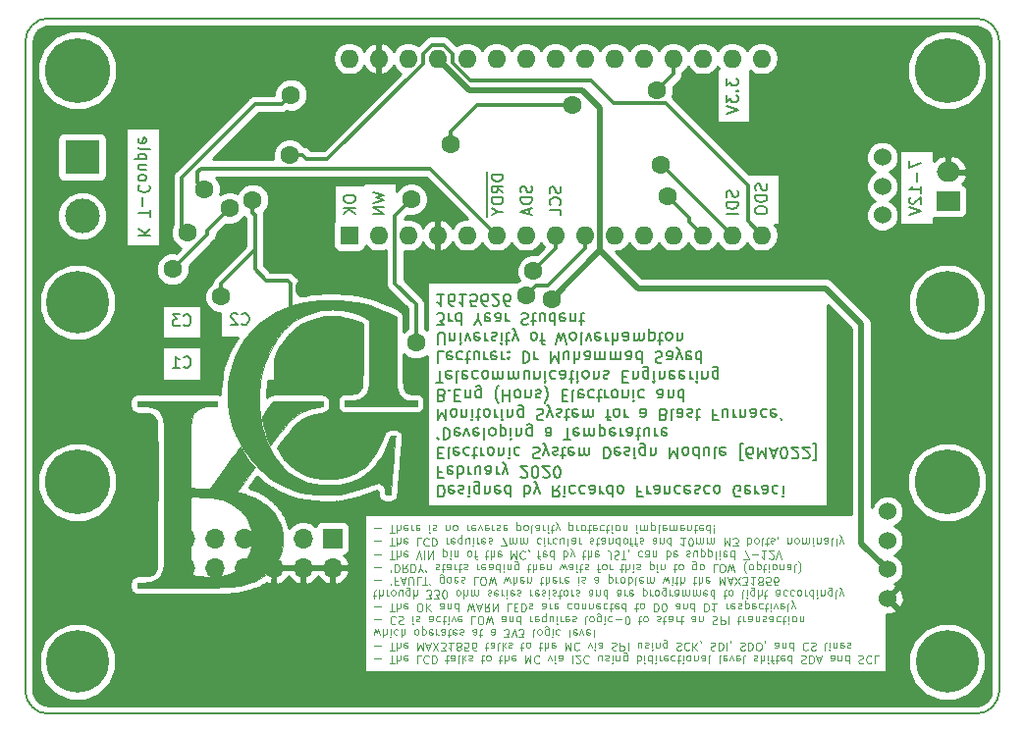
<source format=gbr>
%TF.GenerationSoftware,KiCad,Pcbnew,(5.0.0)*%
%TF.CreationDate,2020-03-06T23:54:26+00:00*%
%TF.ProjectId,Blast Furnace PCB,426C617374204675726E616365205043,rev?*%
%TF.SameCoordinates,Original*%
%TF.FileFunction,Copper,L2,Bot,Signal*%
%TF.FilePolarity,Positive*%
%FSLAX46Y46*%
G04 Gerber Fmt 4.6, Leading zero omitted, Abs format (unit mm)*
G04 Created by KiCad (PCBNEW (5.0.0)) date 03/06/20 23:54:26*
%MOMM*%
%LPD*%
G01*
G04 APERTURE LIST*
%ADD10C,0.150000*%
%ADD11C,0.075000*%
%ADD12C,0.010000*%
%ADD13O,1.700000X1.700000*%
%ADD14R,1.700000X1.700000*%
%ADD15C,1.524000*%
%ADD16C,5.600000*%
%ADD17C,5.400000*%
%ADD18R,1.600000X1.600000*%
%ADD19O,1.600000X1.600000*%
%ADD20C,3.000000*%
%ADD21R,3.000000X3.000000*%
%ADD22R,2.000000X1.700000*%
%ADD23O,2.000000X1.700000*%
%ADD24C,1.600000*%
%ADD25C,0.300000*%
%ADD26C,0.500000*%
%ADD27C,0.254000*%
G04 APERTURE END LIST*
D10*
X112685595Y-128897619D02*
X112685595Y-129897619D01*
X112923690Y-129897619D01*
X113066547Y-129850000D01*
X113161785Y-129754761D01*
X113209404Y-129659523D01*
X113257023Y-129469047D01*
X113257023Y-129326190D01*
X113209404Y-129135714D01*
X113161785Y-129040476D01*
X113066547Y-128945238D01*
X112923690Y-128897619D01*
X112685595Y-128897619D01*
X114066547Y-128945238D02*
X113971309Y-128897619D01*
X113780833Y-128897619D01*
X113685595Y-128945238D01*
X113637976Y-129040476D01*
X113637976Y-129421428D01*
X113685595Y-129516666D01*
X113780833Y-129564285D01*
X113971309Y-129564285D01*
X114066547Y-129516666D01*
X114114166Y-129421428D01*
X114114166Y-129326190D01*
X113637976Y-129230952D01*
X114495119Y-128945238D02*
X114590357Y-128897619D01*
X114780833Y-128897619D01*
X114876071Y-128945238D01*
X114923690Y-129040476D01*
X114923690Y-129088095D01*
X114876071Y-129183333D01*
X114780833Y-129230952D01*
X114637976Y-129230952D01*
X114542738Y-129278571D01*
X114495119Y-129373809D01*
X114495119Y-129421428D01*
X114542738Y-129516666D01*
X114637976Y-129564285D01*
X114780833Y-129564285D01*
X114876071Y-129516666D01*
X115352261Y-128897619D02*
X115352261Y-129564285D01*
X115352261Y-129897619D02*
X115304642Y-129850000D01*
X115352261Y-129802380D01*
X115399880Y-129850000D01*
X115352261Y-129897619D01*
X115352261Y-129802380D01*
X116257023Y-129564285D02*
X116257023Y-128754761D01*
X116209404Y-128659523D01*
X116161785Y-128611904D01*
X116066547Y-128564285D01*
X115923690Y-128564285D01*
X115828452Y-128611904D01*
X116257023Y-128945238D02*
X116161785Y-128897619D01*
X115971309Y-128897619D01*
X115876071Y-128945238D01*
X115828452Y-128992857D01*
X115780833Y-129088095D01*
X115780833Y-129373809D01*
X115828452Y-129469047D01*
X115876071Y-129516666D01*
X115971309Y-129564285D01*
X116161785Y-129564285D01*
X116257023Y-129516666D01*
X116733214Y-129564285D02*
X116733214Y-128897619D01*
X116733214Y-129469047D02*
X116780833Y-129516666D01*
X116876071Y-129564285D01*
X117018928Y-129564285D01*
X117114166Y-129516666D01*
X117161785Y-129421428D01*
X117161785Y-128897619D01*
X118018928Y-128945238D02*
X117923690Y-128897619D01*
X117733214Y-128897619D01*
X117637976Y-128945238D01*
X117590357Y-129040476D01*
X117590357Y-129421428D01*
X117637976Y-129516666D01*
X117733214Y-129564285D01*
X117923690Y-129564285D01*
X118018928Y-129516666D01*
X118066547Y-129421428D01*
X118066547Y-129326190D01*
X117590357Y-129230952D01*
X118923690Y-128897619D02*
X118923690Y-129897619D01*
X118923690Y-128945238D02*
X118828452Y-128897619D01*
X118637976Y-128897619D01*
X118542738Y-128945238D01*
X118495119Y-128992857D01*
X118447500Y-129088095D01*
X118447500Y-129373809D01*
X118495119Y-129469047D01*
X118542738Y-129516666D01*
X118637976Y-129564285D01*
X118828452Y-129564285D01*
X118923690Y-129516666D01*
X120161785Y-128897619D02*
X120161785Y-129897619D01*
X120161785Y-129516666D02*
X120257023Y-129564285D01*
X120447500Y-129564285D01*
X120542738Y-129516666D01*
X120590357Y-129469047D01*
X120637976Y-129373809D01*
X120637976Y-129088095D01*
X120590357Y-128992857D01*
X120542738Y-128945238D01*
X120447500Y-128897619D01*
X120257023Y-128897619D01*
X120161785Y-128945238D01*
X120971309Y-129564285D02*
X121209404Y-128897619D01*
X121447500Y-129564285D02*
X121209404Y-128897619D01*
X121114166Y-128659523D01*
X121066547Y-128611904D01*
X120971309Y-128564285D01*
X123161785Y-128897619D02*
X122828452Y-129373809D01*
X122590357Y-128897619D02*
X122590357Y-129897619D01*
X122971309Y-129897619D01*
X123066547Y-129850000D01*
X123114166Y-129802380D01*
X123161785Y-129707142D01*
X123161785Y-129564285D01*
X123114166Y-129469047D01*
X123066547Y-129421428D01*
X122971309Y-129373809D01*
X122590357Y-129373809D01*
X123590357Y-128897619D02*
X123590357Y-129564285D01*
X123590357Y-129897619D02*
X123542738Y-129850000D01*
X123590357Y-129802380D01*
X123637976Y-129850000D01*
X123590357Y-129897619D01*
X123590357Y-129802380D01*
X124495119Y-128945238D02*
X124399880Y-128897619D01*
X124209404Y-128897619D01*
X124114166Y-128945238D01*
X124066547Y-128992857D01*
X124018928Y-129088095D01*
X124018928Y-129373809D01*
X124066547Y-129469047D01*
X124114166Y-129516666D01*
X124209404Y-129564285D01*
X124399880Y-129564285D01*
X124495119Y-129516666D01*
X125352261Y-128945238D02*
X125257023Y-128897619D01*
X125066547Y-128897619D01*
X124971309Y-128945238D01*
X124923690Y-128992857D01*
X124876071Y-129088095D01*
X124876071Y-129373809D01*
X124923690Y-129469047D01*
X124971309Y-129516666D01*
X125066547Y-129564285D01*
X125257023Y-129564285D01*
X125352261Y-129516666D01*
X126209404Y-128897619D02*
X126209404Y-129421428D01*
X126161785Y-129516666D01*
X126066547Y-129564285D01*
X125876071Y-129564285D01*
X125780833Y-129516666D01*
X126209404Y-128945238D02*
X126114166Y-128897619D01*
X125876071Y-128897619D01*
X125780833Y-128945238D01*
X125733214Y-129040476D01*
X125733214Y-129135714D01*
X125780833Y-129230952D01*
X125876071Y-129278571D01*
X126114166Y-129278571D01*
X126209404Y-129326190D01*
X126685595Y-128897619D02*
X126685595Y-129564285D01*
X126685595Y-129373809D02*
X126733214Y-129469047D01*
X126780833Y-129516666D01*
X126876071Y-129564285D01*
X126971309Y-129564285D01*
X127733214Y-128897619D02*
X127733214Y-129897619D01*
X127733214Y-128945238D02*
X127637976Y-128897619D01*
X127447500Y-128897619D01*
X127352261Y-128945238D01*
X127304642Y-128992857D01*
X127257023Y-129088095D01*
X127257023Y-129373809D01*
X127304642Y-129469047D01*
X127352261Y-129516666D01*
X127447500Y-129564285D01*
X127637976Y-129564285D01*
X127733214Y-129516666D01*
X128352261Y-128897619D02*
X128257023Y-128945238D01*
X128209404Y-128992857D01*
X128161785Y-129088095D01*
X128161785Y-129373809D01*
X128209404Y-129469047D01*
X128257023Y-129516666D01*
X128352261Y-129564285D01*
X128495119Y-129564285D01*
X128590357Y-129516666D01*
X128637976Y-129469047D01*
X128685595Y-129373809D01*
X128685595Y-129088095D01*
X128637976Y-128992857D01*
X128590357Y-128945238D01*
X128495119Y-128897619D01*
X128352261Y-128897619D01*
X130209404Y-129421428D02*
X129876071Y-129421428D01*
X129876071Y-128897619D02*
X129876071Y-129897619D01*
X130352261Y-129897619D01*
X130733214Y-128897619D02*
X130733214Y-129564285D01*
X130733214Y-129373809D02*
X130780833Y-129469047D01*
X130828452Y-129516666D01*
X130923690Y-129564285D01*
X131018928Y-129564285D01*
X131780833Y-128897619D02*
X131780833Y-129421428D01*
X131733214Y-129516666D01*
X131637976Y-129564285D01*
X131447500Y-129564285D01*
X131352261Y-129516666D01*
X131780833Y-128945238D02*
X131685595Y-128897619D01*
X131447500Y-128897619D01*
X131352261Y-128945238D01*
X131304642Y-129040476D01*
X131304642Y-129135714D01*
X131352261Y-129230952D01*
X131447500Y-129278571D01*
X131685595Y-129278571D01*
X131780833Y-129326190D01*
X132257023Y-129564285D02*
X132257023Y-128897619D01*
X132257023Y-129469047D02*
X132304642Y-129516666D01*
X132399880Y-129564285D01*
X132542738Y-129564285D01*
X132637976Y-129516666D01*
X132685595Y-129421428D01*
X132685595Y-128897619D01*
X133590357Y-128945238D02*
X133495119Y-128897619D01*
X133304642Y-128897619D01*
X133209404Y-128945238D01*
X133161785Y-128992857D01*
X133114166Y-129088095D01*
X133114166Y-129373809D01*
X133161785Y-129469047D01*
X133209404Y-129516666D01*
X133304642Y-129564285D01*
X133495119Y-129564285D01*
X133590357Y-129516666D01*
X134399880Y-128945238D02*
X134304642Y-128897619D01*
X134114166Y-128897619D01*
X134018928Y-128945238D01*
X133971309Y-129040476D01*
X133971309Y-129421428D01*
X134018928Y-129516666D01*
X134114166Y-129564285D01*
X134304642Y-129564285D01*
X134399880Y-129516666D01*
X134447500Y-129421428D01*
X134447500Y-129326190D01*
X133971309Y-129230952D01*
X134828452Y-128945238D02*
X134923690Y-128897619D01*
X135114166Y-128897619D01*
X135209404Y-128945238D01*
X135257023Y-129040476D01*
X135257023Y-129088095D01*
X135209404Y-129183333D01*
X135114166Y-129230952D01*
X134971309Y-129230952D01*
X134876071Y-129278571D01*
X134828452Y-129373809D01*
X134828452Y-129421428D01*
X134876071Y-129516666D01*
X134971309Y-129564285D01*
X135114166Y-129564285D01*
X135209404Y-129516666D01*
X136114166Y-128945238D02*
X136018928Y-128897619D01*
X135828452Y-128897619D01*
X135733214Y-128945238D01*
X135685595Y-128992857D01*
X135637976Y-129088095D01*
X135637976Y-129373809D01*
X135685595Y-129469047D01*
X135733214Y-129516666D01*
X135828452Y-129564285D01*
X136018928Y-129564285D01*
X136114166Y-129516666D01*
X136685595Y-128897619D02*
X136590357Y-128945238D01*
X136542738Y-128992857D01*
X136495119Y-129088095D01*
X136495119Y-129373809D01*
X136542738Y-129469047D01*
X136590357Y-129516666D01*
X136685595Y-129564285D01*
X136828452Y-129564285D01*
X136923690Y-129516666D01*
X136971309Y-129469047D01*
X137018928Y-129373809D01*
X137018928Y-129088095D01*
X136971309Y-128992857D01*
X136923690Y-128945238D01*
X136828452Y-128897619D01*
X136685595Y-128897619D01*
X138733214Y-129850000D02*
X138637976Y-129897619D01*
X138495119Y-129897619D01*
X138352261Y-129850000D01*
X138257023Y-129754761D01*
X138209404Y-129659523D01*
X138161785Y-129469047D01*
X138161785Y-129326190D01*
X138209404Y-129135714D01*
X138257023Y-129040476D01*
X138352261Y-128945238D01*
X138495119Y-128897619D01*
X138590357Y-128897619D01*
X138733214Y-128945238D01*
X138780833Y-128992857D01*
X138780833Y-129326190D01*
X138590357Y-129326190D01*
X139590357Y-128945238D02*
X139495119Y-128897619D01*
X139304642Y-128897619D01*
X139209404Y-128945238D01*
X139161785Y-129040476D01*
X139161785Y-129421428D01*
X139209404Y-129516666D01*
X139304642Y-129564285D01*
X139495119Y-129564285D01*
X139590357Y-129516666D01*
X139637976Y-129421428D01*
X139637976Y-129326190D01*
X139161785Y-129230952D01*
X140066547Y-128897619D02*
X140066547Y-129564285D01*
X140066547Y-129373809D02*
X140114166Y-129469047D01*
X140161785Y-129516666D01*
X140257023Y-129564285D01*
X140352261Y-129564285D01*
X141114166Y-128897619D02*
X141114166Y-129421428D01*
X141066547Y-129516666D01*
X140971309Y-129564285D01*
X140780833Y-129564285D01*
X140685595Y-129516666D01*
X141114166Y-128945238D02*
X141018928Y-128897619D01*
X140780833Y-128897619D01*
X140685595Y-128945238D01*
X140637976Y-129040476D01*
X140637976Y-129135714D01*
X140685595Y-129230952D01*
X140780833Y-129278571D01*
X141018928Y-129278571D01*
X141114166Y-129326190D01*
X142018928Y-128945238D02*
X141923690Y-128897619D01*
X141733214Y-128897619D01*
X141637976Y-128945238D01*
X141590357Y-128992857D01*
X141542738Y-129088095D01*
X141542738Y-129373809D01*
X141590357Y-129469047D01*
X141637976Y-129516666D01*
X141733214Y-129564285D01*
X141923690Y-129564285D01*
X142018928Y-129516666D01*
X142447500Y-128897619D02*
X142447500Y-129564285D01*
X142447500Y-129897619D02*
X142399880Y-129850000D01*
X142447500Y-129802380D01*
X142495119Y-129850000D01*
X142447500Y-129897619D01*
X142447500Y-129802380D01*
X113018928Y-127771428D02*
X112685595Y-127771428D01*
X112685595Y-127247619D02*
X112685595Y-128247619D01*
X113161785Y-128247619D01*
X113923690Y-127295238D02*
X113828452Y-127247619D01*
X113637976Y-127247619D01*
X113542738Y-127295238D01*
X113495119Y-127390476D01*
X113495119Y-127771428D01*
X113542738Y-127866666D01*
X113637976Y-127914285D01*
X113828452Y-127914285D01*
X113923690Y-127866666D01*
X113971309Y-127771428D01*
X113971309Y-127676190D01*
X113495119Y-127580952D01*
X114399880Y-127247619D02*
X114399880Y-128247619D01*
X114399880Y-127866666D02*
X114495119Y-127914285D01*
X114685595Y-127914285D01*
X114780833Y-127866666D01*
X114828452Y-127819047D01*
X114876071Y-127723809D01*
X114876071Y-127438095D01*
X114828452Y-127342857D01*
X114780833Y-127295238D01*
X114685595Y-127247619D01*
X114495119Y-127247619D01*
X114399880Y-127295238D01*
X115304642Y-127247619D02*
X115304642Y-127914285D01*
X115304642Y-127723809D02*
X115352261Y-127819047D01*
X115399880Y-127866666D01*
X115495119Y-127914285D01*
X115590357Y-127914285D01*
X116352261Y-127914285D02*
X116352261Y-127247619D01*
X115923690Y-127914285D02*
X115923690Y-127390476D01*
X115971309Y-127295238D01*
X116066547Y-127247619D01*
X116209404Y-127247619D01*
X116304642Y-127295238D01*
X116352261Y-127342857D01*
X117257023Y-127247619D02*
X117257023Y-127771428D01*
X117209404Y-127866666D01*
X117114166Y-127914285D01*
X116923690Y-127914285D01*
X116828452Y-127866666D01*
X117257023Y-127295238D02*
X117161785Y-127247619D01*
X116923690Y-127247619D01*
X116828452Y-127295238D01*
X116780833Y-127390476D01*
X116780833Y-127485714D01*
X116828452Y-127580952D01*
X116923690Y-127628571D01*
X117161785Y-127628571D01*
X117257023Y-127676190D01*
X117733214Y-127247619D02*
X117733214Y-127914285D01*
X117733214Y-127723809D02*
X117780833Y-127819047D01*
X117828452Y-127866666D01*
X117923690Y-127914285D01*
X118018928Y-127914285D01*
X118257023Y-127914285D02*
X118495119Y-127247619D01*
X118733214Y-127914285D02*
X118495119Y-127247619D01*
X118399880Y-127009523D01*
X118352261Y-126961904D01*
X118257023Y-126914285D01*
X119828452Y-128152380D02*
X119876071Y-128200000D01*
X119971309Y-128247619D01*
X120209404Y-128247619D01*
X120304642Y-128200000D01*
X120352261Y-128152380D01*
X120399880Y-128057142D01*
X120399880Y-127961904D01*
X120352261Y-127819047D01*
X119780833Y-127247619D01*
X120399880Y-127247619D01*
X121018928Y-128247619D02*
X121114166Y-128247619D01*
X121209404Y-128200000D01*
X121257023Y-128152380D01*
X121304642Y-128057142D01*
X121352261Y-127866666D01*
X121352261Y-127628571D01*
X121304642Y-127438095D01*
X121257023Y-127342857D01*
X121209404Y-127295238D01*
X121114166Y-127247619D01*
X121018928Y-127247619D01*
X120923690Y-127295238D01*
X120876071Y-127342857D01*
X120828452Y-127438095D01*
X120780833Y-127628571D01*
X120780833Y-127866666D01*
X120828452Y-128057142D01*
X120876071Y-128152380D01*
X120923690Y-128200000D01*
X121018928Y-128247619D01*
X121733214Y-128152380D02*
X121780833Y-128200000D01*
X121876071Y-128247619D01*
X122114166Y-128247619D01*
X122209404Y-128200000D01*
X122257023Y-128152380D01*
X122304642Y-128057142D01*
X122304642Y-127961904D01*
X122257023Y-127819047D01*
X121685595Y-127247619D01*
X122304642Y-127247619D01*
X122923690Y-128247619D02*
X123018928Y-128247619D01*
X123114166Y-128200000D01*
X123161785Y-128152380D01*
X123209404Y-128057142D01*
X123257023Y-127866666D01*
X123257023Y-127628571D01*
X123209404Y-127438095D01*
X123161785Y-127342857D01*
X123114166Y-127295238D01*
X123018928Y-127247619D01*
X122923690Y-127247619D01*
X122828452Y-127295238D01*
X122780833Y-127342857D01*
X122733214Y-127438095D01*
X122685595Y-127628571D01*
X122685595Y-127866666D01*
X122733214Y-128057142D01*
X122780833Y-128152380D01*
X122828452Y-128200000D01*
X122923690Y-128247619D01*
X112685595Y-126121428D02*
X113018928Y-126121428D01*
X113161785Y-125597619D02*
X112685595Y-125597619D01*
X112685595Y-126597619D01*
X113161785Y-126597619D01*
X113733214Y-125597619D02*
X113637976Y-125645238D01*
X113590357Y-125740476D01*
X113590357Y-126597619D01*
X114495119Y-125645238D02*
X114399880Y-125597619D01*
X114209404Y-125597619D01*
X114114166Y-125645238D01*
X114066547Y-125740476D01*
X114066547Y-126121428D01*
X114114166Y-126216666D01*
X114209404Y-126264285D01*
X114399880Y-126264285D01*
X114495119Y-126216666D01*
X114542738Y-126121428D01*
X114542738Y-126026190D01*
X114066547Y-125930952D01*
X115399880Y-125645238D02*
X115304642Y-125597619D01*
X115114166Y-125597619D01*
X115018928Y-125645238D01*
X114971309Y-125692857D01*
X114923690Y-125788095D01*
X114923690Y-126073809D01*
X114971309Y-126169047D01*
X115018928Y-126216666D01*
X115114166Y-126264285D01*
X115304642Y-126264285D01*
X115399880Y-126216666D01*
X115685595Y-126264285D02*
X116066547Y-126264285D01*
X115828452Y-126597619D02*
X115828452Y-125740476D01*
X115876071Y-125645238D01*
X115971309Y-125597619D01*
X116066547Y-125597619D01*
X116399880Y-125597619D02*
X116399880Y-126264285D01*
X116399880Y-126073809D02*
X116447500Y-126169047D01*
X116495119Y-126216666D01*
X116590357Y-126264285D01*
X116685595Y-126264285D01*
X117161785Y-125597619D02*
X117066547Y-125645238D01*
X117018928Y-125692857D01*
X116971309Y-125788095D01*
X116971309Y-126073809D01*
X117018928Y-126169047D01*
X117066547Y-126216666D01*
X117161785Y-126264285D01*
X117304642Y-126264285D01*
X117399880Y-126216666D01*
X117447500Y-126169047D01*
X117495119Y-126073809D01*
X117495119Y-125788095D01*
X117447500Y-125692857D01*
X117399880Y-125645238D01*
X117304642Y-125597619D01*
X117161785Y-125597619D01*
X117923690Y-126264285D02*
X117923690Y-125597619D01*
X117923690Y-126169047D02*
X117971309Y-126216666D01*
X118066547Y-126264285D01*
X118209404Y-126264285D01*
X118304642Y-126216666D01*
X118352261Y-126121428D01*
X118352261Y-125597619D01*
X118828452Y-125597619D02*
X118828452Y-126264285D01*
X118828452Y-126597619D02*
X118780833Y-126550000D01*
X118828452Y-126502380D01*
X118876071Y-126550000D01*
X118828452Y-126597619D01*
X118828452Y-126502380D01*
X119733214Y-125645238D02*
X119637976Y-125597619D01*
X119447500Y-125597619D01*
X119352261Y-125645238D01*
X119304642Y-125692857D01*
X119257023Y-125788095D01*
X119257023Y-126073809D01*
X119304642Y-126169047D01*
X119352261Y-126216666D01*
X119447500Y-126264285D01*
X119637976Y-126264285D01*
X119733214Y-126216666D01*
X120876071Y-125645238D02*
X121018928Y-125597619D01*
X121257023Y-125597619D01*
X121352261Y-125645238D01*
X121399880Y-125692857D01*
X121447500Y-125788095D01*
X121447500Y-125883333D01*
X121399880Y-125978571D01*
X121352261Y-126026190D01*
X121257023Y-126073809D01*
X121066547Y-126121428D01*
X120971309Y-126169047D01*
X120923690Y-126216666D01*
X120876071Y-126311904D01*
X120876071Y-126407142D01*
X120923690Y-126502380D01*
X120971309Y-126550000D01*
X121066547Y-126597619D01*
X121304642Y-126597619D01*
X121447500Y-126550000D01*
X121780833Y-126264285D02*
X122018928Y-125597619D01*
X122257023Y-126264285D02*
X122018928Y-125597619D01*
X121923690Y-125359523D01*
X121876071Y-125311904D01*
X121780833Y-125264285D01*
X122590357Y-125645238D02*
X122685595Y-125597619D01*
X122876071Y-125597619D01*
X122971309Y-125645238D01*
X123018928Y-125740476D01*
X123018928Y-125788095D01*
X122971309Y-125883333D01*
X122876071Y-125930952D01*
X122733214Y-125930952D01*
X122637976Y-125978571D01*
X122590357Y-126073809D01*
X122590357Y-126121428D01*
X122637976Y-126216666D01*
X122733214Y-126264285D01*
X122876071Y-126264285D01*
X122971309Y-126216666D01*
X123304642Y-126264285D02*
X123685595Y-126264285D01*
X123447500Y-126597619D02*
X123447500Y-125740476D01*
X123495119Y-125645238D01*
X123590357Y-125597619D01*
X123685595Y-125597619D01*
X124399880Y-125645238D02*
X124304642Y-125597619D01*
X124114166Y-125597619D01*
X124018928Y-125645238D01*
X123971309Y-125740476D01*
X123971309Y-126121428D01*
X124018928Y-126216666D01*
X124114166Y-126264285D01*
X124304642Y-126264285D01*
X124399880Y-126216666D01*
X124447500Y-126121428D01*
X124447500Y-126026190D01*
X123971309Y-125930952D01*
X124876071Y-125597619D02*
X124876071Y-126264285D01*
X124876071Y-126169047D02*
X124923690Y-126216666D01*
X125018928Y-126264285D01*
X125161785Y-126264285D01*
X125257023Y-126216666D01*
X125304642Y-126121428D01*
X125304642Y-125597619D01*
X125304642Y-126121428D02*
X125352261Y-126216666D01*
X125447500Y-126264285D01*
X125590357Y-126264285D01*
X125685595Y-126216666D01*
X125733214Y-126121428D01*
X125733214Y-125597619D01*
X126971309Y-125597619D02*
X126971309Y-126597619D01*
X127209404Y-126597619D01*
X127352261Y-126550000D01*
X127447500Y-126454761D01*
X127495119Y-126359523D01*
X127542738Y-126169047D01*
X127542738Y-126026190D01*
X127495119Y-125835714D01*
X127447500Y-125740476D01*
X127352261Y-125645238D01*
X127209404Y-125597619D01*
X126971309Y-125597619D01*
X128352261Y-125645238D02*
X128257023Y-125597619D01*
X128066547Y-125597619D01*
X127971309Y-125645238D01*
X127923690Y-125740476D01*
X127923690Y-126121428D01*
X127971309Y-126216666D01*
X128066547Y-126264285D01*
X128257023Y-126264285D01*
X128352261Y-126216666D01*
X128399880Y-126121428D01*
X128399880Y-126026190D01*
X127923690Y-125930952D01*
X128780833Y-125645238D02*
X128876071Y-125597619D01*
X129066547Y-125597619D01*
X129161785Y-125645238D01*
X129209404Y-125740476D01*
X129209404Y-125788095D01*
X129161785Y-125883333D01*
X129066547Y-125930952D01*
X128923690Y-125930952D01*
X128828452Y-125978571D01*
X128780833Y-126073809D01*
X128780833Y-126121428D01*
X128828452Y-126216666D01*
X128923690Y-126264285D01*
X129066547Y-126264285D01*
X129161785Y-126216666D01*
X129637976Y-125597619D02*
X129637976Y-126264285D01*
X129637976Y-126597619D02*
X129590357Y-126550000D01*
X129637976Y-126502380D01*
X129685595Y-126550000D01*
X129637976Y-126597619D01*
X129637976Y-126502380D01*
X130542738Y-126264285D02*
X130542738Y-125454761D01*
X130495119Y-125359523D01*
X130447500Y-125311904D01*
X130352261Y-125264285D01*
X130209404Y-125264285D01*
X130114166Y-125311904D01*
X130542738Y-125645238D02*
X130447500Y-125597619D01*
X130257023Y-125597619D01*
X130161785Y-125645238D01*
X130114166Y-125692857D01*
X130066547Y-125788095D01*
X130066547Y-126073809D01*
X130114166Y-126169047D01*
X130161785Y-126216666D01*
X130257023Y-126264285D01*
X130447500Y-126264285D01*
X130542738Y-126216666D01*
X131018928Y-126264285D02*
X131018928Y-125597619D01*
X131018928Y-126169047D02*
X131066547Y-126216666D01*
X131161785Y-126264285D01*
X131304642Y-126264285D01*
X131399880Y-126216666D01*
X131447500Y-126121428D01*
X131447500Y-125597619D01*
X132685595Y-125597619D02*
X132685595Y-126597619D01*
X133018928Y-125883333D01*
X133352261Y-126597619D01*
X133352261Y-125597619D01*
X133971309Y-125597619D02*
X133876071Y-125645238D01*
X133828452Y-125692857D01*
X133780833Y-125788095D01*
X133780833Y-126073809D01*
X133828452Y-126169047D01*
X133876071Y-126216666D01*
X133971309Y-126264285D01*
X134114166Y-126264285D01*
X134209404Y-126216666D01*
X134257023Y-126169047D01*
X134304642Y-126073809D01*
X134304642Y-125788095D01*
X134257023Y-125692857D01*
X134209404Y-125645238D01*
X134114166Y-125597619D01*
X133971309Y-125597619D01*
X135161785Y-125597619D02*
X135161785Y-126597619D01*
X135161785Y-125645238D02*
X135066547Y-125597619D01*
X134876071Y-125597619D01*
X134780833Y-125645238D01*
X134733214Y-125692857D01*
X134685595Y-125788095D01*
X134685595Y-126073809D01*
X134733214Y-126169047D01*
X134780833Y-126216666D01*
X134876071Y-126264285D01*
X135066547Y-126264285D01*
X135161785Y-126216666D01*
X136066547Y-126264285D02*
X136066547Y-125597619D01*
X135637976Y-126264285D02*
X135637976Y-125740476D01*
X135685595Y-125645238D01*
X135780833Y-125597619D01*
X135923690Y-125597619D01*
X136018928Y-125645238D01*
X136066547Y-125692857D01*
X136685595Y-125597619D02*
X136590357Y-125645238D01*
X136542738Y-125740476D01*
X136542738Y-126597619D01*
X137447500Y-125645238D02*
X137352261Y-125597619D01*
X137161785Y-125597619D01*
X137066547Y-125645238D01*
X137018928Y-125740476D01*
X137018928Y-126121428D01*
X137066547Y-126216666D01*
X137161785Y-126264285D01*
X137352261Y-126264285D01*
X137447500Y-126216666D01*
X137495119Y-126121428D01*
X137495119Y-126026190D01*
X137018928Y-125930952D01*
X138971309Y-125264285D02*
X138733214Y-125264285D01*
X138733214Y-126692857D01*
X138971309Y-126692857D01*
X139780833Y-126597619D02*
X139590357Y-126597619D01*
X139495119Y-126550000D01*
X139447500Y-126502380D01*
X139352261Y-126359523D01*
X139304642Y-126169047D01*
X139304642Y-125788095D01*
X139352261Y-125692857D01*
X139399880Y-125645238D01*
X139495119Y-125597619D01*
X139685595Y-125597619D01*
X139780833Y-125645238D01*
X139828452Y-125692857D01*
X139876071Y-125788095D01*
X139876071Y-126026190D01*
X139828452Y-126121428D01*
X139780833Y-126169047D01*
X139685595Y-126216666D01*
X139495119Y-126216666D01*
X139399880Y-126169047D01*
X139352261Y-126121428D01*
X139304642Y-126026190D01*
X140304642Y-125597619D02*
X140304642Y-126597619D01*
X140637976Y-125883333D01*
X140971309Y-126597619D01*
X140971309Y-125597619D01*
X141399880Y-125883333D02*
X141876071Y-125883333D01*
X141304642Y-125597619D02*
X141637976Y-126597619D01*
X141971309Y-125597619D01*
X142495119Y-126597619D02*
X142590357Y-126597619D01*
X142685595Y-126550000D01*
X142733214Y-126502380D01*
X142780833Y-126407142D01*
X142828452Y-126216666D01*
X142828452Y-125978571D01*
X142780833Y-125788095D01*
X142733214Y-125692857D01*
X142685595Y-125645238D01*
X142590357Y-125597619D01*
X142495119Y-125597619D01*
X142399880Y-125645238D01*
X142352261Y-125692857D01*
X142304642Y-125788095D01*
X142257023Y-125978571D01*
X142257023Y-126216666D01*
X142304642Y-126407142D01*
X142352261Y-126502380D01*
X142399880Y-126550000D01*
X142495119Y-126597619D01*
X143209404Y-126502380D02*
X143257023Y-126550000D01*
X143352261Y-126597619D01*
X143590357Y-126597619D01*
X143685595Y-126550000D01*
X143733214Y-126502380D01*
X143780833Y-126407142D01*
X143780833Y-126311904D01*
X143733214Y-126169047D01*
X143161785Y-125597619D01*
X143780833Y-125597619D01*
X144161785Y-126502380D02*
X144209404Y-126550000D01*
X144304642Y-126597619D01*
X144542738Y-126597619D01*
X144637976Y-126550000D01*
X144685595Y-126502380D01*
X144733214Y-126407142D01*
X144733214Y-126311904D01*
X144685595Y-126169047D01*
X144114166Y-125597619D01*
X144733214Y-125597619D01*
X145066547Y-125264285D02*
X145304642Y-125264285D01*
X145304642Y-126692857D01*
X145066547Y-126692857D01*
X112733214Y-124947619D02*
X112637976Y-124757142D01*
X113161785Y-123947619D02*
X113161785Y-124947619D01*
X113399880Y-124947619D01*
X113542738Y-124900000D01*
X113637976Y-124804761D01*
X113685595Y-124709523D01*
X113733214Y-124519047D01*
X113733214Y-124376190D01*
X113685595Y-124185714D01*
X113637976Y-124090476D01*
X113542738Y-123995238D01*
X113399880Y-123947619D01*
X113161785Y-123947619D01*
X114542738Y-123995238D02*
X114447500Y-123947619D01*
X114257023Y-123947619D01*
X114161785Y-123995238D01*
X114114166Y-124090476D01*
X114114166Y-124471428D01*
X114161785Y-124566666D01*
X114257023Y-124614285D01*
X114447500Y-124614285D01*
X114542738Y-124566666D01*
X114590357Y-124471428D01*
X114590357Y-124376190D01*
X114114166Y-124280952D01*
X114923690Y-124614285D02*
X115161785Y-123947619D01*
X115399880Y-124614285D01*
X116161785Y-123995238D02*
X116066547Y-123947619D01*
X115876071Y-123947619D01*
X115780833Y-123995238D01*
X115733214Y-124090476D01*
X115733214Y-124471428D01*
X115780833Y-124566666D01*
X115876071Y-124614285D01*
X116066547Y-124614285D01*
X116161785Y-124566666D01*
X116209404Y-124471428D01*
X116209404Y-124376190D01*
X115733214Y-124280952D01*
X116780833Y-123947619D02*
X116685595Y-123995238D01*
X116637976Y-124090476D01*
X116637976Y-124947619D01*
X117304642Y-123947619D02*
X117209404Y-123995238D01*
X117161785Y-124042857D01*
X117114166Y-124138095D01*
X117114166Y-124423809D01*
X117161785Y-124519047D01*
X117209404Y-124566666D01*
X117304642Y-124614285D01*
X117447500Y-124614285D01*
X117542738Y-124566666D01*
X117590357Y-124519047D01*
X117637976Y-124423809D01*
X117637976Y-124138095D01*
X117590357Y-124042857D01*
X117542738Y-123995238D01*
X117447500Y-123947619D01*
X117304642Y-123947619D01*
X118066547Y-124614285D02*
X118066547Y-123614285D01*
X118066547Y-124566666D02*
X118161785Y-124614285D01*
X118352261Y-124614285D01*
X118447500Y-124566666D01*
X118495119Y-124519047D01*
X118542738Y-124423809D01*
X118542738Y-124138095D01*
X118495119Y-124042857D01*
X118447500Y-123995238D01*
X118352261Y-123947619D01*
X118161785Y-123947619D01*
X118066547Y-123995238D01*
X118971309Y-123947619D02*
X118971309Y-124614285D01*
X118971309Y-124947619D02*
X118923690Y-124900000D01*
X118971309Y-124852380D01*
X119018928Y-124900000D01*
X118971309Y-124947619D01*
X118971309Y-124852380D01*
X119447500Y-124614285D02*
X119447500Y-123947619D01*
X119447500Y-124519047D02*
X119495119Y-124566666D01*
X119590357Y-124614285D01*
X119733214Y-124614285D01*
X119828452Y-124566666D01*
X119876071Y-124471428D01*
X119876071Y-123947619D01*
X120780833Y-124614285D02*
X120780833Y-123804761D01*
X120733214Y-123709523D01*
X120685595Y-123661904D01*
X120590357Y-123614285D01*
X120447500Y-123614285D01*
X120352261Y-123661904D01*
X120780833Y-123995238D02*
X120685595Y-123947619D01*
X120495119Y-123947619D01*
X120399880Y-123995238D01*
X120352261Y-124042857D01*
X120304642Y-124138095D01*
X120304642Y-124423809D01*
X120352261Y-124519047D01*
X120399880Y-124566666D01*
X120495119Y-124614285D01*
X120685595Y-124614285D01*
X120780833Y-124566666D01*
X122447500Y-123947619D02*
X122447500Y-124471428D01*
X122399880Y-124566666D01*
X122304642Y-124614285D01*
X122114166Y-124614285D01*
X122018928Y-124566666D01*
X122447500Y-123995238D02*
X122352261Y-123947619D01*
X122114166Y-123947619D01*
X122018928Y-123995238D01*
X121971309Y-124090476D01*
X121971309Y-124185714D01*
X122018928Y-124280952D01*
X122114166Y-124328571D01*
X122352261Y-124328571D01*
X122447500Y-124376190D01*
X123542738Y-124947619D02*
X124114166Y-124947619D01*
X123828452Y-123947619D02*
X123828452Y-124947619D01*
X124828452Y-123995238D02*
X124733214Y-123947619D01*
X124542738Y-123947619D01*
X124447500Y-123995238D01*
X124399880Y-124090476D01*
X124399880Y-124471428D01*
X124447500Y-124566666D01*
X124542738Y-124614285D01*
X124733214Y-124614285D01*
X124828452Y-124566666D01*
X124876071Y-124471428D01*
X124876071Y-124376190D01*
X124399880Y-124280952D01*
X125304642Y-123947619D02*
X125304642Y-124614285D01*
X125304642Y-124519047D02*
X125352261Y-124566666D01*
X125447500Y-124614285D01*
X125590357Y-124614285D01*
X125685595Y-124566666D01*
X125733214Y-124471428D01*
X125733214Y-123947619D01*
X125733214Y-124471428D02*
X125780833Y-124566666D01*
X125876071Y-124614285D01*
X126018928Y-124614285D01*
X126114166Y-124566666D01*
X126161785Y-124471428D01*
X126161785Y-123947619D01*
X126637976Y-124614285D02*
X126637976Y-123614285D01*
X126637976Y-124566666D02*
X126733214Y-124614285D01*
X126923690Y-124614285D01*
X127018928Y-124566666D01*
X127066547Y-124519047D01*
X127114166Y-124423809D01*
X127114166Y-124138095D01*
X127066547Y-124042857D01*
X127018928Y-123995238D01*
X126923690Y-123947619D01*
X126733214Y-123947619D01*
X126637976Y-123995238D01*
X127923690Y-123995238D02*
X127828452Y-123947619D01*
X127637976Y-123947619D01*
X127542738Y-123995238D01*
X127495119Y-124090476D01*
X127495119Y-124471428D01*
X127542738Y-124566666D01*
X127637976Y-124614285D01*
X127828452Y-124614285D01*
X127923690Y-124566666D01*
X127971309Y-124471428D01*
X127971309Y-124376190D01*
X127495119Y-124280952D01*
X128399880Y-123947619D02*
X128399880Y-124614285D01*
X128399880Y-124423809D02*
X128447500Y-124519047D01*
X128495119Y-124566666D01*
X128590357Y-124614285D01*
X128685595Y-124614285D01*
X129447500Y-123947619D02*
X129447500Y-124471428D01*
X129399880Y-124566666D01*
X129304642Y-124614285D01*
X129114166Y-124614285D01*
X129018928Y-124566666D01*
X129447500Y-123995238D02*
X129352261Y-123947619D01*
X129114166Y-123947619D01*
X129018928Y-123995238D01*
X128971309Y-124090476D01*
X128971309Y-124185714D01*
X129018928Y-124280952D01*
X129114166Y-124328571D01*
X129352261Y-124328571D01*
X129447500Y-124376190D01*
X129780833Y-124614285D02*
X130161785Y-124614285D01*
X129923690Y-124947619D02*
X129923690Y-124090476D01*
X129971309Y-123995238D01*
X130066547Y-123947619D01*
X130161785Y-123947619D01*
X130923690Y-124614285D02*
X130923690Y-123947619D01*
X130495119Y-124614285D02*
X130495119Y-124090476D01*
X130542738Y-123995238D01*
X130637976Y-123947619D01*
X130780833Y-123947619D01*
X130876071Y-123995238D01*
X130923690Y-124042857D01*
X131399880Y-123947619D02*
X131399880Y-124614285D01*
X131399880Y-124423809D02*
X131447500Y-124519047D01*
X131495119Y-124566666D01*
X131590357Y-124614285D01*
X131685595Y-124614285D01*
X132399880Y-123995238D02*
X132304642Y-123947619D01*
X132114166Y-123947619D01*
X132018928Y-123995238D01*
X131971309Y-124090476D01*
X131971309Y-124471428D01*
X132018928Y-124566666D01*
X132114166Y-124614285D01*
X132304642Y-124614285D01*
X132399880Y-124566666D01*
X132447500Y-124471428D01*
X132447500Y-124376190D01*
X131971309Y-124280952D01*
X112685595Y-122297619D02*
X112685595Y-123297619D01*
X113018928Y-122583333D01*
X113352261Y-123297619D01*
X113352261Y-122297619D01*
X113971309Y-122297619D02*
X113876071Y-122345238D01*
X113828452Y-122392857D01*
X113780833Y-122488095D01*
X113780833Y-122773809D01*
X113828452Y-122869047D01*
X113876071Y-122916666D01*
X113971309Y-122964285D01*
X114114166Y-122964285D01*
X114209404Y-122916666D01*
X114257023Y-122869047D01*
X114304642Y-122773809D01*
X114304642Y-122488095D01*
X114257023Y-122392857D01*
X114209404Y-122345238D01*
X114114166Y-122297619D01*
X113971309Y-122297619D01*
X114733214Y-122964285D02*
X114733214Y-122297619D01*
X114733214Y-122869047D02*
X114780833Y-122916666D01*
X114876071Y-122964285D01*
X115018928Y-122964285D01*
X115114166Y-122916666D01*
X115161785Y-122821428D01*
X115161785Y-122297619D01*
X115637976Y-122297619D02*
X115637976Y-122964285D01*
X115637976Y-123297619D02*
X115590357Y-123250000D01*
X115637976Y-123202380D01*
X115685595Y-123250000D01*
X115637976Y-123297619D01*
X115637976Y-123202380D01*
X115971309Y-122964285D02*
X116352261Y-122964285D01*
X116114166Y-123297619D02*
X116114166Y-122440476D01*
X116161785Y-122345238D01*
X116257023Y-122297619D01*
X116352261Y-122297619D01*
X116828452Y-122297619D02*
X116733214Y-122345238D01*
X116685595Y-122392857D01*
X116637976Y-122488095D01*
X116637976Y-122773809D01*
X116685595Y-122869047D01*
X116733214Y-122916666D01*
X116828452Y-122964285D01*
X116971309Y-122964285D01*
X117066547Y-122916666D01*
X117114166Y-122869047D01*
X117161785Y-122773809D01*
X117161785Y-122488095D01*
X117114166Y-122392857D01*
X117066547Y-122345238D01*
X116971309Y-122297619D01*
X116828452Y-122297619D01*
X117590357Y-122297619D02*
X117590357Y-122964285D01*
X117590357Y-122773809D02*
X117637976Y-122869047D01*
X117685595Y-122916666D01*
X117780833Y-122964285D01*
X117876071Y-122964285D01*
X118209404Y-122297619D02*
X118209404Y-122964285D01*
X118209404Y-123297619D02*
X118161785Y-123250000D01*
X118209404Y-123202380D01*
X118257023Y-123250000D01*
X118209404Y-123297619D01*
X118209404Y-123202380D01*
X118685595Y-122964285D02*
X118685595Y-122297619D01*
X118685595Y-122869047D02*
X118733214Y-122916666D01*
X118828452Y-122964285D01*
X118971309Y-122964285D01*
X119066547Y-122916666D01*
X119114166Y-122821428D01*
X119114166Y-122297619D01*
X120018928Y-122964285D02*
X120018928Y-122154761D01*
X119971309Y-122059523D01*
X119923690Y-122011904D01*
X119828452Y-121964285D01*
X119685595Y-121964285D01*
X119590357Y-122011904D01*
X120018928Y-122345238D02*
X119923690Y-122297619D01*
X119733214Y-122297619D01*
X119637976Y-122345238D01*
X119590357Y-122392857D01*
X119542738Y-122488095D01*
X119542738Y-122773809D01*
X119590357Y-122869047D01*
X119637976Y-122916666D01*
X119733214Y-122964285D01*
X119923690Y-122964285D01*
X120018928Y-122916666D01*
X121209404Y-122345238D02*
X121352261Y-122297619D01*
X121590357Y-122297619D01*
X121685595Y-122345238D01*
X121733214Y-122392857D01*
X121780833Y-122488095D01*
X121780833Y-122583333D01*
X121733214Y-122678571D01*
X121685595Y-122726190D01*
X121590357Y-122773809D01*
X121399880Y-122821428D01*
X121304642Y-122869047D01*
X121257023Y-122916666D01*
X121209404Y-123011904D01*
X121209404Y-123107142D01*
X121257023Y-123202380D01*
X121304642Y-123250000D01*
X121399880Y-123297619D01*
X121637976Y-123297619D01*
X121780833Y-123250000D01*
X122114166Y-122964285D02*
X122352261Y-122297619D01*
X122590357Y-122964285D02*
X122352261Y-122297619D01*
X122257023Y-122059523D01*
X122209404Y-122011904D01*
X122114166Y-121964285D01*
X122923690Y-122345238D02*
X123018928Y-122297619D01*
X123209404Y-122297619D01*
X123304642Y-122345238D01*
X123352261Y-122440476D01*
X123352261Y-122488095D01*
X123304642Y-122583333D01*
X123209404Y-122630952D01*
X123066547Y-122630952D01*
X122971309Y-122678571D01*
X122923690Y-122773809D01*
X122923690Y-122821428D01*
X122971309Y-122916666D01*
X123066547Y-122964285D01*
X123209404Y-122964285D01*
X123304642Y-122916666D01*
X123637976Y-122964285D02*
X124018928Y-122964285D01*
X123780833Y-123297619D02*
X123780833Y-122440476D01*
X123828452Y-122345238D01*
X123923690Y-122297619D01*
X124018928Y-122297619D01*
X124733214Y-122345238D02*
X124637976Y-122297619D01*
X124447499Y-122297619D01*
X124352261Y-122345238D01*
X124304642Y-122440476D01*
X124304642Y-122821428D01*
X124352261Y-122916666D01*
X124447499Y-122964285D01*
X124637976Y-122964285D01*
X124733214Y-122916666D01*
X124780833Y-122821428D01*
X124780833Y-122726190D01*
X124304642Y-122630952D01*
X125209404Y-122297619D02*
X125209404Y-122964285D01*
X125209404Y-122869047D02*
X125257023Y-122916666D01*
X125352261Y-122964285D01*
X125495119Y-122964285D01*
X125590357Y-122916666D01*
X125637976Y-122821428D01*
X125637976Y-122297619D01*
X125637976Y-122821428D02*
X125685595Y-122916666D01*
X125780833Y-122964285D01*
X125923690Y-122964285D01*
X126018928Y-122916666D01*
X126066547Y-122821428D01*
X126066547Y-122297619D01*
X127161785Y-122964285D02*
X127542738Y-122964285D01*
X127304642Y-122297619D02*
X127304642Y-123154761D01*
X127352261Y-123250000D01*
X127447499Y-123297619D01*
X127542738Y-123297619D01*
X128018928Y-122297619D02*
X127923690Y-122345238D01*
X127876071Y-122392857D01*
X127828452Y-122488095D01*
X127828452Y-122773809D01*
X127876071Y-122869047D01*
X127923690Y-122916666D01*
X128018928Y-122964285D01*
X128161785Y-122964285D01*
X128257023Y-122916666D01*
X128304642Y-122869047D01*
X128352261Y-122773809D01*
X128352261Y-122488095D01*
X128304642Y-122392857D01*
X128257023Y-122345238D01*
X128161785Y-122297619D01*
X128018928Y-122297619D01*
X128780833Y-122297619D02*
X128780833Y-122964285D01*
X128780833Y-122773809D02*
X128828452Y-122869047D01*
X128876071Y-122916666D01*
X128971309Y-122964285D01*
X129066547Y-122964285D01*
X130590357Y-122297619D02*
X130590357Y-122821428D01*
X130542738Y-122916666D01*
X130447499Y-122964285D01*
X130257023Y-122964285D01*
X130161785Y-122916666D01*
X130590357Y-122345238D02*
X130495119Y-122297619D01*
X130257023Y-122297619D01*
X130161785Y-122345238D01*
X130114166Y-122440476D01*
X130114166Y-122535714D01*
X130161785Y-122630952D01*
X130257023Y-122678571D01*
X130495119Y-122678571D01*
X130590357Y-122726190D01*
X132161785Y-122821428D02*
X132304642Y-122773809D01*
X132352261Y-122726190D01*
X132399880Y-122630952D01*
X132399880Y-122488095D01*
X132352261Y-122392857D01*
X132304642Y-122345238D01*
X132209404Y-122297619D01*
X131828452Y-122297619D01*
X131828452Y-123297619D01*
X132161785Y-123297619D01*
X132257023Y-123250000D01*
X132304642Y-123202380D01*
X132352261Y-123107142D01*
X132352261Y-123011904D01*
X132304642Y-122916666D01*
X132257023Y-122869047D01*
X132161785Y-122821428D01*
X131828452Y-122821428D01*
X132971309Y-122297619D02*
X132876071Y-122345238D01*
X132828452Y-122440476D01*
X132828452Y-123297619D01*
X133780833Y-122297619D02*
X133780833Y-122821428D01*
X133733214Y-122916666D01*
X133637976Y-122964285D01*
X133447499Y-122964285D01*
X133352261Y-122916666D01*
X133780833Y-122345238D02*
X133685595Y-122297619D01*
X133447499Y-122297619D01*
X133352261Y-122345238D01*
X133304642Y-122440476D01*
X133304642Y-122535714D01*
X133352261Y-122630952D01*
X133447499Y-122678571D01*
X133685595Y-122678571D01*
X133780833Y-122726190D01*
X134209404Y-122345238D02*
X134304642Y-122297619D01*
X134495119Y-122297619D01*
X134590357Y-122345238D01*
X134637976Y-122440476D01*
X134637976Y-122488095D01*
X134590357Y-122583333D01*
X134495119Y-122630952D01*
X134352261Y-122630952D01*
X134257023Y-122678571D01*
X134209404Y-122773809D01*
X134209404Y-122821428D01*
X134257023Y-122916666D01*
X134352261Y-122964285D01*
X134495119Y-122964285D01*
X134590357Y-122916666D01*
X134923690Y-122964285D02*
X135304642Y-122964285D01*
X135066547Y-123297619D02*
X135066547Y-122440476D01*
X135114166Y-122345238D01*
X135209404Y-122297619D01*
X135304642Y-122297619D01*
X136733214Y-122821428D02*
X136399880Y-122821428D01*
X136399880Y-122297619D02*
X136399880Y-123297619D01*
X136876071Y-123297619D01*
X137685595Y-122964285D02*
X137685595Y-122297619D01*
X137257023Y-122964285D02*
X137257023Y-122440476D01*
X137304642Y-122345238D01*
X137399880Y-122297619D01*
X137542738Y-122297619D01*
X137637976Y-122345238D01*
X137685595Y-122392857D01*
X138161785Y-122297619D02*
X138161785Y-122964285D01*
X138161785Y-122773809D02*
X138209404Y-122869047D01*
X138257023Y-122916666D01*
X138352261Y-122964285D01*
X138447500Y-122964285D01*
X138780833Y-122964285D02*
X138780833Y-122297619D01*
X138780833Y-122869047D02*
X138828452Y-122916666D01*
X138923690Y-122964285D01*
X139066547Y-122964285D01*
X139161785Y-122916666D01*
X139209404Y-122821428D01*
X139209404Y-122297619D01*
X140114166Y-122297619D02*
X140114166Y-122821428D01*
X140066547Y-122916666D01*
X139971309Y-122964285D01*
X139780833Y-122964285D01*
X139685595Y-122916666D01*
X140114166Y-122345238D02*
X140018928Y-122297619D01*
X139780833Y-122297619D01*
X139685595Y-122345238D01*
X139637976Y-122440476D01*
X139637976Y-122535714D01*
X139685595Y-122630952D01*
X139780833Y-122678571D01*
X140018928Y-122678571D01*
X140114166Y-122726190D01*
X141018928Y-122345238D02*
X140923690Y-122297619D01*
X140733214Y-122297619D01*
X140637976Y-122345238D01*
X140590357Y-122392857D01*
X140542738Y-122488095D01*
X140542738Y-122773809D01*
X140590357Y-122869047D01*
X140637976Y-122916666D01*
X140733214Y-122964285D01*
X140923690Y-122964285D01*
X141018928Y-122916666D01*
X141828452Y-122345238D02*
X141733214Y-122297619D01*
X141542738Y-122297619D01*
X141447500Y-122345238D01*
X141399880Y-122440476D01*
X141399880Y-122821428D01*
X141447500Y-122916666D01*
X141542738Y-122964285D01*
X141733214Y-122964285D01*
X141828452Y-122916666D01*
X141876071Y-122821428D01*
X141876071Y-122726190D01*
X141399880Y-122630952D01*
X142352261Y-123297619D02*
X142257023Y-123107142D01*
X113018928Y-121171428D02*
X113161785Y-121123809D01*
X113209404Y-121076190D01*
X113257023Y-120980952D01*
X113257023Y-120838095D01*
X113209404Y-120742857D01*
X113161785Y-120695238D01*
X113066547Y-120647619D01*
X112685595Y-120647619D01*
X112685595Y-121647619D01*
X113018928Y-121647619D01*
X113114166Y-121600000D01*
X113161785Y-121552380D01*
X113209404Y-121457142D01*
X113209404Y-121361904D01*
X113161785Y-121266666D01*
X113114166Y-121219047D01*
X113018928Y-121171428D01*
X112685595Y-121171428D01*
X113685595Y-120742857D02*
X113733214Y-120695238D01*
X113685595Y-120647619D01*
X113637976Y-120695238D01*
X113685595Y-120742857D01*
X113685595Y-120647619D01*
X114161785Y-121171428D02*
X114495119Y-121171428D01*
X114637976Y-120647619D02*
X114161785Y-120647619D01*
X114161785Y-121647619D01*
X114637976Y-121647619D01*
X115066547Y-121314285D02*
X115066547Y-120647619D01*
X115066547Y-121219047D02*
X115114166Y-121266666D01*
X115209404Y-121314285D01*
X115352261Y-121314285D01*
X115447500Y-121266666D01*
X115495119Y-121171428D01*
X115495119Y-120647619D01*
X116399880Y-121314285D02*
X116399880Y-120504761D01*
X116352261Y-120409523D01*
X116304642Y-120361904D01*
X116209404Y-120314285D01*
X116066547Y-120314285D01*
X115971309Y-120361904D01*
X116399880Y-120695238D02*
X116304642Y-120647619D01*
X116114166Y-120647619D01*
X116018928Y-120695238D01*
X115971309Y-120742857D01*
X115923690Y-120838095D01*
X115923690Y-121123809D01*
X115971309Y-121219047D01*
X116018928Y-121266666D01*
X116114166Y-121314285D01*
X116304642Y-121314285D01*
X116399880Y-121266666D01*
X117923690Y-120266666D02*
X117876071Y-120314285D01*
X117780833Y-120457142D01*
X117733214Y-120552380D01*
X117685595Y-120695238D01*
X117637976Y-120933333D01*
X117637976Y-121123809D01*
X117685595Y-121361904D01*
X117733214Y-121504761D01*
X117780833Y-121600000D01*
X117876071Y-121742857D01*
X117923690Y-121790476D01*
X118304642Y-120647619D02*
X118304642Y-121647619D01*
X118304642Y-121171428D02*
X118876071Y-121171428D01*
X118876071Y-120647619D02*
X118876071Y-121647619D01*
X119495119Y-120647619D02*
X119399880Y-120695238D01*
X119352261Y-120742857D01*
X119304642Y-120838095D01*
X119304642Y-121123809D01*
X119352261Y-121219047D01*
X119399880Y-121266666D01*
X119495119Y-121314285D01*
X119637976Y-121314285D01*
X119733214Y-121266666D01*
X119780833Y-121219047D01*
X119828452Y-121123809D01*
X119828452Y-120838095D01*
X119780833Y-120742857D01*
X119733214Y-120695238D01*
X119637976Y-120647619D01*
X119495119Y-120647619D01*
X120257023Y-121314285D02*
X120257023Y-120647619D01*
X120257023Y-121219047D02*
X120304642Y-121266666D01*
X120399880Y-121314285D01*
X120542738Y-121314285D01*
X120637976Y-121266666D01*
X120685595Y-121171428D01*
X120685595Y-120647619D01*
X121114166Y-120695238D02*
X121209404Y-120647619D01*
X121399880Y-120647619D01*
X121495119Y-120695238D01*
X121542738Y-120790476D01*
X121542738Y-120838095D01*
X121495119Y-120933333D01*
X121399880Y-120980952D01*
X121257023Y-120980952D01*
X121161785Y-121028571D01*
X121114166Y-121123809D01*
X121114166Y-121171428D01*
X121161785Y-121266666D01*
X121257023Y-121314285D01*
X121399880Y-121314285D01*
X121495119Y-121266666D01*
X121876071Y-120266666D02*
X121923690Y-120314285D01*
X122018928Y-120457142D01*
X122066547Y-120552380D01*
X122114166Y-120695238D01*
X122161785Y-120933333D01*
X122161785Y-121123809D01*
X122114166Y-121361904D01*
X122066547Y-121504761D01*
X122018928Y-121600000D01*
X121923690Y-121742857D01*
X121876071Y-121790476D01*
X123399880Y-121171428D02*
X123733214Y-121171428D01*
X123876071Y-120647619D02*
X123399880Y-120647619D01*
X123399880Y-121647619D01*
X123876071Y-121647619D01*
X124447500Y-120647619D02*
X124352261Y-120695238D01*
X124304642Y-120790476D01*
X124304642Y-121647619D01*
X125209404Y-120695238D02*
X125114166Y-120647619D01*
X124923690Y-120647619D01*
X124828452Y-120695238D01*
X124780833Y-120790476D01*
X124780833Y-121171428D01*
X124828452Y-121266666D01*
X124923690Y-121314285D01*
X125114166Y-121314285D01*
X125209404Y-121266666D01*
X125257023Y-121171428D01*
X125257023Y-121076190D01*
X124780833Y-120980952D01*
X126114166Y-120695238D02*
X126018928Y-120647619D01*
X125828452Y-120647619D01*
X125733214Y-120695238D01*
X125685595Y-120742857D01*
X125637976Y-120838095D01*
X125637976Y-121123809D01*
X125685595Y-121219047D01*
X125733214Y-121266666D01*
X125828452Y-121314285D01*
X126018928Y-121314285D01*
X126114166Y-121266666D01*
X126399880Y-121314285D02*
X126780833Y-121314285D01*
X126542738Y-121647619D02*
X126542738Y-120790476D01*
X126590357Y-120695238D01*
X126685595Y-120647619D01*
X126780833Y-120647619D01*
X127114166Y-120647619D02*
X127114166Y-121314285D01*
X127114166Y-121123809D02*
X127161785Y-121219047D01*
X127209404Y-121266666D01*
X127304642Y-121314285D01*
X127399880Y-121314285D01*
X127876071Y-120647619D02*
X127780833Y-120695238D01*
X127733214Y-120742857D01*
X127685595Y-120838095D01*
X127685595Y-121123809D01*
X127733214Y-121219047D01*
X127780833Y-121266666D01*
X127876071Y-121314285D01*
X128018928Y-121314285D01*
X128114166Y-121266666D01*
X128161785Y-121219047D01*
X128209404Y-121123809D01*
X128209404Y-120838095D01*
X128161785Y-120742857D01*
X128114166Y-120695238D01*
X128018928Y-120647619D01*
X127876071Y-120647619D01*
X128637976Y-121314285D02*
X128637976Y-120647619D01*
X128637976Y-121219047D02*
X128685595Y-121266666D01*
X128780833Y-121314285D01*
X128923690Y-121314285D01*
X129018928Y-121266666D01*
X129066547Y-121171428D01*
X129066547Y-120647619D01*
X129542738Y-120647619D02*
X129542738Y-121314285D01*
X129542738Y-121647619D02*
X129495119Y-121600000D01*
X129542738Y-121552380D01*
X129590357Y-121600000D01*
X129542738Y-121647619D01*
X129542738Y-121552380D01*
X130447500Y-120695238D02*
X130352261Y-120647619D01*
X130161785Y-120647619D01*
X130066547Y-120695238D01*
X130018928Y-120742857D01*
X129971309Y-120838095D01*
X129971309Y-121123809D01*
X130018928Y-121219047D01*
X130066547Y-121266666D01*
X130161785Y-121314285D01*
X130352261Y-121314285D01*
X130447500Y-121266666D01*
X132066547Y-120647619D02*
X132066547Y-121171428D01*
X132018928Y-121266666D01*
X131923690Y-121314285D01*
X131733214Y-121314285D01*
X131637976Y-121266666D01*
X132066547Y-120695238D02*
X131971309Y-120647619D01*
X131733214Y-120647619D01*
X131637976Y-120695238D01*
X131590357Y-120790476D01*
X131590357Y-120885714D01*
X131637976Y-120980952D01*
X131733214Y-121028571D01*
X131971309Y-121028571D01*
X132066547Y-121076190D01*
X132542738Y-121314285D02*
X132542738Y-120647619D01*
X132542738Y-121219047D02*
X132590357Y-121266666D01*
X132685595Y-121314285D01*
X132828452Y-121314285D01*
X132923690Y-121266666D01*
X132971309Y-121171428D01*
X132971309Y-120647619D01*
X133876071Y-120647619D02*
X133876071Y-121647619D01*
X133876071Y-120695238D02*
X133780833Y-120647619D01*
X133590357Y-120647619D01*
X133495119Y-120695238D01*
X133447500Y-120742857D01*
X133399880Y-120838095D01*
X133399880Y-121123809D01*
X133447500Y-121219047D01*
X133495119Y-121266666D01*
X133590357Y-121314285D01*
X133780833Y-121314285D01*
X133876071Y-121266666D01*
X112542738Y-119997619D02*
X113114166Y-119997619D01*
X112828452Y-118997619D02*
X112828452Y-119997619D01*
X113828452Y-119045238D02*
X113733214Y-118997619D01*
X113542738Y-118997619D01*
X113447500Y-119045238D01*
X113399880Y-119140476D01*
X113399880Y-119521428D01*
X113447500Y-119616666D01*
X113542738Y-119664285D01*
X113733214Y-119664285D01*
X113828452Y-119616666D01*
X113876071Y-119521428D01*
X113876071Y-119426190D01*
X113399880Y-119330952D01*
X114447500Y-118997619D02*
X114352261Y-119045238D01*
X114304642Y-119140476D01*
X114304642Y-119997619D01*
X115209404Y-119045238D02*
X115114166Y-118997619D01*
X114923690Y-118997619D01*
X114828452Y-119045238D01*
X114780833Y-119140476D01*
X114780833Y-119521428D01*
X114828452Y-119616666D01*
X114923690Y-119664285D01*
X115114166Y-119664285D01*
X115209404Y-119616666D01*
X115257023Y-119521428D01*
X115257023Y-119426190D01*
X114780833Y-119330952D01*
X116114166Y-119045238D02*
X116018928Y-118997619D01*
X115828452Y-118997619D01*
X115733214Y-119045238D01*
X115685595Y-119092857D01*
X115637976Y-119188095D01*
X115637976Y-119473809D01*
X115685595Y-119569047D01*
X115733214Y-119616666D01*
X115828452Y-119664285D01*
X116018928Y-119664285D01*
X116114166Y-119616666D01*
X116685595Y-118997619D02*
X116590357Y-119045238D01*
X116542738Y-119092857D01*
X116495119Y-119188095D01*
X116495119Y-119473809D01*
X116542738Y-119569047D01*
X116590357Y-119616666D01*
X116685595Y-119664285D01*
X116828452Y-119664285D01*
X116923690Y-119616666D01*
X116971309Y-119569047D01*
X117018928Y-119473809D01*
X117018928Y-119188095D01*
X116971309Y-119092857D01*
X116923690Y-119045238D01*
X116828452Y-118997619D01*
X116685595Y-118997619D01*
X117447500Y-118997619D02*
X117447500Y-119664285D01*
X117447500Y-119569047D02*
X117495119Y-119616666D01*
X117590357Y-119664285D01*
X117733214Y-119664285D01*
X117828452Y-119616666D01*
X117876071Y-119521428D01*
X117876071Y-118997619D01*
X117876071Y-119521428D02*
X117923690Y-119616666D01*
X118018928Y-119664285D01*
X118161785Y-119664285D01*
X118257023Y-119616666D01*
X118304642Y-119521428D01*
X118304642Y-118997619D01*
X118780833Y-118997619D02*
X118780833Y-119664285D01*
X118780833Y-119569047D02*
X118828452Y-119616666D01*
X118923690Y-119664285D01*
X119066547Y-119664285D01*
X119161785Y-119616666D01*
X119209404Y-119521428D01*
X119209404Y-118997619D01*
X119209404Y-119521428D02*
X119257023Y-119616666D01*
X119352261Y-119664285D01*
X119495119Y-119664285D01*
X119590357Y-119616666D01*
X119637976Y-119521428D01*
X119637976Y-118997619D01*
X120542738Y-119664285D02*
X120542738Y-118997619D01*
X120114166Y-119664285D02*
X120114166Y-119140476D01*
X120161785Y-119045238D01*
X120257023Y-118997619D01*
X120399880Y-118997619D01*
X120495119Y-119045238D01*
X120542738Y-119092857D01*
X121018928Y-119664285D02*
X121018928Y-118997619D01*
X121018928Y-119569047D02*
X121066547Y-119616666D01*
X121161785Y-119664285D01*
X121304642Y-119664285D01*
X121399880Y-119616666D01*
X121447499Y-119521428D01*
X121447499Y-118997619D01*
X121923690Y-118997619D02*
X121923690Y-119664285D01*
X121923690Y-119997619D02*
X121876071Y-119950000D01*
X121923690Y-119902380D01*
X121971309Y-119950000D01*
X121923690Y-119997619D01*
X121923690Y-119902380D01*
X122828452Y-119045238D02*
X122733214Y-118997619D01*
X122542738Y-118997619D01*
X122447499Y-119045238D01*
X122399880Y-119092857D01*
X122352261Y-119188095D01*
X122352261Y-119473809D01*
X122399880Y-119569047D01*
X122447499Y-119616666D01*
X122542738Y-119664285D01*
X122733214Y-119664285D01*
X122828452Y-119616666D01*
X123685595Y-118997619D02*
X123685595Y-119521428D01*
X123637976Y-119616666D01*
X123542738Y-119664285D01*
X123352261Y-119664285D01*
X123257023Y-119616666D01*
X123685595Y-119045238D02*
X123590357Y-118997619D01*
X123352261Y-118997619D01*
X123257023Y-119045238D01*
X123209404Y-119140476D01*
X123209404Y-119235714D01*
X123257023Y-119330952D01*
X123352261Y-119378571D01*
X123590357Y-119378571D01*
X123685595Y-119426190D01*
X124018928Y-119664285D02*
X124399880Y-119664285D01*
X124161785Y-119997619D02*
X124161785Y-119140476D01*
X124209404Y-119045238D01*
X124304642Y-118997619D01*
X124399880Y-118997619D01*
X124733214Y-118997619D02*
X124733214Y-119664285D01*
X124733214Y-119997619D02*
X124685595Y-119950000D01*
X124733214Y-119902380D01*
X124780833Y-119950000D01*
X124733214Y-119997619D01*
X124733214Y-119902380D01*
X125352261Y-118997619D02*
X125257023Y-119045238D01*
X125209404Y-119092857D01*
X125161785Y-119188095D01*
X125161785Y-119473809D01*
X125209404Y-119569047D01*
X125257023Y-119616666D01*
X125352261Y-119664285D01*
X125495119Y-119664285D01*
X125590357Y-119616666D01*
X125637976Y-119569047D01*
X125685595Y-119473809D01*
X125685595Y-119188095D01*
X125637976Y-119092857D01*
X125590357Y-119045238D01*
X125495119Y-118997619D01*
X125352261Y-118997619D01*
X126114166Y-119664285D02*
X126114166Y-118997619D01*
X126114166Y-119569047D02*
X126161785Y-119616666D01*
X126257023Y-119664285D01*
X126399880Y-119664285D01*
X126495119Y-119616666D01*
X126542738Y-119521428D01*
X126542738Y-118997619D01*
X126971309Y-119045238D02*
X127066547Y-118997619D01*
X127257023Y-118997619D01*
X127352261Y-119045238D01*
X127399880Y-119140476D01*
X127399880Y-119188095D01*
X127352261Y-119283333D01*
X127257023Y-119330952D01*
X127114166Y-119330952D01*
X127018928Y-119378571D01*
X126971309Y-119473809D01*
X126971309Y-119521428D01*
X127018928Y-119616666D01*
X127114166Y-119664285D01*
X127257023Y-119664285D01*
X127352261Y-119616666D01*
X128590357Y-119521428D02*
X128923690Y-119521428D01*
X129066547Y-118997619D02*
X128590357Y-118997619D01*
X128590357Y-119997619D01*
X129066547Y-119997619D01*
X129495119Y-119664285D02*
X129495119Y-118997619D01*
X129495119Y-119569047D02*
X129542738Y-119616666D01*
X129637976Y-119664285D01*
X129780833Y-119664285D01*
X129876071Y-119616666D01*
X129923690Y-119521428D01*
X129923690Y-118997619D01*
X130828452Y-119664285D02*
X130828452Y-118854761D01*
X130780833Y-118759523D01*
X130733214Y-118711904D01*
X130637976Y-118664285D01*
X130495119Y-118664285D01*
X130399880Y-118711904D01*
X130828452Y-119045238D02*
X130733214Y-118997619D01*
X130542738Y-118997619D01*
X130447499Y-119045238D01*
X130399880Y-119092857D01*
X130352261Y-119188095D01*
X130352261Y-119473809D01*
X130399880Y-119569047D01*
X130447499Y-119616666D01*
X130542738Y-119664285D01*
X130733214Y-119664285D01*
X130828452Y-119616666D01*
X131304642Y-118997619D02*
X131304642Y-119664285D01*
X131304642Y-119997619D02*
X131257023Y-119950000D01*
X131304642Y-119902380D01*
X131352261Y-119950000D01*
X131304642Y-119997619D01*
X131304642Y-119902380D01*
X131780833Y-119664285D02*
X131780833Y-118997619D01*
X131780833Y-119569047D02*
X131828452Y-119616666D01*
X131923690Y-119664285D01*
X132066547Y-119664285D01*
X132161785Y-119616666D01*
X132209404Y-119521428D01*
X132209404Y-118997619D01*
X133066547Y-119045238D02*
X132971309Y-118997619D01*
X132780833Y-118997619D01*
X132685595Y-119045238D01*
X132637976Y-119140476D01*
X132637976Y-119521428D01*
X132685595Y-119616666D01*
X132780833Y-119664285D01*
X132971309Y-119664285D01*
X133066547Y-119616666D01*
X133114166Y-119521428D01*
X133114166Y-119426190D01*
X132637976Y-119330952D01*
X133923690Y-119045238D02*
X133828452Y-118997619D01*
X133637976Y-118997619D01*
X133542738Y-119045238D01*
X133495119Y-119140476D01*
X133495119Y-119521428D01*
X133542738Y-119616666D01*
X133637976Y-119664285D01*
X133828452Y-119664285D01*
X133923690Y-119616666D01*
X133971309Y-119521428D01*
X133971309Y-119426190D01*
X133495119Y-119330952D01*
X134399880Y-118997619D02*
X134399880Y-119664285D01*
X134399880Y-119473809D02*
X134447500Y-119569047D01*
X134495119Y-119616666D01*
X134590357Y-119664285D01*
X134685595Y-119664285D01*
X135018928Y-118997619D02*
X135018928Y-119664285D01*
X135018928Y-119997619D02*
X134971309Y-119950000D01*
X135018928Y-119902380D01*
X135066547Y-119950000D01*
X135018928Y-119997619D01*
X135018928Y-119902380D01*
X135495119Y-119664285D02*
X135495119Y-118997619D01*
X135495119Y-119569047D02*
X135542738Y-119616666D01*
X135637976Y-119664285D01*
X135780833Y-119664285D01*
X135876071Y-119616666D01*
X135923690Y-119521428D01*
X135923690Y-118997619D01*
X136828452Y-119664285D02*
X136828452Y-118854761D01*
X136780833Y-118759523D01*
X136733214Y-118711904D01*
X136637976Y-118664285D01*
X136495119Y-118664285D01*
X136399880Y-118711904D01*
X136828452Y-119045238D02*
X136733214Y-118997619D01*
X136542738Y-118997619D01*
X136447500Y-119045238D01*
X136399880Y-119092857D01*
X136352261Y-119188095D01*
X136352261Y-119473809D01*
X136399880Y-119569047D01*
X136447500Y-119616666D01*
X136542738Y-119664285D01*
X136733214Y-119664285D01*
X136828452Y-119616666D01*
X113161785Y-117347619D02*
X112685595Y-117347619D01*
X112685595Y-118347619D01*
X113876071Y-117395238D02*
X113780833Y-117347619D01*
X113590357Y-117347619D01*
X113495119Y-117395238D01*
X113447500Y-117490476D01*
X113447500Y-117871428D01*
X113495119Y-117966666D01*
X113590357Y-118014285D01*
X113780833Y-118014285D01*
X113876071Y-117966666D01*
X113923690Y-117871428D01*
X113923690Y-117776190D01*
X113447500Y-117680952D01*
X114780833Y-117395238D02*
X114685595Y-117347619D01*
X114495119Y-117347619D01*
X114399880Y-117395238D01*
X114352261Y-117442857D01*
X114304642Y-117538095D01*
X114304642Y-117823809D01*
X114352261Y-117919047D01*
X114399880Y-117966666D01*
X114495119Y-118014285D01*
X114685595Y-118014285D01*
X114780833Y-117966666D01*
X115066547Y-118014285D02*
X115447500Y-118014285D01*
X115209404Y-118347619D02*
X115209404Y-117490476D01*
X115257023Y-117395238D01*
X115352261Y-117347619D01*
X115447500Y-117347619D01*
X116209404Y-118014285D02*
X116209404Y-117347619D01*
X115780833Y-118014285D02*
X115780833Y-117490476D01*
X115828452Y-117395238D01*
X115923690Y-117347619D01*
X116066547Y-117347619D01*
X116161785Y-117395238D01*
X116209404Y-117442857D01*
X116685595Y-117347619D02*
X116685595Y-118014285D01*
X116685595Y-117823809D02*
X116733214Y-117919047D01*
X116780833Y-117966666D01*
X116876071Y-118014285D01*
X116971309Y-118014285D01*
X117685595Y-117395238D02*
X117590357Y-117347619D01*
X117399880Y-117347619D01*
X117304642Y-117395238D01*
X117257023Y-117490476D01*
X117257023Y-117871428D01*
X117304642Y-117966666D01*
X117399880Y-118014285D01*
X117590357Y-118014285D01*
X117685595Y-117966666D01*
X117733214Y-117871428D01*
X117733214Y-117776190D01*
X117257023Y-117680952D01*
X118161785Y-117347619D02*
X118161785Y-118014285D01*
X118161785Y-117823809D02*
X118209404Y-117919047D01*
X118257023Y-117966666D01*
X118352261Y-118014285D01*
X118447500Y-118014285D01*
X118780833Y-117442857D02*
X118828452Y-117395238D01*
X118780833Y-117347619D01*
X118733214Y-117395238D01*
X118780833Y-117442857D01*
X118780833Y-117347619D01*
X118780833Y-117966666D02*
X118828452Y-117919047D01*
X118780833Y-117871428D01*
X118733214Y-117919047D01*
X118780833Y-117966666D01*
X118780833Y-117871428D01*
X120018928Y-117347619D02*
X120018928Y-118347619D01*
X120257023Y-118347619D01*
X120399880Y-118300000D01*
X120495119Y-118204761D01*
X120542738Y-118109523D01*
X120590357Y-117919047D01*
X120590357Y-117776190D01*
X120542738Y-117585714D01*
X120495119Y-117490476D01*
X120399880Y-117395238D01*
X120257023Y-117347619D01*
X120018928Y-117347619D01*
X121018928Y-117347619D02*
X121018928Y-118014285D01*
X121018928Y-117823809D02*
X121066547Y-117919047D01*
X121114166Y-117966666D01*
X121209404Y-118014285D01*
X121304642Y-118014285D01*
X122399880Y-117347619D02*
X122399880Y-118347619D01*
X122733214Y-117633333D01*
X123066547Y-118347619D01*
X123066547Y-117347619D01*
X123971309Y-118014285D02*
X123971309Y-117347619D01*
X123542738Y-118014285D02*
X123542738Y-117490476D01*
X123590357Y-117395238D01*
X123685595Y-117347619D01*
X123828452Y-117347619D01*
X123923690Y-117395238D01*
X123971309Y-117442857D01*
X124447500Y-117347619D02*
X124447500Y-118347619D01*
X124876071Y-117347619D02*
X124876071Y-117871428D01*
X124828452Y-117966666D01*
X124733214Y-118014285D01*
X124590357Y-118014285D01*
X124495119Y-117966666D01*
X124447500Y-117919047D01*
X125780833Y-117347619D02*
X125780833Y-117871428D01*
X125733214Y-117966666D01*
X125637976Y-118014285D01*
X125447500Y-118014285D01*
X125352261Y-117966666D01*
X125780833Y-117395238D02*
X125685595Y-117347619D01*
X125447500Y-117347619D01*
X125352261Y-117395238D01*
X125304642Y-117490476D01*
X125304642Y-117585714D01*
X125352261Y-117680952D01*
X125447500Y-117728571D01*
X125685595Y-117728571D01*
X125780833Y-117776190D01*
X126257023Y-117347619D02*
X126257023Y-118014285D01*
X126257023Y-117919047D02*
X126304642Y-117966666D01*
X126399880Y-118014285D01*
X126542738Y-118014285D01*
X126637976Y-117966666D01*
X126685595Y-117871428D01*
X126685595Y-117347619D01*
X126685595Y-117871428D02*
X126733214Y-117966666D01*
X126828452Y-118014285D01*
X126971309Y-118014285D01*
X127066547Y-117966666D01*
X127114166Y-117871428D01*
X127114166Y-117347619D01*
X127590357Y-117347619D02*
X127590357Y-118014285D01*
X127590357Y-117919047D02*
X127637976Y-117966666D01*
X127733214Y-118014285D01*
X127876071Y-118014285D01*
X127971309Y-117966666D01*
X128018928Y-117871428D01*
X128018928Y-117347619D01*
X128018928Y-117871428D02*
X128066547Y-117966666D01*
X128161785Y-118014285D01*
X128304642Y-118014285D01*
X128399880Y-117966666D01*
X128447500Y-117871428D01*
X128447500Y-117347619D01*
X129352261Y-117347619D02*
X129352261Y-117871428D01*
X129304642Y-117966666D01*
X129209404Y-118014285D01*
X129018928Y-118014285D01*
X128923690Y-117966666D01*
X129352261Y-117395238D02*
X129257023Y-117347619D01*
X129018928Y-117347619D01*
X128923690Y-117395238D01*
X128876071Y-117490476D01*
X128876071Y-117585714D01*
X128923690Y-117680952D01*
X129018928Y-117728571D01*
X129257023Y-117728571D01*
X129352261Y-117776190D01*
X130257023Y-117347619D02*
X130257023Y-118347619D01*
X130257023Y-117395238D02*
X130161785Y-117347619D01*
X129971309Y-117347619D01*
X129876071Y-117395238D01*
X129828452Y-117442857D01*
X129780833Y-117538095D01*
X129780833Y-117823809D01*
X129828452Y-117919047D01*
X129876071Y-117966666D01*
X129971309Y-118014285D01*
X130161785Y-118014285D01*
X130257023Y-117966666D01*
X131447500Y-117395238D02*
X131590357Y-117347619D01*
X131828452Y-117347619D01*
X131923690Y-117395238D01*
X131971309Y-117442857D01*
X132018928Y-117538095D01*
X132018928Y-117633333D01*
X131971309Y-117728571D01*
X131923690Y-117776190D01*
X131828452Y-117823809D01*
X131637976Y-117871428D01*
X131542738Y-117919047D01*
X131495119Y-117966666D01*
X131447500Y-118061904D01*
X131447500Y-118157142D01*
X131495119Y-118252380D01*
X131542738Y-118300000D01*
X131637976Y-118347619D01*
X131876071Y-118347619D01*
X132018928Y-118300000D01*
X132876071Y-117347619D02*
X132876071Y-117871428D01*
X132828452Y-117966666D01*
X132733214Y-118014285D01*
X132542738Y-118014285D01*
X132447500Y-117966666D01*
X132876071Y-117395238D02*
X132780833Y-117347619D01*
X132542738Y-117347619D01*
X132447500Y-117395238D01*
X132399880Y-117490476D01*
X132399880Y-117585714D01*
X132447500Y-117680952D01*
X132542738Y-117728571D01*
X132780833Y-117728571D01*
X132876071Y-117776190D01*
X133257023Y-118014285D02*
X133495119Y-117347619D01*
X133733214Y-118014285D02*
X133495119Y-117347619D01*
X133399880Y-117109523D01*
X133352261Y-117061904D01*
X133257023Y-117014285D01*
X134495119Y-117395238D02*
X134399880Y-117347619D01*
X134209404Y-117347619D01*
X134114166Y-117395238D01*
X134066547Y-117490476D01*
X134066547Y-117871428D01*
X134114166Y-117966666D01*
X134209404Y-118014285D01*
X134399880Y-118014285D01*
X134495119Y-117966666D01*
X134542738Y-117871428D01*
X134542738Y-117776190D01*
X134066547Y-117680952D01*
X135399880Y-117347619D02*
X135399880Y-118347619D01*
X135399880Y-117395238D02*
X135304642Y-117347619D01*
X135114166Y-117347619D01*
X135018928Y-117395238D01*
X134971309Y-117442857D01*
X134923690Y-117538095D01*
X134923690Y-117823809D01*
X134971309Y-117919047D01*
X135018928Y-117966666D01*
X135114166Y-118014285D01*
X135304642Y-118014285D01*
X135399880Y-117966666D01*
X112685595Y-116697619D02*
X112685595Y-115888095D01*
X112733214Y-115792857D01*
X112780833Y-115745238D01*
X112876071Y-115697619D01*
X113066547Y-115697619D01*
X113161785Y-115745238D01*
X113209404Y-115792857D01*
X113257023Y-115888095D01*
X113257023Y-116697619D01*
X113733214Y-116364285D02*
X113733214Y-115697619D01*
X113733214Y-116269047D02*
X113780833Y-116316666D01*
X113876071Y-116364285D01*
X114018928Y-116364285D01*
X114114166Y-116316666D01*
X114161785Y-116221428D01*
X114161785Y-115697619D01*
X114637976Y-115697619D02*
X114637976Y-116364285D01*
X114637976Y-116697619D02*
X114590357Y-116650000D01*
X114637976Y-116602380D01*
X114685595Y-116650000D01*
X114637976Y-116697619D01*
X114637976Y-116602380D01*
X115018928Y-116364285D02*
X115257023Y-115697619D01*
X115495119Y-116364285D01*
X116257023Y-115745238D02*
X116161785Y-115697619D01*
X115971309Y-115697619D01*
X115876071Y-115745238D01*
X115828452Y-115840476D01*
X115828452Y-116221428D01*
X115876071Y-116316666D01*
X115971309Y-116364285D01*
X116161785Y-116364285D01*
X116257023Y-116316666D01*
X116304642Y-116221428D01*
X116304642Y-116126190D01*
X115828452Y-116030952D01*
X116733214Y-115697619D02*
X116733214Y-116364285D01*
X116733214Y-116173809D02*
X116780833Y-116269047D01*
X116828452Y-116316666D01*
X116923690Y-116364285D01*
X117018928Y-116364285D01*
X117304642Y-115745238D02*
X117399880Y-115697619D01*
X117590357Y-115697619D01*
X117685595Y-115745238D01*
X117733214Y-115840476D01*
X117733214Y-115888095D01*
X117685595Y-115983333D01*
X117590357Y-116030952D01*
X117447500Y-116030952D01*
X117352261Y-116078571D01*
X117304642Y-116173809D01*
X117304642Y-116221428D01*
X117352261Y-116316666D01*
X117447500Y-116364285D01*
X117590357Y-116364285D01*
X117685595Y-116316666D01*
X118161785Y-115697619D02*
X118161785Y-116364285D01*
X118161785Y-116697619D02*
X118114166Y-116650000D01*
X118161785Y-116602380D01*
X118209404Y-116650000D01*
X118161785Y-116697619D01*
X118161785Y-116602380D01*
X118495119Y-116364285D02*
X118876071Y-116364285D01*
X118637976Y-116697619D02*
X118637976Y-115840476D01*
X118685595Y-115745238D01*
X118780833Y-115697619D01*
X118876071Y-115697619D01*
X119114166Y-116364285D02*
X119352261Y-115697619D01*
X119590357Y-116364285D02*
X119352261Y-115697619D01*
X119257023Y-115459523D01*
X119209404Y-115411904D01*
X119114166Y-115364285D01*
X120876071Y-115697619D02*
X120780833Y-115745238D01*
X120733214Y-115792857D01*
X120685595Y-115888095D01*
X120685595Y-116173809D01*
X120733214Y-116269047D01*
X120780833Y-116316666D01*
X120876071Y-116364285D01*
X121018928Y-116364285D01*
X121114166Y-116316666D01*
X121161785Y-116269047D01*
X121209404Y-116173809D01*
X121209404Y-115888095D01*
X121161785Y-115792857D01*
X121114166Y-115745238D01*
X121018928Y-115697619D01*
X120876071Y-115697619D01*
X121495119Y-116364285D02*
X121876071Y-116364285D01*
X121637976Y-115697619D02*
X121637976Y-116554761D01*
X121685595Y-116650000D01*
X121780833Y-116697619D01*
X121876071Y-116697619D01*
X122876071Y-116697619D02*
X123114166Y-115697619D01*
X123304642Y-116411904D01*
X123495119Y-115697619D01*
X123733214Y-116697619D01*
X124257023Y-115697619D02*
X124161785Y-115745238D01*
X124114166Y-115792857D01*
X124066547Y-115888095D01*
X124066547Y-116173809D01*
X124114166Y-116269047D01*
X124161785Y-116316666D01*
X124257023Y-116364285D01*
X124399880Y-116364285D01*
X124495119Y-116316666D01*
X124542738Y-116269047D01*
X124590357Y-116173809D01*
X124590357Y-115888095D01*
X124542738Y-115792857D01*
X124495119Y-115745238D01*
X124399880Y-115697619D01*
X124257023Y-115697619D01*
X125161785Y-115697619D02*
X125066547Y-115745238D01*
X125018928Y-115840476D01*
X125018928Y-116697619D01*
X125447500Y-116364285D02*
X125685595Y-115697619D01*
X125923690Y-116364285D01*
X126685595Y-115745238D02*
X126590357Y-115697619D01*
X126399880Y-115697619D01*
X126304642Y-115745238D01*
X126257023Y-115840476D01*
X126257023Y-116221428D01*
X126304642Y-116316666D01*
X126399880Y-116364285D01*
X126590357Y-116364285D01*
X126685595Y-116316666D01*
X126733214Y-116221428D01*
X126733214Y-116126190D01*
X126257023Y-116030952D01*
X127161785Y-115697619D02*
X127161785Y-116364285D01*
X127161785Y-116173809D02*
X127209404Y-116269047D01*
X127257023Y-116316666D01*
X127352261Y-116364285D01*
X127447500Y-116364285D01*
X127780833Y-115697619D02*
X127780833Y-116697619D01*
X128209404Y-115697619D02*
X128209404Y-116221428D01*
X128161785Y-116316666D01*
X128066547Y-116364285D01*
X127923690Y-116364285D01*
X127828452Y-116316666D01*
X127780833Y-116269047D01*
X129114166Y-115697619D02*
X129114166Y-116221428D01*
X129066547Y-116316666D01*
X128971309Y-116364285D01*
X128780833Y-116364285D01*
X128685595Y-116316666D01*
X129114166Y-115745238D02*
X129018928Y-115697619D01*
X128780833Y-115697619D01*
X128685595Y-115745238D01*
X128637976Y-115840476D01*
X128637976Y-115935714D01*
X128685595Y-116030952D01*
X128780833Y-116078571D01*
X129018928Y-116078571D01*
X129114166Y-116126190D01*
X129590357Y-115697619D02*
X129590357Y-116364285D01*
X129590357Y-116269047D02*
X129637976Y-116316666D01*
X129733214Y-116364285D01*
X129876071Y-116364285D01*
X129971309Y-116316666D01*
X130018928Y-116221428D01*
X130018928Y-115697619D01*
X130018928Y-116221428D02*
X130066547Y-116316666D01*
X130161785Y-116364285D01*
X130304642Y-116364285D01*
X130399880Y-116316666D01*
X130447500Y-116221428D01*
X130447500Y-115697619D01*
X130923690Y-116364285D02*
X130923690Y-115364285D01*
X130923690Y-116316666D02*
X131018928Y-116364285D01*
X131209404Y-116364285D01*
X131304642Y-116316666D01*
X131352261Y-116269047D01*
X131399880Y-116173809D01*
X131399880Y-115888095D01*
X131352261Y-115792857D01*
X131304642Y-115745238D01*
X131209404Y-115697619D01*
X131018928Y-115697619D01*
X130923690Y-115745238D01*
X131685595Y-116364285D02*
X132066547Y-116364285D01*
X131828452Y-116697619D02*
X131828452Y-115840476D01*
X131876071Y-115745238D01*
X131971309Y-115697619D01*
X132066547Y-115697619D01*
X132542738Y-115697619D02*
X132447500Y-115745238D01*
X132399880Y-115792857D01*
X132352261Y-115888095D01*
X132352261Y-116173809D01*
X132399880Y-116269047D01*
X132447500Y-116316666D01*
X132542738Y-116364285D01*
X132685595Y-116364285D01*
X132780833Y-116316666D01*
X132828452Y-116269047D01*
X132876071Y-116173809D01*
X132876071Y-115888095D01*
X132828452Y-115792857D01*
X132780833Y-115745238D01*
X132685595Y-115697619D01*
X132542738Y-115697619D01*
X133304642Y-116364285D02*
X133304642Y-115697619D01*
X133304642Y-116269047D02*
X133352261Y-116316666D01*
X133447500Y-116364285D01*
X133590357Y-116364285D01*
X133685595Y-116316666D01*
X133733214Y-116221428D01*
X133733214Y-115697619D01*
X112590357Y-115047619D02*
X113209404Y-115047619D01*
X112876071Y-114666666D01*
X113018928Y-114666666D01*
X113114166Y-114619047D01*
X113161785Y-114571428D01*
X113209404Y-114476190D01*
X113209404Y-114238095D01*
X113161785Y-114142857D01*
X113114166Y-114095238D01*
X113018928Y-114047619D01*
X112733214Y-114047619D01*
X112637976Y-114095238D01*
X112590357Y-114142857D01*
X113637976Y-114047619D02*
X113637976Y-114714285D01*
X113637976Y-114523809D02*
X113685595Y-114619047D01*
X113733214Y-114666666D01*
X113828452Y-114714285D01*
X113923690Y-114714285D01*
X114685595Y-114047619D02*
X114685595Y-115047619D01*
X114685595Y-114095238D02*
X114590357Y-114047619D01*
X114399880Y-114047619D01*
X114304642Y-114095238D01*
X114257023Y-114142857D01*
X114209404Y-114238095D01*
X114209404Y-114523809D01*
X114257023Y-114619047D01*
X114304642Y-114666666D01*
X114399880Y-114714285D01*
X114590357Y-114714285D01*
X114685595Y-114666666D01*
X116114166Y-114523809D02*
X116114166Y-114047619D01*
X115780833Y-115047619D02*
X116114166Y-114523809D01*
X116447500Y-115047619D01*
X117161785Y-114095238D02*
X117066547Y-114047619D01*
X116876071Y-114047619D01*
X116780833Y-114095238D01*
X116733214Y-114190476D01*
X116733214Y-114571428D01*
X116780833Y-114666666D01*
X116876071Y-114714285D01*
X117066547Y-114714285D01*
X117161785Y-114666666D01*
X117209404Y-114571428D01*
X117209404Y-114476190D01*
X116733214Y-114380952D01*
X118066547Y-114047619D02*
X118066547Y-114571428D01*
X118018928Y-114666666D01*
X117923690Y-114714285D01*
X117733214Y-114714285D01*
X117637976Y-114666666D01*
X118066547Y-114095238D02*
X117971309Y-114047619D01*
X117733214Y-114047619D01*
X117637976Y-114095238D01*
X117590357Y-114190476D01*
X117590357Y-114285714D01*
X117637976Y-114380952D01*
X117733214Y-114428571D01*
X117971309Y-114428571D01*
X118066547Y-114476190D01*
X118542738Y-114047619D02*
X118542738Y-114714285D01*
X118542738Y-114523809D02*
X118590357Y-114619047D01*
X118637976Y-114666666D01*
X118733214Y-114714285D01*
X118828452Y-114714285D01*
X119876071Y-114095238D02*
X120018928Y-114047619D01*
X120257023Y-114047619D01*
X120352261Y-114095238D01*
X120399880Y-114142857D01*
X120447500Y-114238095D01*
X120447500Y-114333333D01*
X120399880Y-114428571D01*
X120352261Y-114476190D01*
X120257023Y-114523809D01*
X120066547Y-114571428D01*
X119971309Y-114619047D01*
X119923690Y-114666666D01*
X119876071Y-114761904D01*
X119876071Y-114857142D01*
X119923690Y-114952380D01*
X119971309Y-115000000D01*
X120066547Y-115047619D01*
X120304642Y-115047619D01*
X120447500Y-115000000D01*
X120733214Y-114714285D02*
X121114166Y-114714285D01*
X120876071Y-115047619D02*
X120876071Y-114190476D01*
X120923690Y-114095238D01*
X121018928Y-114047619D01*
X121114166Y-114047619D01*
X121876071Y-114714285D02*
X121876071Y-114047619D01*
X121447500Y-114714285D02*
X121447500Y-114190476D01*
X121495119Y-114095238D01*
X121590357Y-114047619D01*
X121733214Y-114047619D01*
X121828452Y-114095238D01*
X121876071Y-114142857D01*
X122780833Y-114047619D02*
X122780833Y-115047619D01*
X122780833Y-114095238D02*
X122685595Y-114047619D01*
X122495119Y-114047619D01*
X122399880Y-114095238D01*
X122352261Y-114142857D01*
X122304642Y-114238095D01*
X122304642Y-114523809D01*
X122352261Y-114619047D01*
X122399880Y-114666666D01*
X122495119Y-114714285D01*
X122685595Y-114714285D01*
X122780833Y-114666666D01*
X123637976Y-114095238D02*
X123542738Y-114047619D01*
X123352261Y-114047619D01*
X123257023Y-114095238D01*
X123209404Y-114190476D01*
X123209404Y-114571428D01*
X123257023Y-114666666D01*
X123352261Y-114714285D01*
X123542738Y-114714285D01*
X123637976Y-114666666D01*
X123685595Y-114571428D01*
X123685595Y-114476190D01*
X123209404Y-114380952D01*
X124114166Y-114714285D02*
X124114166Y-114047619D01*
X124114166Y-114619047D02*
X124161785Y-114666666D01*
X124257023Y-114714285D01*
X124399880Y-114714285D01*
X124495119Y-114666666D01*
X124542738Y-114571428D01*
X124542738Y-114047619D01*
X124876071Y-114714285D02*
X125257023Y-114714285D01*
X125018928Y-115047619D02*
X125018928Y-114190476D01*
X125066547Y-114095238D01*
X125161785Y-114047619D01*
X125257023Y-114047619D01*
X113209404Y-112397619D02*
X112637976Y-112397619D01*
X112923690Y-112397619D02*
X112923690Y-113397619D01*
X112828452Y-113254761D01*
X112733214Y-113159523D01*
X112637976Y-113111904D01*
X114066547Y-113397619D02*
X113876071Y-113397619D01*
X113780833Y-113350000D01*
X113733214Y-113302380D01*
X113637976Y-113159523D01*
X113590357Y-112969047D01*
X113590357Y-112588095D01*
X113637976Y-112492857D01*
X113685595Y-112445238D01*
X113780833Y-112397619D01*
X113971309Y-112397619D01*
X114066547Y-112445238D01*
X114114166Y-112492857D01*
X114161785Y-112588095D01*
X114161785Y-112826190D01*
X114114166Y-112921428D01*
X114066547Y-112969047D01*
X113971309Y-113016666D01*
X113780833Y-113016666D01*
X113685595Y-112969047D01*
X113637976Y-112921428D01*
X113590357Y-112826190D01*
X115114166Y-112397619D02*
X114542738Y-112397619D01*
X114828452Y-112397619D02*
X114828452Y-113397619D01*
X114733214Y-113254761D01*
X114637976Y-113159523D01*
X114542738Y-113111904D01*
X116018928Y-113397619D02*
X115542738Y-113397619D01*
X115495119Y-112921428D01*
X115542738Y-112969047D01*
X115637976Y-113016666D01*
X115876071Y-113016666D01*
X115971309Y-112969047D01*
X116018928Y-112921428D01*
X116066547Y-112826190D01*
X116066547Y-112588095D01*
X116018928Y-112492857D01*
X115971309Y-112445238D01*
X115876071Y-112397619D01*
X115637976Y-112397619D01*
X115542738Y-112445238D01*
X115495119Y-112492857D01*
X116923690Y-113397619D02*
X116733214Y-113397619D01*
X116637976Y-113350000D01*
X116590357Y-113302380D01*
X116495119Y-113159523D01*
X116447500Y-112969047D01*
X116447500Y-112588095D01*
X116495119Y-112492857D01*
X116542738Y-112445238D01*
X116637976Y-112397619D01*
X116828452Y-112397619D01*
X116923690Y-112445238D01*
X116971309Y-112492857D01*
X117018928Y-112588095D01*
X117018928Y-112826190D01*
X116971309Y-112921428D01*
X116923690Y-112969047D01*
X116828452Y-113016666D01*
X116637976Y-113016666D01*
X116542738Y-112969047D01*
X116495119Y-112921428D01*
X116447500Y-112826190D01*
X117399880Y-113302380D02*
X117447500Y-113350000D01*
X117542738Y-113397619D01*
X117780833Y-113397619D01*
X117876071Y-113350000D01*
X117923690Y-113302380D01*
X117971309Y-113207142D01*
X117971309Y-113111904D01*
X117923690Y-112969047D01*
X117352261Y-112397619D01*
X117971309Y-112397619D01*
X118828452Y-113397619D02*
X118637976Y-113397619D01*
X118542738Y-113350000D01*
X118495119Y-113302380D01*
X118399880Y-113159523D01*
X118352261Y-112969047D01*
X118352261Y-112588095D01*
X118399880Y-112492857D01*
X118447500Y-112445238D01*
X118542738Y-112397619D01*
X118733214Y-112397619D01*
X118828452Y-112445238D01*
X118876071Y-112492857D01*
X118923690Y-112588095D01*
X118923690Y-112826190D01*
X118876071Y-112921428D01*
X118828452Y-112969047D01*
X118733214Y-113016666D01*
X118542738Y-113016666D01*
X118447500Y-112969047D01*
X118399880Y-112921428D01*
X118352261Y-112826190D01*
D11*
X107215416Y-143825000D02*
X107748750Y-143825000D01*
X108515416Y-144258333D02*
X108915416Y-144258333D01*
X108715416Y-143558333D02*
X108715416Y-144258333D01*
X109148750Y-143558333D02*
X109148750Y-144258333D01*
X109448750Y-143558333D02*
X109448750Y-143925000D01*
X109415416Y-143991666D01*
X109348750Y-144025000D01*
X109248750Y-144025000D01*
X109182083Y-143991666D01*
X109148750Y-143958333D01*
X110048750Y-143591666D02*
X109982083Y-143558333D01*
X109848750Y-143558333D01*
X109782083Y-143591666D01*
X109748750Y-143658333D01*
X109748750Y-143925000D01*
X109782083Y-143991666D01*
X109848750Y-144025000D01*
X109982083Y-144025000D01*
X110048750Y-143991666D01*
X110082083Y-143925000D01*
X110082083Y-143858333D01*
X109748750Y-143791666D01*
X111248750Y-143558333D02*
X110915416Y-143558333D01*
X110915416Y-144258333D01*
X111882083Y-143625000D02*
X111848750Y-143591666D01*
X111748750Y-143558333D01*
X111682083Y-143558333D01*
X111582083Y-143591666D01*
X111515416Y-143658333D01*
X111482083Y-143725000D01*
X111448750Y-143858333D01*
X111448750Y-143958333D01*
X111482083Y-144091666D01*
X111515416Y-144158333D01*
X111582083Y-144225000D01*
X111682083Y-144258333D01*
X111748750Y-144258333D01*
X111848750Y-144225000D01*
X111882083Y-144191666D01*
X112182083Y-143558333D02*
X112182083Y-144258333D01*
X112348750Y-144258333D01*
X112448750Y-144225000D01*
X112515416Y-144158333D01*
X112548750Y-144091666D01*
X112582083Y-143958333D01*
X112582083Y-143858333D01*
X112548750Y-143725000D01*
X112515416Y-143658333D01*
X112448750Y-143591666D01*
X112348750Y-143558333D01*
X112182083Y-143558333D01*
X113315416Y-144025000D02*
X113582083Y-144025000D01*
X113415416Y-144258333D02*
X113415416Y-143658333D01*
X113448750Y-143591666D01*
X113515416Y-143558333D01*
X113582083Y-143558333D01*
X114115416Y-143558333D02*
X114115416Y-143925000D01*
X114082083Y-143991666D01*
X114015416Y-144025000D01*
X113882083Y-144025000D01*
X113815416Y-143991666D01*
X114115416Y-143591666D02*
X114048750Y-143558333D01*
X113882083Y-143558333D01*
X113815416Y-143591666D01*
X113782083Y-143658333D01*
X113782083Y-143725000D01*
X113815416Y-143791666D01*
X113882083Y-143825000D01*
X114048750Y-143825000D01*
X114115416Y-143858333D01*
X114548750Y-143558333D02*
X114482083Y-143591666D01*
X114448750Y-143658333D01*
X114448750Y-144258333D01*
X114815416Y-143558333D02*
X114815416Y-144258333D01*
X114882083Y-143825000D02*
X115082083Y-143558333D01*
X115082083Y-144025000D02*
X114815416Y-143758333D01*
X115348750Y-143591666D02*
X115415416Y-143558333D01*
X115548750Y-143558333D01*
X115615416Y-143591666D01*
X115648750Y-143658333D01*
X115648750Y-143691666D01*
X115615416Y-143758333D01*
X115548750Y-143791666D01*
X115448750Y-143791666D01*
X115382083Y-143825000D01*
X115348750Y-143891666D01*
X115348750Y-143925000D01*
X115382083Y-143991666D01*
X115448750Y-144025000D01*
X115548750Y-144025000D01*
X115615416Y-143991666D01*
X116382083Y-144025000D02*
X116648750Y-144025000D01*
X116482083Y-144258333D02*
X116482083Y-143658333D01*
X116515416Y-143591666D01*
X116582083Y-143558333D01*
X116648750Y-143558333D01*
X116982083Y-143558333D02*
X116915416Y-143591666D01*
X116882083Y-143625000D01*
X116848750Y-143691666D01*
X116848750Y-143891666D01*
X116882083Y-143958333D01*
X116915416Y-143991666D01*
X116982083Y-144025000D01*
X117082083Y-144025000D01*
X117148750Y-143991666D01*
X117182083Y-143958333D01*
X117215416Y-143891666D01*
X117215416Y-143691666D01*
X117182083Y-143625000D01*
X117148750Y-143591666D01*
X117082083Y-143558333D01*
X116982083Y-143558333D01*
X117948750Y-144025000D02*
X118215416Y-144025000D01*
X118048750Y-144258333D02*
X118048750Y-143658333D01*
X118082083Y-143591666D01*
X118148750Y-143558333D01*
X118215416Y-143558333D01*
X118448750Y-143558333D02*
X118448750Y-144258333D01*
X118748750Y-143558333D02*
X118748750Y-143925000D01*
X118715416Y-143991666D01*
X118648750Y-144025000D01*
X118548750Y-144025000D01*
X118482083Y-143991666D01*
X118448750Y-143958333D01*
X119348750Y-143591666D02*
X119282083Y-143558333D01*
X119148750Y-143558333D01*
X119082083Y-143591666D01*
X119048750Y-143658333D01*
X119048750Y-143925000D01*
X119082083Y-143991666D01*
X119148750Y-144025000D01*
X119282083Y-144025000D01*
X119348750Y-143991666D01*
X119382083Y-143925000D01*
X119382083Y-143858333D01*
X119048750Y-143791666D01*
X120215416Y-143558333D02*
X120215416Y-144258333D01*
X120448750Y-143758333D01*
X120682083Y-144258333D01*
X120682083Y-143558333D01*
X121415416Y-143625000D02*
X121382083Y-143591666D01*
X121282083Y-143558333D01*
X121215416Y-143558333D01*
X121115416Y-143591666D01*
X121048750Y-143658333D01*
X121015416Y-143725000D01*
X120982083Y-143858333D01*
X120982083Y-143958333D01*
X121015416Y-144091666D01*
X121048750Y-144158333D01*
X121115416Y-144225000D01*
X121215416Y-144258333D01*
X121282083Y-144258333D01*
X121382083Y-144225000D01*
X121415416Y-144191666D01*
X122182083Y-144025000D02*
X122348750Y-143558333D01*
X122515416Y-144025000D01*
X122782083Y-143558333D02*
X122782083Y-144025000D01*
X122782083Y-144258333D02*
X122748750Y-144225000D01*
X122782083Y-144191666D01*
X122815416Y-144225000D01*
X122782083Y-144258333D01*
X122782083Y-144191666D01*
X123415416Y-143558333D02*
X123415416Y-143925000D01*
X123382083Y-143991666D01*
X123315416Y-144025000D01*
X123182083Y-144025000D01*
X123115416Y-143991666D01*
X123415416Y-143591666D02*
X123348750Y-143558333D01*
X123182083Y-143558333D01*
X123115416Y-143591666D01*
X123082083Y-143658333D01*
X123082083Y-143725000D01*
X123115416Y-143791666D01*
X123182083Y-143825000D01*
X123348750Y-143825000D01*
X123415416Y-143858333D01*
X124282083Y-143558333D02*
X124282083Y-144258333D01*
X124582083Y-144191666D02*
X124615416Y-144225000D01*
X124682083Y-144258333D01*
X124848750Y-144258333D01*
X124915416Y-144225000D01*
X124948750Y-144191666D01*
X124982083Y-144125000D01*
X124982083Y-144058333D01*
X124948750Y-143958333D01*
X124548750Y-143558333D01*
X124982083Y-143558333D01*
X125682083Y-143625000D02*
X125648750Y-143591666D01*
X125548750Y-143558333D01*
X125482083Y-143558333D01*
X125382083Y-143591666D01*
X125315416Y-143658333D01*
X125282083Y-143725000D01*
X125248750Y-143858333D01*
X125248750Y-143958333D01*
X125282083Y-144091666D01*
X125315416Y-144158333D01*
X125382083Y-144225000D01*
X125482083Y-144258333D01*
X125548750Y-144258333D01*
X125648750Y-144225000D01*
X125682083Y-144191666D01*
X126815416Y-144025000D02*
X126815416Y-143558333D01*
X126515416Y-144025000D02*
X126515416Y-143658333D01*
X126548750Y-143591666D01*
X126615416Y-143558333D01*
X126715416Y-143558333D01*
X126782083Y-143591666D01*
X126815416Y-143625000D01*
X127115416Y-143591666D02*
X127182083Y-143558333D01*
X127315416Y-143558333D01*
X127382083Y-143591666D01*
X127415416Y-143658333D01*
X127415416Y-143691666D01*
X127382083Y-143758333D01*
X127315416Y-143791666D01*
X127215416Y-143791666D01*
X127148750Y-143825000D01*
X127115416Y-143891666D01*
X127115416Y-143925000D01*
X127148750Y-143991666D01*
X127215416Y-144025000D01*
X127315416Y-144025000D01*
X127382083Y-143991666D01*
X127715416Y-143558333D02*
X127715416Y-144025000D01*
X127715416Y-144258333D02*
X127682083Y-144225000D01*
X127715416Y-144191666D01*
X127748750Y-144225000D01*
X127715416Y-144258333D01*
X127715416Y-144191666D01*
X128048750Y-144025000D02*
X128048750Y-143558333D01*
X128048750Y-143958333D02*
X128082083Y-143991666D01*
X128148750Y-144025000D01*
X128248750Y-144025000D01*
X128315416Y-143991666D01*
X128348750Y-143925000D01*
X128348750Y-143558333D01*
X128982083Y-144025000D02*
X128982083Y-143458333D01*
X128948749Y-143391666D01*
X128915416Y-143358333D01*
X128848749Y-143325000D01*
X128748749Y-143325000D01*
X128682083Y-143358333D01*
X128982083Y-143591666D02*
X128915416Y-143558333D01*
X128782083Y-143558333D01*
X128715416Y-143591666D01*
X128682083Y-143625000D01*
X128648749Y-143691666D01*
X128648749Y-143891666D01*
X128682083Y-143958333D01*
X128715416Y-143991666D01*
X128782083Y-144025000D01*
X128915416Y-144025000D01*
X128982083Y-143991666D01*
X129848749Y-143558333D02*
X129848749Y-144258333D01*
X129848749Y-143991666D02*
X129915416Y-144025000D01*
X130048749Y-144025000D01*
X130115416Y-143991666D01*
X130148749Y-143958333D01*
X130182083Y-143891666D01*
X130182083Y-143691666D01*
X130148749Y-143625000D01*
X130115416Y-143591666D01*
X130048749Y-143558333D01*
X129915416Y-143558333D01*
X129848749Y-143591666D01*
X130482083Y-143558333D02*
X130482083Y-144025000D01*
X130482083Y-144258333D02*
X130448749Y-144225000D01*
X130482083Y-144191666D01*
X130515416Y-144225000D01*
X130482083Y-144258333D01*
X130482083Y-144191666D01*
X131115416Y-143558333D02*
X131115416Y-144258333D01*
X131115416Y-143591666D02*
X131048749Y-143558333D01*
X130915416Y-143558333D01*
X130848749Y-143591666D01*
X130815416Y-143625000D01*
X130782083Y-143691666D01*
X130782083Y-143891666D01*
X130815416Y-143958333D01*
X130848749Y-143991666D01*
X130915416Y-144025000D01*
X131048749Y-144025000D01*
X131115416Y-143991666D01*
X131448749Y-143558333D02*
X131448749Y-144025000D01*
X131448749Y-144258333D02*
X131415416Y-144225000D01*
X131448749Y-144191666D01*
X131482083Y-144225000D01*
X131448749Y-144258333D01*
X131448749Y-144191666D01*
X131782083Y-143558333D02*
X131782083Y-144025000D01*
X131782083Y-143891666D02*
X131815416Y-143958333D01*
X131848749Y-143991666D01*
X131915416Y-144025000D01*
X131982083Y-144025000D01*
X132482083Y-143591666D02*
X132415416Y-143558333D01*
X132282083Y-143558333D01*
X132215416Y-143591666D01*
X132182083Y-143658333D01*
X132182083Y-143925000D01*
X132215416Y-143991666D01*
X132282083Y-144025000D01*
X132415416Y-144025000D01*
X132482083Y-143991666D01*
X132515416Y-143925000D01*
X132515416Y-143858333D01*
X132182083Y-143791666D01*
X133115416Y-143591666D02*
X133048749Y-143558333D01*
X132915416Y-143558333D01*
X132848749Y-143591666D01*
X132815416Y-143625000D01*
X132782083Y-143691666D01*
X132782083Y-143891666D01*
X132815416Y-143958333D01*
X132848749Y-143991666D01*
X132915416Y-144025000D01*
X133048749Y-144025000D01*
X133115416Y-143991666D01*
X133315416Y-144025000D02*
X133582083Y-144025000D01*
X133415416Y-144258333D02*
X133415416Y-143658333D01*
X133448749Y-143591666D01*
X133515416Y-143558333D01*
X133582083Y-143558333D01*
X133815416Y-143558333D02*
X133815416Y-144025000D01*
X133815416Y-144258333D02*
X133782083Y-144225000D01*
X133815416Y-144191666D01*
X133848749Y-144225000D01*
X133815416Y-144258333D01*
X133815416Y-144191666D01*
X134248750Y-143558333D02*
X134182083Y-143591666D01*
X134148749Y-143625000D01*
X134115416Y-143691666D01*
X134115416Y-143891666D01*
X134148749Y-143958333D01*
X134182083Y-143991666D01*
X134248750Y-144025000D01*
X134348750Y-144025000D01*
X134415416Y-143991666D01*
X134448750Y-143958333D01*
X134482083Y-143891666D01*
X134482083Y-143691666D01*
X134448750Y-143625000D01*
X134415416Y-143591666D01*
X134348750Y-143558333D01*
X134248750Y-143558333D01*
X134782083Y-144025000D02*
X134782083Y-143558333D01*
X134782083Y-143958333D02*
X134815416Y-143991666D01*
X134882083Y-144025000D01*
X134982083Y-144025000D01*
X135048750Y-143991666D01*
X135082083Y-143925000D01*
X135082083Y-143558333D01*
X135715416Y-143558333D02*
X135715416Y-143925000D01*
X135682083Y-143991666D01*
X135615416Y-144025000D01*
X135482083Y-144025000D01*
X135415416Y-143991666D01*
X135715416Y-143591666D02*
X135648750Y-143558333D01*
X135482083Y-143558333D01*
X135415416Y-143591666D01*
X135382083Y-143658333D01*
X135382083Y-143725000D01*
X135415416Y-143791666D01*
X135482083Y-143825000D01*
X135648750Y-143825000D01*
X135715416Y-143858333D01*
X136148750Y-143558333D02*
X136082083Y-143591666D01*
X136048750Y-143658333D01*
X136048750Y-144258333D01*
X137048750Y-143558333D02*
X136982083Y-143591666D01*
X136948750Y-143658333D01*
X136948750Y-144258333D01*
X137582083Y-143591666D02*
X137515416Y-143558333D01*
X137382083Y-143558333D01*
X137315416Y-143591666D01*
X137282083Y-143658333D01*
X137282083Y-143925000D01*
X137315416Y-143991666D01*
X137382083Y-144025000D01*
X137515416Y-144025000D01*
X137582083Y-143991666D01*
X137615416Y-143925000D01*
X137615416Y-143858333D01*
X137282083Y-143791666D01*
X137848750Y-144025000D02*
X138015416Y-143558333D01*
X138182083Y-144025000D01*
X138715416Y-143591666D02*
X138648750Y-143558333D01*
X138515416Y-143558333D01*
X138448750Y-143591666D01*
X138415416Y-143658333D01*
X138415416Y-143925000D01*
X138448750Y-143991666D01*
X138515416Y-144025000D01*
X138648750Y-144025000D01*
X138715416Y-143991666D01*
X138748750Y-143925000D01*
X138748750Y-143858333D01*
X138415416Y-143791666D01*
X139148750Y-143558333D02*
X139082083Y-143591666D01*
X139048750Y-143658333D01*
X139048750Y-144258333D01*
X139915416Y-143591666D02*
X139982083Y-143558333D01*
X140115416Y-143558333D01*
X140182083Y-143591666D01*
X140215416Y-143658333D01*
X140215416Y-143691666D01*
X140182083Y-143758333D01*
X140115416Y-143791666D01*
X140015416Y-143791666D01*
X139948750Y-143825000D01*
X139915416Y-143891666D01*
X139915416Y-143925000D01*
X139948750Y-143991666D01*
X140015416Y-144025000D01*
X140115416Y-144025000D01*
X140182083Y-143991666D01*
X140515416Y-143558333D02*
X140515416Y-144258333D01*
X140815416Y-143558333D02*
X140815416Y-143925000D01*
X140782083Y-143991666D01*
X140715416Y-144025000D01*
X140615416Y-144025000D01*
X140548750Y-143991666D01*
X140515416Y-143958333D01*
X141148750Y-143558333D02*
X141148750Y-144025000D01*
X141148750Y-144258333D02*
X141115416Y-144225000D01*
X141148750Y-144191666D01*
X141182083Y-144225000D01*
X141148750Y-144258333D01*
X141148750Y-144191666D01*
X141382083Y-144025000D02*
X141648750Y-144025000D01*
X141482083Y-143558333D02*
X141482083Y-144158333D01*
X141515416Y-144225000D01*
X141582083Y-144258333D01*
X141648750Y-144258333D01*
X141782083Y-144025000D02*
X142048750Y-144025000D01*
X141882083Y-144258333D02*
X141882083Y-143658333D01*
X141915416Y-143591666D01*
X141982083Y-143558333D01*
X142048750Y-143558333D01*
X142548750Y-143591666D02*
X142482083Y-143558333D01*
X142348750Y-143558333D01*
X142282083Y-143591666D01*
X142248750Y-143658333D01*
X142248750Y-143925000D01*
X142282083Y-143991666D01*
X142348750Y-144025000D01*
X142482083Y-144025000D01*
X142548750Y-143991666D01*
X142582083Y-143925000D01*
X142582083Y-143858333D01*
X142248750Y-143791666D01*
X143182083Y-143558333D02*
X143182083Y-144258333D01*
X143182083Y-143591666D02*
X143115416Y-143558333D01*
X142982083Y-143558333D01*
X142915416Y-143591666D01*
X142882083Y-143625000D01*
X142848750Y-143691666D01*
X142848750Y-143891666D01*
X142882083Y-143958333D01*
X142915416Y-143991666D01*
X142982083Y-144025000D01*
X143115416Y-144025000D01*
X143182083Y-143991666D01*
X144015416Y-143591666D02*
X144115416Y-143558333D01*
X144282083Y-143558333D01*
X144348750Y-143591666D01*
X144382083Y-143625000D01*
X144415416Y-143691666D01*
X144415416Y-143758333D01*
X144382083Y-143825000D01*
X144348750Y-143858333D01*
X144282083Y-143891666D01*
X144148750Y-143925000D01*
X144082083Y-143958333D01*
X144048750Y-143991666D01*
X144015416Y-144058333D01*
X144015416Y-144125000D01*
X144048750Y-144191666D01*
X144082083Y-144225000D01*
X144148750Y-144258333D01*
X144315416Y-144258333D01*
X144415416Y-144225000D01*
X144715416Y-143558333D02*
X144715416Y-144258333D01*
X144882083Y-144258333D01*
X144982083Y-144225000D01*
X145048750Y-144158333D01*
X145082083Y-144091666D01*
X145115416Y-143958333D01*
X145115416Y-143858333D01*
X145082083Y-143725000D01*
X145048750Y-143658333D01*
X144982083Y-143591666D01*
X144882083Y-143558333D01*
X144715416Y-143558333D01*
X145382083Y-143758333D02*
X145715416Y-143758333D01*
X145315416Y-143558333D02*
X145548750Y-144258333D01*
X145782083Y-143558333D01*
X146848750Y-143558333D02*
X146848750Y-143925000D01*
X146815416Y-143991666D01*
X146748750Y-144025000D01*
X146615416Y-144025000D01*
X146548750Y-143991666D01*
X146848750Y-143591666D02*
X146782083Y-143558333D01*
X146615416Y-143558333D01*
X146548750Y-143591666D01*
X146515416Y-143658333D01*
X146515416Y-143725000D01*
X146548750Y-143791666D01*
X146615416Y-143825000D01*
X146782083Y-143825000D01*
X146848750Y-143858333D01*
X147182083Y-144025000D02*
X147182083Y-143558333D01*
X147182083Y-143958333D02*
X147215416Y-143991666D01*
X147282083Y-144025000D01*
X147382083Y-144025000D01*
X147448750Y-143991666D01*
X147482083Y-143925000D01*
X147482083Y-143558333D01*
X148115416Y-143558333D02*
X148115416Y-144258333D01*
X148115416Y-143591666D02*
X148048750Y-143558333D01*
X147915416Y-143558333D01*
X147848750Y-143591666D01*
X147815416Y-143625000D01*
X147782083Y-143691666D01*
X147782083Y-143891666D01*
X147815416Y-143958333D01*
X147848750Y-143991666D01*
X147915416Y-144025000D01*
X148048750Y-144025000D01*
X148115416Y-143991666D01*
X148948750Y-143591666D02*
X149048750Y-143558333D01*
X149215416Y-143558333D01*
X149282083Y-143591666D01*
X149315416Y-143625000D01*
X149348750Y-143691666D01*
X149348750Y-143758333D01*
X149315416Y-143825000D01*
X149282083Y-143858333D01*
X149215416Y-143891666D01*
X149082083Y-143925000D01*
X149015416Y-143958333D01*
X148982083Y-143991666D01*
X148948750Y-144058333D01*
X148948750Y-144125000D01*
X148982083Y-144191666D01*
X149015416Y-144225000D01*
X149082083Y-144258333D01*
X149248750Y-144258333D01*
X149348750Y-144225000D01*
X150048750Y-143625000D02*
X150015416Y-143591666D01*
X149915416Y-143558333D01*
X149848750Y-143558333D01*
X149748750Y-143591666D01*
X149682083Y-143658333D01*
X149648750Y-143725000D01*
X149615416Y-143858333D01*
X149615416Y-143958333D01*
X149648750Y-144091666D01*
X149682083Y-144158333D01*
X149748750Y-144225000D01*
X149848750Y-144258333D01*
X149915416Y-144258333D01*
X150015416Y-144225000D01*
X150048750Y-144191666D01*
X150682083Y-143558333D02*
X150348750Y-143558333D01*
X150348750Y-144258333D01*
X107215416Y-142700000D02*
X107748750Y-142700000D01*
X108515416Y-143133333D02*
X108915416Y-143133333D01*
X108715416Y-142433333D02*
X108715416Y-143133333D01*
X109148750Y-142433333D02*
X109148750Y-143133333D01*
X109448750Y-142433333D02*
X109448750Y-142800000D01*
X109415416Y-142866666D01*
X109348750Y-142900000D01*
X109248750Y-142900000D01*
X109182083Y-142866666D01*
X109148750Y-142833333D01*
X110048750Y-142466666D02*
X109982083Y-142433333D01*
X109848750Y-142433333D01*
X109782083Y-142466666D01*
X109748750Y-142533333D01*
X109748750Y-142800000D01*
X109782083Y-142866666D01*
X109848750Y-142900000D01*
X109982083Y-142900000D01*
X110048750Y-142866666D01*
X110082083Y-142800000D01*
X110082083Y-142733333D01*
X109748750Y-142666666D01*
X110915416Y-142433333D02*
X110915416Y-143133333D01*
X111148750Y-142633333D01*
X111382083Y-143133333D01*
X111382083Y-142433333D01*
X111682083Y-142633333D02*
X112015416Y-142633333D01*
X111615416Y-142433333D02*
X111848750Y-143133333D01*
X112082083Y-142433333D01*
X112248750Y-143133333D02*
X112715416Y-142433333D01*
X112715416Y-143133333D02*
X112248750Y-142433333D01*
X112915416Y-143133333D02*
X113348750Y-143133333D01*
X113115416Y-142866666D01*
X113215416Y-142866666D01*
X113282083Y-142833333D01*
X113315416Y-142800000D01*
X113348750Y-142733333D01*
X113348750Y-142566666D01*
X113315416Y-142500000D01*
X113282083Y-142466666D01*
X113215416Y-142433333D01*
X113015416Y-142433333D01*
X112948750Y-142466666D01*
X112915416Y-142500000D01*
X114015416Y-142433333D02*
X113615416Y-142433333D01*
X113815416Y-142433333D02*
X113815416Y-143133333D01*
X113748750Y-143033333D01*
X113682083Y-142966666D01*
X113615416Y-142933333D01*
X114415416Y-142833333D02*
X114348750Y-142866666D01*
X114315416Y-142900000D01*
X114282083Y-142966666D01*
X114282083Y-143000000D01*
X114315416Y-143066666D01*
X114348750Y-143100000D01*
X114415416Y-143133333D01*
X114548750Y-143133333D01*
X114615416Y-143100000D01*
X114648750Y-143066666D01*
X114682083Y-143000000D01*
X114682083Y-142966666D01*
X114648750Y-142900000D01*
X114615416Y-142866666D01*
X114548750Y-142833333D01*
X114415416Y-142833333D01*
X114348750Y-142800000D01*
X114315416Y-142766666D01*
X114282083Y-142700000D01*
X114282083Y-142566666D01*
X114315416Y-142500000D01*
X114348750Y-142466666D01*
X114415416Y-142433333D01*
X114548750Y-142433333D01*
X114615416Y-142466666D01*
X114648750Y-142500000D01*
X114682083Y-142566666D01*
X114682083Y-142700000D01*
X114648750Y-142766666D01*
X114615416Y-142800000D01*
X114548750Y-142833333D01*
X115315416Y-143133333D02*
X114982083Y-143133333D01*
X114948750Y-142800000D01*
X114982083Y-142833333D01*
X115048750Y-142866666D01*
X115215416Y-142866666D01*
X115282083Y-142833333D01*
X115315416Y-142800000D01*
X115348750Y-142733333D01*
X115348750Y-142566666D01*
X115315416Y-142500000D01*
X115282083Y-142466666D01*
X115215416Y-142433333D01*
X115048750Y-142433333D01*
X114982083Y-142466666D01*
X114948750Y-142500000D01*
X115948750Y-143133333D02*
X115815416Y-143133333D01*
X115748750Y-143100000D01*
X115715416Y-143066666D01*
X115648750Y-142966666D01*
X115615416Y-142833333D01*
X115615416Y-142566666D01*
X115648750Y-142500000D01*
X115682083Y-142466666D01*
X115748750Y-142433333D01*
X115882083Y-142433333D01*
X115948750Y-142466666D01*
X115982083Y-142500000D01*
X116015416Y-142566666D01*
X116015416Y-142733333D01*
X115982083Y-142800000D01*
X115948750Y-142833333D01*
X115882083Y-142866666D01*
X115748750Y-142866666D01*
X115682083Y-142833333D01*
X115648750Y-142800000D01*
X115615416Y-142733333D01*
X116748750Y-142900000D02*
X117015416Y-142900000D01*
X116848750Y-143133333D02*
X116848750Y-142533333D01*
X116882083Y-142466666D01*
X116948750Y-142433333D01*
X117015416Y-142433333D01*
X117548750Y-142433333D02*
X117548750Y-142800000D01*
X117515416Y-142866666D01*
X117448750Y-142900000D01*
X117315416Y-142900000D01*
X117248750Y-142866666D01*
X117548750Y-142466666D02*
X117482083Y-142433333D01*
X117315416Y-142433333D01*
X117248750Y-142466666D01*
X117215416Y-142533333D01*
X117215416Y-142600000D01*
X117248750Y-142666666D01*
X117315416Y-142700000D01*
X117482083Y-142700000D01*
X117548750Y-142733333D01*
X117982083Y-142433333D02*
X117915416Y-142466666D01*
X117882083Y-142533333D01*
X117882083Y-143133333D01*
X118248750Y-142433333D02*
X118248750Y-143133333D01*
X118315416Y-142700000D02*
X118515416Y-142433333D01*
X118515416Y-142900000D02*
X118248750Y-142633333D01*
X118782083Y-142466666D02*
X118848750Y-142433333D01*
X118982083Y-142433333D01*
X119048750Y-142466666D01*
X119082083Y-142533333D01*
X119082083Y-142566666D01*
X119048750Y-142633333D01*
X118982083Y-142666666D01*
X118882083Y-142666666D01*
X118815416Y-142700000D01*
X118782083Y-142766666D01*
X118782083Y-142800000D01*
X118815416Y-142866666D01*
X118882083Y-142900000D01*
X118982083Y-142900000D01*
X119048750Y-142866666D01*
X119815416Y-142900000D02*
X120082083Y-142900000D01*
X119915416Y-143133333D02*
X119915416Y-142533333D01*
X119948750Y-142466666D01*
X120015416Y-142433333D01*
X120082083Y-142433333D01*
X120415416Y-142433333D02*
X120348750Y-142466666D01*
X120315416Y-142500000D01*
X120282083Y-142566666D01*
X120282083Y-142766666D01*
X120315416Y-142833333D01*
X120348750Y-142866666D01*
X120415416Y-142900000D01*
X120515416Y-142900000D01*
X120582083Y-142866666D01*
X120615416Y-142833333D01*
X120648750Y-142766666D01*
X120648750Y-142566666D01*
X120615416Y-142500000D01*
X120582083Y-142466666D01*
X120515416Y-142433333D01*
X120415416Y-142433333D01*
X121382083Y-142900000D02*
X121648750Y-142900000D01*
X121482083Y-143133333D02*
X121482083Y-142533333D01*
X121515416Y-142466666D01*
X121582083Y-142433333D01*
X121648750Y-142433333D01*
X121882083Y-142433333D02*
X121882083Y-143133333D01*
X122182083Y-142433333D02*
X122182083Y-142800000D01*
X122148750Y-142866666D01*
X122082083Y-142900000D01*
X121982083Y-142900000D01*
X121915416Y-142866666D01*
X121882083Y-142833333D01*
X122782083Y-142466666D02*
X122715416Y-142433333D01*
X122582083Y-142433333D01*
X122515416Y-142466666D01*
X122482083Y-142533333D01*
X122482083Y-142800000D01*
X122515416Y-142866666D01*
X122582083Y-142900000D01*
X122715416Y-142900000D01*
X122782083Y-142866666D01*
X122815416Y-142800000D01*
X122815416Y-142733333D01*
X122482083Y-142666666D01*
X123648750Y-142433333D02*
X123648750Y-143133333D01*
X123882083Y-142633333D01*
X124115416Y-143133333D01*
X124115416Y-142433333D01*
X124848750Y-142500000D02*
X124815416Y-142466666D01*
X124715416Y-142433333D01*
X124648750Y-142433333D01*
X124548750Y-142466666D01*
X124482083Y-142533333D01*
X124448750Y-142600000D01*
X124415416Y-142733333D01*
X124415416Y-142833333D01*
X124448750Y-142966666D01*
X124482083Y-143033333D01*
X124548750Y-143100000D01*
X124648750Y-143133333D01*
X124715416Y-143133333D01*
X124815416Y-143100000D01*
X124848750Y-143066666D01*
X125615416Y-142900000D02*
X125782083Y-142433333D01*
X125948750Y-142900000D01*
X126215416Y-142433333D02*
X126215416Y-142900000D01*
X126215416Y-143133333D02*
X126182083Y-143100000D01*
X126215416Y-143066666D01*
X126248750Y-143100000D01*
X126215416Y-143133333D01*
X126215416Y-143066666D01*
X126848750Y-142433333D02*
X126848750Y-142800000D01*
X126815416Y-142866666D01*
X126748750Y-142900000D01*
X126615416Y-142900000D01*
X126548750Y-142866666D01*
X126848750Y-142466666D02*
X126782083Y-142433333D01*
X126615416Y-142433333D01*
X126548750Y-142466666D01*
X126515416Y-142533333D01*
X126515416Y-142600000D01*
X126548750Y-142666666D01*
X126615416Y-142700000D01*
X126782083Y-142700000D01*
X126848750Y-142733333D01*
X127682083Y-142466666D02*
X127782083Y-142433333D01*
X127948749Y-142433333D01*
X128015416Y-142466666D01*
X128048749Y-142500000D01*
X128082083Y-142566666D01*
X128082083Y-142633333D01*
X128048749Y-142700000D01*
X128015416Y-142733333D01*
X127948749Y-142766666D01*
X127815416Y-142800000D01*
X127748749Y-142833333D01*
X127715416Y-142866666D01*
X127682083Y-142933333D01*
X127682083Y-143000000D01*
X127715416Y-143066666D01*
X127748749Y-143100000D01*
X127815416Y-143133333D01*
X127982083Y-143133333D01*
X128082083Y-143100000D01*
X128382083Y-142433333D02*
X128382083Y-143133333D01*
X128648749Y-143133333D01*
X128715416Y-143100000D01*
X128748749Y-143066666D01*
X128782083Y-143000000D01*
X128782083Y-142900000D01*
X128748749Y-142833333D01*
X128715416Y-142800000D01*
X128648749Y-142766666D01*
X128382083Y-142766666D01*
X129082083Y-142433333D02*
X129082083Y-143133333D01*
X130248749Y-142900000D02*
X130248749Y-142433333D01*
X129948749Y-142900000D02*
X129948749Y-142533333D01*
X129982083Y-142466666D01*
X130048749Y-142433333D01*
X130148749Y-142433333D01*
X130215416Y-142466666D01*
X130248749Y-142500000D01*
X130548749Y-142466666D02*
X130615416Y-142433333D01*
X130748749Y-142433333D01*
X130815416Y-142466666D01*
X130848749Y-142533333D01*
X130848749Y-142566666D01*
X130815416Y-142633333D01*
X130748749Y-142666666D01*
X130648749Y-142666666D01*
X130582083Y-142700000D01*
X130548749Y-142766666D01*
X130548749Y-142800000D01*
X130582083Y-142866666D01*
X130648749Y-142900000D01*
X130748749Y-142900000D01*
X130815416Y-142866666D01*
X131148749Y-142433333D02*
X131148749Y-142900000D01*
X131148749Y-143133333D02*
X131115416Y-143100000D01*
X131148749Y-143066666D01*
X131182083Y-143100000D01*
X131148749Y-143133333D01*
X131148749Y-143066666D01*
X131482083Y-142900000D02*
X131482083Y-142433333D01*
X131482083Y-142833333D02*
X131515416Y-142866666D01*
X131582083Y-142900000D01*
X131682083Y-142900000D01*
X131748749Y-142866666D01*
X131782083Y-142800000D01*
X131782083Y-142433333D01*
X132415416Y-142900000D02*
X132415416Y-142333333D01*
X132382083Y-142266666D01*
X132348749Y-142233333D01*
X132282083Y-142200000D01*
X132182083Y-142200000D01*
X132115416Y-142233333D01*
X132415416Y-142466666D02*
X132348749Y-142433333D01*
X132215416Y-142433333D01*
X132148749Y-142466666D01*
X132115416Y-142500000D01*
X132082083Y-142566666D01*
X132082083Y-142766666D01*
X132115416Y-142833333D01*
X132148749Y-142866666D01*
X132215416Y-142900000D01*
X132348749Y-142900000D01*
X132415416Y-142866666D01*
X133248749Y-142466666D02*
X133348749Y-142433333D01*
X133515416Y-142433333D01*
X133582083Y-142466666D01*
X133615416Y-142500000D01*
X133648749Y-142566666D01*
X133648749Y-142633333D01*
X133615416Y-142700000D01*
X133582083Y-142733333D01*
X133515416Y-142766666D01*
X133382083Y-142800000D01*
X133315416Y-142833333D01*
X133282083Y-142866666D01*
X133248749Y-142933333D01*
X133248749Y-143000000D01*
X133282083Y-143066666D01*
X133315416Y-143100000D01*
X133382083Y-143133333D01*
X133548749Y-143133333D01*
X133648749Y-143100000D01*
X134348750Y-142500000D02*
X134315416Y-142466666D01*
X134215416Y-142433333D01*
X134148749Y-142433333D01*
X134048749Y-142466666D01*
X133982083Y-142533333D01*
X133948749Y-142600000D01*
X133915416Y-142733333D01*
X133915416Y-142833333D01*
X133948749Y-142966666D01*
X133982083Y-143033333D01*
X134048749Y-143100000D01*
X134148749Y-143133333D01*
X134215416Y-143133333D01*
X134315416Y-143100000D01*
X134348750Y-143066666D01*
X134648750Y-142433333D02*
X134648750Y-143133333D01*
X135048750Y-142433333D02*
X134748750Y-142833333D01*
X135048750Y-143133333D02*
X134648750Y-142733333D01*
X135382083Y-142466666D02*
X135382083Y-142433333D01*
X135348750Y-142366666D01*
X135315416Y-142333333D01*
X136182083Y-142466666D02*
X136282083Y-142433333D01*
X136448750Y-142433333D01*
X136515416Y-142466666D01*
X136548750Y-142500000D01*
X136582083Y-142566666D01*
X136582083Y-142633333D01*
X136548750Y-142700000D01*
X136515416Y-142733333D01*
X136448750Y-142766666D01*
X136315416Y-142800000D01*
X136248750Y-142833333D01*
X136215416Y-142866666D01*
X136182083Y-142933333D01*
X136182083Y-143000000D01*
X136215416Y-143066666D01*
X136248750Y-143100000D01*
X136315416Y-143133333D01*
X136482083Y-143133333D01*
X136582083Y-143100000D01*
X136882083Y-142433333D02*
X136882083Y-143133333D01*
X137048750Y-143133333D01*
X137148750Y-143100000D01*
X137215416Y-143033333D01*
X137248750Y-142966666D01*
X137282083Y-142833333D01*
X137282083Y-142733333D01*
X137248750Y-142600000D01*
X137215416Y-142533333D01*
X137148750Y-142466666D01*
X137048750Y-142433333D01*
X136882083Y-142433333D01*
X137582083Y-142433333D02*
X137582083Y-143133333D01*
X137948750Y-142466666D02*
X137948750Y-142433333D01*
X137915416Y-142366666D01*
X137882083Y-142333333D01*
X138748750Y-142466666D02*
X138848750Y-142433333D01*
X139015416Y-142433333D01*
X139082083Y-142466666D01*
X139115416Y-142500000D01*
X139148750Y-142566666D01*
X139148750Y-142633333D01*
X139115416Y-142700000D01*
X139082083Y-142733333D01*
X139015416Y-142766666D01*
X138882083Y-142800000D01*
X138815416Y-142833333D01*
X138782083Y-142866666D01*
X138748750Y-142933333D01*
X138748750Y-143000000D01*
X138782083Y-143066666D01*
X138815416Y-143100000D01*
X138882083Y-143133333D01*
X139048750Y-143133333D01*
X139148750Y-143100000D01*
X139448750Y-142433333D02*
X139448750Y-143133333D01*
X139615416Y-143133333D01*
X139715416Y-143100000D01*
X139782083Y-143033333D01*
X139815416Y-142966666D01*
X139848750Y-142833333D01*
X139848750Y-142733333D01*
X139815416Y-142600000D01*
X139782083Y-142533333D01*
X139715416Y-142466666D01*
X139615416Y-142433333D01*
X139448750Y-142433333D01*
X140282083Y-143133333D02*
X140415416Y-143133333D01*
X140482083Y-143100000D01*
X140548750Y-143033333D01*
X140582083Y-142900000D01*
X140582083Y-142666666D01*
X140548750Y-142533333D01*
X140482083Y-142466666D01*
X140415416Y-142433333D01*
X140282083Y-142433333D01*
X140215416Y-142466666D01*
X140148750Y-142533333D01*
X140115416Y-142666666D01*
X140115416Y-142900000D01*
X140148750Y-143033333D01*
X140215416Y-143100000D01*
X140282083Y-143133333D01*
X140915416Y-142466666D02*
X140915416Y-142433333D01*
X140882083Y-142366666D01*
X140848750Y-142333333D01*
X142048750Y-142433333D02*
X142048750Y-142800000D01*
X142015416Y-142866666D01*
X141948750Y-142900000D01*
X141815416Y-142900000D01*
X141748750Y-142866666D01*
X142048750Y-142466666D02*
X141982083Y-142433333D01*
X141815416Y-142433333D01*
X141748750Y-142466666D01*
X141715416Y-142533333D01*
X141715416Y-142600000D01*
X141748750Y-142666666D01*
X141815416Y-142700000D01*
X141982083Y-142700000D01*
X142048750Y-142733333D01*
X142382083Y-142900000D02*
X142382083Y-142433333D01*
X142382083Y-142833333D02*
X142415416Y-142866666D01*
X142482083Y-142900000D01*
X142582083Y-142900000D01*
X142648750Y-142866666D01*
X142682083Y-142800000D01*
X142682083Y-142433333D01*
X143315416Y-142433333D02*
X143315416Y-143133333D01*
X143315416Y-142466666D02*
X143248750Y-142433333D01*
X143115416Y-142433333D01*
X143048750Y-142466666D01*
X143015416Y-142500000D01*
X142982083Y-142566666D01*
X142982083Y-142766666D01*
X143015416Y-142833333D01*
X143048750Y-142866666D01*
X143115416Y-142900000D01*
X143248750Y-142900000D01*
X143315416Y-142866666D01*
X144582083Y-142500000D02*
X144548750Y-142466666D01*
X144448750Y-142433333D01*
X144382083Y-142433333D01*
X144282083Y-142466666D01*
X144215416Y-142533333D01*
X144182083Y-142600000D01*
X144148750Y-142733333D01*
X144148750Y-142833333D01*
X144182083Y-142966666D01*
X144215416Y-143033333D01*
X144282083Y-143100000D01*
X144382083Y-143133333D01*
X144448750Y-143133333D01*
X144548750Y-143100000D01*
X144582083Y-143066666D01*
X144848750Y-142466666D02*
X144948750Y-142433333D01*
X145115416Y-142433333D01*
X145182083Y-142466666D01*
X145215416Y-142500000D01*
X145248750Y-142566666D01*
X145248750Y-142633333D01*
X145215416Y-142700000D01*
X145182083Y-142733333D01*
X145115416Y-142766666D01*
X144982083Y-142800000D01*
X144915416Y-142833333D01*
X144882083Y-142866666D01*
X144848750Y-142933333D01*
X144848750Y-143000000D01*
X144882083Y-143066666D01*
X144915416Y-143100000D01*
X144982083Y-143133333D01*
X145148750Y-143133333D01*
X145248750Y-143100000D01*
X146182083Y-142433333D02*
X146115416Y-142466666D01*
X146082083Y-142533333D01*
X146082083Y-143133333D01*
X146448750Y-142433333D02*
X146448750Y-142900000D01*
X146448750Y-143133333D02*
X146415416Y-143100000D01*
X146448750Y-143066666D01*
X146482083Y-143100000D01*
X146448750Y-143133333D01*
X146448750Y-143066666D01*
X146782083Y-142900000D02*
X146782083Y-142433333D01*
X146782083Y-142833333D02*
X146815416Y-142866666D01*
X146882083Y-142900000D01*
X146982083Y-142900000D01*
X147048750Y-142866666D01*
X147082083Y-142800000D01*
X147082083Y-142433333D01*
X147682083Y-142466666D02*
X147615416Y-142433333D01*
X147482083Y-142433333D01*
X147415416Y-142466666D01*
X147382083Y-142533333D01*
X147382083Y-142800000D01*
X147415416Y-142866666D01*
X147482083Y-142900000D01*
X147615416Y-142900000D01*
X147682083Y-142866666D01*
X147715416Y-142800000D01*
X147715416Y-142733333D01*
X147382083Y-142666666D01*
X147982083Y-142466666D02*
X148048750Y-142433333D01*
X148182083Y-142433333D01*
X148248750Y-142466666D01*
X148282083Y-142533333D01*
X148282083Y-142566666D01*
X148248750Y-142633333D01*
X148182083Y-142666666D01*
X148082083Y-142666666D01*
X148015416Y-142700000D01*
X147982083Y-142766666D01*
X147982083Y-142800000D01*
X148015416Y-142866666D01*
X148082083Y-142900000D01*
X148182083Y-142900000D01*
X148248750Y-142866666D01*
X107148750Y-141775000D02*
X107282083Y-141308333D01*
X107415416Y-141641666D01*
X107548750Y-141308333D01*
X107682083Y-141775000D01*
X107948750Y-141308333D02*
X107948750Y-142008333D01*
X108248750Y-141308333D02*
X108248750Y-141675000D01*
X108215416Y-141741666D01*
X108148750Y-141775000D01*
X108048750Y-141775000D01*
X107982083Y-141741666D01*
X107948750Y-141708333D01*
X108582083Y-141308333D02*
X108582083Y-141775000D01*
X108582083Y-142008333D02*
X108548750Y-141975000D01*
X108582083Y-141941666D01*
X108615416Y-141975000D01*
X108582083Y-142008333D01*
X108582083Y-141941666D01*
X109215416Y-141341666D02*
X109148750Y-141308333D01*
X109015416Y-141308333D01*
X108948750Y-141341666D01*
X108915416Y-141375000D01*
X108882083Y-141441666D01*
X108882083Y-141641666D01*
X108915416Y-141708333D01*
X108948750Y-141741666D01*
X109015416Y-141775000D01*
X109148750Y-141775000D01*
X109215416Y-141741666D01*
X109515416Y-141308333D02*
X109515416Y-142008333D01*
X109815416Y-141308333D02*
X109815416Y-141675000D01*
X109782083Y-141741666D01*
X109715416Y-141775000D01*
X109615416Y-141775000D01*
X109548750Y-141741666D01*
X109515416Y-141708333D01*
X110782083Y-141308333D02*
X110715416Y-141341666D01*
X110682083Y-141375000D01*
X110648750Y-141441666D01*
X110648750Y-141641666D01*
X110682083Y-141708333D01*
X110715416Y-141741666D01*
X110782083Y-141775000D01*
X110882083Y-141775000D01*
X110948750Y-141741666D01*
X110982083Y-141708333D01*
X111015416Y-141641666D01*
X111015416Y-141441666D01*
X110982083Y-141375000D01*
X110948750Y-141341666D01*
X110882083Y-141308333D01*
X110782083Y-141308333D01*
X111315416Y-141775000D02*
X111315416Y-141075000D01*
X111315416Y-141741666D02*
X111382083Y-141775000D01*
X111515416Y-141775000D01*
X111582083Y-141741666D01*
X111615416Y-141708333D01*
X111648750Y-141641666D01*
X111648750Y-141441666D01*
X111615416Y-141375000D01*
X111582083Y-141341666D01*
X111515416Y-141308333D01*
X111382083Y-141308333D01*
X111315416Y-141341666D01*
X112215416Y-141341666D02*
X112148750Y-141308333D01*
X112015416Y-141308333D01*
X111948750Y-141341666D01*
X111915416Y-141408333D01*
X111915416Y-141675000D01*
X111948750Y-141741666D01*
X112015416Y-141775000D01*
X112148750Y-141775000D01*
X112215416Y-141741666D01*
X112248750Y-141675000D01*
X112248750Y-141608333D01*
X111915416Y-141541666D01*
X112548750Y-141308333D02*
X112548750Y-141775000D01*
X112548750Y-141641666D02*
X112582083Y-141708333D01*
X112615416Y-141741666D01*
X112682083Y-141775000D01*
X112748750Y-141775000D01*
X113282083Y-141308333D02*
X113282083Y-141675000D01*
X113248750Y-141741666D01*
X113182083Y-141775000D01*
X113048750Y-141775000D01*
X112982083Y-141741666D01*
X113282083Y-141341666D02*
X113215416Y-141308333D01*
X113048750Y-141308333D01*
X112982083Y-141341666D01*
X112948750Y-141408333D01*
X112948750Y-141475000D01*
X112982083Y-141541666D01*
X113048750Y-141575000D01*
X113215416Y-141575000D01*
X113282083Y-141608333D01*
X113515416Y-141775000D02*
X113782083Y-141775000D01*
X113615416Y-142008333D02*
X113615416Y-141408333D01*
X113648750Y-141341666D01*
X113715416Y-141308333D01*
X113782083Y-141308333D01*
X114282083Y-141341666D02*
X114215416Y-141308333D01*
X114082083Y-141308333D01*
X114015416Y-141341666D01*
X113982083Y-141408333D01*
X113982083Y-141675000D01*
X114015416Y-141741666D01*
X114082083Y-141775000D01*
X114215416Y-141775000D01*
X114282083Y-141741666D01*
X114315416Y-141675000D01*
X114315416Y-141608333D01*
X113982083Y-141541666D01*
X114582083Y-141341666D02*
X114648750Y-141308333D01*
X114782083Y-141308333D01*
X114848750Y-141341666D01*
X114882083Y-141408333D01*
X114882083Y-141441666D01*
X114848750Y-141508333D01*
X114782083Y-141541666D01*
X114682083Y-141541666D01*
X114615416Y-141575000D01*
X114582083Y-141641666D01*
X114582083Y-141675000D01*
X114615416Y-141741666D01*
X114682083Y-141775000D01*
X114782083Y-141775000D01*
X114848750Y-141741666D01*
X116015416Y-141308333D02*
X116015416Y-141675000D01*
X115982083Y-141741666D01*
X115915416Y-141775000D01*
X115782083Y-141775000D01*
X115715416Y-141741666D01*
X116015416Y-141341666D02*
X115948750Y-141308333D01*
X115782083Y-141308333D01*
X115715416Y-141341666D01*
X115682083Y-141408333D01*
X115682083Y-141475000D01*
X115715416Y-141541666D01*
X115782083Y-141575000D01*
X115948750Y-141575000D01*
X116015416Y-141608333D01*
X116248750Y-141775000D02*
X116515416Y-141775000D01*
X116348750Y-142008333D02*
X116348750Y-141408333D01*
X116382083Y-141341666D01*
X116448750Y-141308333D01*
X116515416Y-141308333D01*
X117582083Y-141308333D02*
X117582083Y-141675000D01*
X117548750Y-141741666D01*
X117482083Y-141775000D01*
X117348750Y-141775000D01*
X117282083Y-141741666D01*
X117582083Y-141341666D02*
X117515416Y-141308333D01*
X117348750Y-141308333D01*
X117282083Y-141341666D01*
X117248750Y-141408333D01*
X117248750Y-141475000D01*
X117282083Y-141541666D01*
X117348750Y-141575000D01*
X117515416Y-141575000D01*
X117582083Y-141608333D01*
X118382083Y-142008333D02*
X118815416Y-142008333D01*
X118582083Y-141741666D01*
X118682083Y-141741666D01*
X118748750Y-141708333D01*
X118782083Y-141675000D01*
X118815416Y-141608333D01*
X118815416Y-141441666D01*
X118782083Y-141375000D01*
X118748750Y-141341666D01*
X118682083Y-141308333D01*
X118482083Y-141308333D01*
X118415416Y-141341666D01*
X118382083Y-141375000D01*
X119015416Y-142008333D02*
X119248750Y-141308333D01*
X119482083Y-142008333D01*
X119648750Y-142008333D02*
X120082083Y-142008333D01*
X119848750Y-141741666D01*
X119948750Y-141741666D01*
X120015416Y-141708333D01*
X120048750Y-141675000D01*
X120082083Y-141608333D01*
X120082083Y-141441666D01*
X120048750Y-141375000D01*
X120015416Y-141341666D01*
X119948750Y-141308333D01*
X119748750Y-141308333D01*
X119682083Y-141341666D01*
X119648750Y-141375000D01*
X121015416Y-141308333D02*
X120948750Y-141341666D01*
X120915416Y-141408333D01*
X120915416Y-142008333D01*
X121382083Y-141308333D02*
X121315416Y-141341666D01*
X121282083Y-141375000D01*
X121248750Y-141441666D01*
X121248750Y-141641666D01*
X121282083Y-141708333D01*
X121315416Y-141741666D01*
X121382083Y-141775000D01*
X121482083Y-141775000D01*
X121548750Y-141741666D01*
X121582083Y-141708333D01*
X121615416Y-141641666D01*
X121615416Y-141441666D01*
X121582083Y-141375000D01*
X121548750Y-141341666D01*
X121482083Y-141308333D01*
X121382083Y-141308333D01*
X122215416Y-141775000D02*
X122215416Y-141208333D01*
X122182083Y-141141666D01*
X122148750Y-141108333D01*
X122082083Y-141075000D01*
X121982083Y-141075000D01*
X121915416Y-141108333D01*
X122215416Y-141341666D02*
X122148750Y-141308333D01*
X122015416Y-141308333D01*
X121948750Y-141341666D01*
X121915416Y-141375000D01*
X121882083Y-141441666D01*
X121882083Y-141641666D01*
X121915416Y-141708333D01*
X121948750Y-141741666D01*
X122015416Y-141775000D01*
X122148750Y-141775000D01*
X122215416Y-141741666D01*
X122548750Y-141308333D02*
X122548750Y-141775000D01*
X122548750Y-142008333D02*
X122515416Y-141975000D01*
X122548750Y-141941666D01*
X122582083Y-141975000D01*
X122548750Y-142008333D01*
X122548750Y-141941666D01*
X123182083Y-141341666D02*
X123115416Y-141308333D01*
X122982083Y-141308333D01*
X122915416Y-141341666D01*
X122882083Y-141375000D01*
X122848750Y-141441666D01*
X122848750Y-141641666D01*
X122882083Y-141708333D01*
X122915416Y-141741666D01*
X122982083Y-141775000D01*
X123115416Y-141775000D01*
X123182083Y-141741666D01*
X124115416Y-141308333D02*
X124048750Y-141341666D01*
X124015416Y-141408333D01*
X124015416Y-142008333D01*
X124648750Y-141341666D02*
X124582083Y-141308333D01*
X124448750Y-141308333D01*
X124382083Y-141341666D01*
X124348750Y-141408333D01*
X124348750Y-141675000D01*
X124382083Y-141741666D01*
X124448750Y-141775000D01*
X124582083Y-141775000D01*
X124648750Y-141741666D01*
X124682083Y-141675000D01*
X124682083Y-141608333D01*
X124348750Y-141541666D01*
X124915416Y-141775000D02*
X125082083Y-141308333D01*
X125248750Y-141775000D01*
X125782083Y-141341666D02*
X125715416Y-141308333D01*
X125582083Y-141308333D01*
X125515416Y-141341666D01*
X125482083Y-141408333D01*
X125482083Y-141675000D01*
X125515416Y-141741666D01*
X125582083Y-141775000D01*
X125715416Y-141775000D01*
X125782083Y-141741666D01*
X125815416Y-141675000D01*
X125815416Y-141608333D01*
X125482083Y-141541666D01*
X126215416Y-141308333D02*
X126148750Y-141341666D01*
X126115416Y-141408333D01*
X126115416Y-142008333D01*
X107215416Y-140450000D02*
X107748750Y-140450000D01*
X109015416Y-140250000D02*
X108982083Y-140216666D01*
X108882083Y-140183333D01*
X108815416Y-140183333D01*
X108715416Y-140216666D01*
X108648750Y-140283333D01*
X108615416Y-140350000D01*
X108582083Y-140483333D01*
X108582083Y-140583333D01*
X108615416Y-140716666D01*
X108648750Y-140783333D01*
X108715416Y-140850000D01*
X108815416Y-140883333D01*
X108882083Y-140883333D01*
X108982083Y-140850000D01*
X109015416Y-140816666D01*
X109282083Y-140216666D02*
X109382083Y-140183333D01*
X109548750Y-140183333D01*
X109615416Y-140216666D01*
X109648750Y-140250000D01*
X109682083Y-140316666D01*
X109682083Y-140383333D01*
X109648750Y-140450000D01*
X109615416Y-140483333D01*
X109548750Y-140516666D01*
X109415416Y-140550000D01*
X109348750Y-140583333D01*
X109315416Y-140616666D01*
X109282083Y-140683333D01*
X109282083Y-140750000D01*
X109315416Y-140816666D01*
X109348750Y-140850000D01*
X109415416Y-140883333D01*
X109582083Y-140883333D01*
X109682083Y-140850000D01*
X110515416Y-140183333D02*
X110515416Y-140650000D01*
X110515416Y-140883333D02*
X110482083Y-140850000D01*
X110515416Y-140816666D01*
X110548750Y-140850000D01*
X110515416Y-140883333D01*
X110515416Y-140816666D01*
X110815416Y-140216666D02*
X110882083Y-140183333D01*
X111015416Y-140183333D01*
X111082083Y-140216666D01*
X111115416Y-140283333D01*
X111115416Y-140316666D01*
X111082083Y-140383333D01*
X111015416Y-140416666D01*
X110915416Y-140416666D01*
X110848750Y-140450000D01*
X110815416Y-140516666D01*
X110815416Y-140550000D01*
X110848750Y-140616666D01*
X110915416Y-140650000D01*
X111015416Y-140650000D01*
X111082083Y-140616666D01*
X112248750Y-140183333D02*
X112248750Y-140550000D01*
X112215416Y-140616666D01*
X112148750Y-140650000D01*
X112015416Y-140650000D01*
X111948750Y-140616666D01*
X112248750Y-140216666D02*
X112182083Y-140183333D01*
X112015416Y-140183333D01*
X111948750Y-140216666D01*
X111915416Y-140283333D01*
X111915416Y-140350000D01*
X111948750Y-140416666D01*
X112015416Y-140450000D01*
X112182083Y-140450000D01*
X112248750Y-140483333D01*
X112882083Y-140216666D02*
X112815416Y-140183333D01*
X112682083Y-140183333D01*
X112615416Y-140216666D01*
X112582083Y-140250000D01*
X112548750Y-140316666D01*
X112548750Y-140516666D01*
X112582083Y-140583333D01*
X112615416Y-140616666D01*
X112682083Y-140650000D01*
X112815416Y-140650000D01*
X112882083Y-140616666D01*
X113082083Y-140650000D02*
X113348750Y-140650000D01*
X113182083Y-140883333D02*
X113182083Y-140283333D01*
X113215416Y-140216666D01*
X113282083Y-140183333D01*
X113348750Y-140183333D01*
X113582083Y-140183333D02*
X113582083Y-140650000D01*
X113582083Y-140883333D02*
X113548750Y-140850000D01*
X113582083Y-140816666D01*
X113615416Y-140850000D01*
X113582083Y-140883333D01*
X113582083Y-140816666D01*
X113848750Y-140650000D02*
X114015416Y-140183333D01*
X114182083Y-140650000D01*
X114715416Y-140216666D02*
X114648750Y-140183333D01*
X114515416Y-140183333D01*
X114448750Y-140216666D01*
X114415416Y-140283333D01*
X114415416Y-140550000D01*
X114448750Y-140616666D01*
X114515416Y-140650000D01*
X114648750Y-140650000D01*
X114715416Y-140616666D01*
X114748750Y-140550000D01*
X114748750Y-140483333D01*
X114415416Y-140416666D01*
X115915416Y-140183333D02*
X115582083Y-140183333D01*
X115582083Y-140883333D01*
X116282083Y-140883333D02*
X116415416Y-140883333D01*
X116482083Y-140850000D01*
X116548750Y-140783333D01*
X116582083Y-140650000D01*
X116582083Y-140416666D01*
X116548750Y-140283333D01*
X116482083Y-140216666D01*
X116415416Y-140183333D01*
X116282083Y-140183333D01*
X116215416Y-140216666D01*
X116148750Y-140283333D01*
X116115416Y-140416666D01*
X116115416Y-140650000D01*
X116148750Y-140783333D01*
X116215416Y-140850000D01*
X116282083Y-140883333D01*
X116815416Y-140883333D02*
X116982083Y-140183333D01*
X117115416Y-140683333D01*
X117248750Y-140183333D01*
X117415416Y-140883333D01*
X118515416Y-140183333D02*
X118515416Y-140550000D01*
X118482083Y-140616666D01*
X118415416Y-140650000D01*
X118282083Y-140650000D01*
X118215416Y-140616666D01*
X118515416Y-140216666D02*
X118448750Y-140183333D01*
X118282083Y-140183333D01*
X118215416Y-140216666D01*
X118182083Y-140283333D01*
X118182083Y-140350000D01*
X118215416Y-140416666D01*
X118282083Y-140450000D01*
X118448750Y-140450000D01*
X118515416Y-140483333D01*
X118848750Y-140650000D02*
X118848750Y-140183333D01*
X118848750Y-140583333D02*
X118882083Y-140616666D01*
X118948750Y-140650000D01*
X119048750Y-140650000D01*
X119115416Y-140616666D01*
X119148750Y-140550000D01*
X119148750Y-140183333D01*
X119782083Y-140183333D02*
X119782083Y-140883333D01*
X119782083Y-140216666D02*
X119715416Y-140183333D01*
X119582083Y-140183333D01*
X119515416Y-140216666D01*
X119482083Y-140250000D01*
X119448750Y-140316666D01*
X119448750Y-140516666D01*
X119482083Y-140583333D01*
X119515416Y-140616666D01*
X119582083Y-140650000D01*
X119715416Y-140650000D01*
X119782083Y-140616666D01*
X120648750Y-140183333D02*
X120648750Y-140650000D01*
X120648750Y-140516666D02*
X120682083Y-140583333D01*
X120715416Y-140616666D01*
X120782083Y-140650000D01*
X120848750Y-140650000D01*
X121348750Y-140216666D02*
X121282083Y-140183333D01*
X121148750Y-140183333D01*
X121082083Y-140216666D01*
X121048750Y-140283333D01*
X121048750Y-140550000D01*
X121082083Y-140616666D01*
X121148750Y-140650000D01*
X121282083Y-140650000D01*
X121348750Y-140616666D01*
X121382083Y-140550000D01*
X121382083Y-140483333D01*
X121048750Y-140416666D01*
X121982083Y-140650000D02*
X121982083Y-139950000D01*
X121982083Y-140216666D02*
X121915416Y-140183333D01*
X121782083Y-140183333D01*
X121715416Y-140216666D01*
X121682083Y-140250000D01*
X121648750Y-140316666D01*
X121648750Y-140516666D01*
X121682083Y-140583333D01*
X121715416Y-140616666D01*
X121782083Y-140650000D01*
X121915416Y-140650000D01*
X121982083Y-140616666D01*
X122615416Y-140650000D02*
X122615416Y-140183333D01*
X122315416Y-140650000D02*
X122315416Y-140283333D01*
X122348750Y-140216666D01*
X122415416Y-140183333D01*
X122515416Y-140183333D01*
X122582083Y-140216666D01*
X122615416Y-140250000D01*
X122948750Y-140183333D02*
X122948750Y-140650000D01*
X122948750Y-140883333D02*
X122915416Y-140850000D01*
X122948750Y-140816666D01*
X122982083Y-140850000D01*
X122948750Y-140883333D01*
X122948750Y-140816666D01*
X123282083Y-140183333D02*
X123282083Y-140650000D01*
X123282083Y-140516666D02*
X123315416Y-140583333D01*
X123348750Y-140616666D01*
X123415416Y-140650000D01*
X123482083Y-140650000D01*
X123982083Y-140216666D02*
X123915416Y-140183333D01*
X123782083Y-140183333D01*
X123715416Y-140216666D01*
X123682083Y-140283333D01*
X123682083Y-140550000D01*
X123715416Y-140616666D01*
X123782083Y-140650000D01*
X123915416Y-140650000D01*
X123982083Y-140616666D01*
X124015416Y-140550000D01*
X124015416Y-140483333D01*
X123682083Y-140416666D01*
X124282083Y-140216666D02*
X124348750Y-140183333D01*
X124482083Y-140183333D01*
X124548750Y-140216666D01*
X124582083Y-140283333D01*
X124582083Y-140316666D01*
X124548750Y-140383333D01*
X124482083Y-140416666D01*
X124382083Y-140416666D01*
X124315416Y-140450000D01*
X124282083Y-140516666D01*
X124282083Y-140550000D01*
X124315416Y-140616666D01*
X124382083Y-140650000D01*
X124482083Y-140650000D01*
X124548750Y-140616666D01*
X125515416Y-140183333D02*
X125448750Y-140216666D01*
X125415416Y-140283333D01*
X125415416Y-140883333D01*
X125882083Y-140183333D02*
X125815416Y-140216666D01*
X125782083Y-140250000D01*
X125748750Y-140316666D01*
X125748750Y-140516666D01*
X125782083Y-140583333D01*
X125815416Y-140616666D01*
X125882083Y-140650000D01*
X125982083Y-140650000D01*
X126048750Y-140616666D01*
X126082083Y-140583333D01*
X126115416Y-140516666D01*
X126115416Y-140316666D01*
X126082083Y-140250000D01*
X126048750Y-140216666D01*
X125982083Y-140183333D01*
X125882083Y-140183333D01*
X126715416Y-140650000D02*
X126715416Y-140083333D01*
X126682083Y-140016666D01*
X126648750Y-139983333D01*
X126582083Y-139950000D01*
X126482083Y-139950000D01*
X126415416Y-139983333D01*
X126715416Y-140216666D02*
X126648750Y-140183333D01*
X126515416Y-140183333D01*
X126448750Y-140216666D01*
X126415416Y-140250000D01*
X126382083Y-140316666D01*
X126382083Y-140516666D01*
X126415416Y-140583333D01*
X126448750Y-140616666D01*
X126515416Y-140650000D01*
X126648750Y-140650000D01*
X126715416Y-140616666D01*
X127048750Y-140183333D02*
X127048750Y-140650000D01*
X127048750Y-140883333D02*
X127015416Y-140850000D01*
X127048750Y-140816666D01*
X127082083Y-140850000D01*
X127048750Y-140883333D01*
X127048750Y-140816666D01*
X127682083Y-140216666D02*
X127615416Y-140183333D01*
X127482083Y-140183333D01*
X127415416Y-140216666D01*
X127382083Y-140250000D01*
X127348749Y-140316666D01*
X127348749Y-140516666D01*
X127382083Y-140583333D01*
X127415416Y-140616666D01*
X127482083Y-140650000D01*
X127615416Y-140650000D01*
X127682083Y-140616666D01*
X127982083Y-140450000D02*
X128515416Y-140450000D01*
X128982083Y-140883333D02*
X129048749Y-140883333D01*
X129115416Y-140850000D01*
X129148749Y-140816666D01*
X129182083Y-140750000D01*
X129215416Y-140616666D01*
X129215416Y-140450000D01*
X129182083Y-140316666D01*
X129148749Y-140250000D01*
X129115416Y-140216666D01*
X129048749Y-140183333D01*
X128982083Y-140183333D01*
X128915416Y-140216666D01*
X128882083Y-140250000D01*
X128848749Y-140316666D01*
X128815416Y-140450000D01*
X128815416Y-140616666D01*
X128848749Y-140750000D01*
X128882083Y-140816666D01*
X128915416Y-140850000D01*
X128982083Y-140883333D01*
X129948749Y-140650000D02*
X130215416Y-140650000D01*
X130048749Y-140883333D02*
X130048749Y-140283333D01*
X130082083Y-140216666D01*
X130148749Y-140183333D01*
X130215416Y-140183333D01*
X130548749Y-140183333D02*
X130482083Y-140216666D01*
X130448749Y-140250000D01*
X130415416Y-140316666D01*
X130415416Y-140516666D01*
X130448749Y-140583333D01*
X130482083Y-140616666D01*
X130548749Y-140650000D01*
X130648749Y-140650000D01*
X130715416Y-140616666D01*
X130748749Y-140583333D01*
X130782083Y-140516666D01*
X130782083Y-140316666D01*
X130748749Y-140250000D01*
X130715416Y-140216666D01*
X130648749Y-140183333D01*
X130548749Y-140183333D01*
X131582083Y-140216666D02*
X131648749Y-140183333D01*
X131782083Y-140183333D01*
X131848749Y-140216666D01*
X131882083Y-140283333D01*
X131882083Y-140316666D01*
X131848749Y-140383333D01*
X131782083Y-140416666D01*
X131682083Y-140416666D01*
X131615416Y-140450000D01*
X131582083Y-140516666D01*
X131582083Y-140550000D01*
X131615416Y-140616666D01*
X131682083Y-140650000D01*
X131782083Y-140650000D01*
X131848749Y-140616666D01*
X132082083Y-140650000D02*
X132348749Y-140650000D01*
X132182083Y-140883333D02*
X132182083Y-140283333D01*
X132215416Y-140216666D01*
X132282083Y-140183333D01*
X132348749Y-140183333D01*
X132882083Y-140183333D02*
X132882083Y-140550000D01*
X132848749Y-140616666D01*
X132782083Y-140650000D01*
X132648749Y-140650000D01*
X132582083Y-140616666D01*
X132882083Y-140216666D02*
X132815416Y-140183333D01*
X132648749Y-140183333D01*
X132582083Y-140216666D01*
X132548749Y-140283333D01*
X132548749Y-140350000D01*
X132582083Y-140416666D01*
X132648749Y-140450000D01*
X132815416Y-140450000D01*
X132882083Y-140483333D01*
X133215416Y-140183333D02*
X133215416Y-140650000D01*
X133215416Y-140516666D02*
X133248749Y-140583333D01*
X133282083Y-140616666D01*
X133348749Y-140650000D01*
X133415416Y-140650000D01*
X133548749Y-140650000D02*
X133815416Y-140650000D01*
X133648749Y-140883333D02*
X133648749Y-140283333D01*
X133682083Y-140216666D01*
X133748749Y-140183333D01*
X133815416Y-140183333D01*
X134882083Y-140183333D02*
X134882083Y-140550000D01*
X134848750Y-140616666D01*
X134782083Y-140650000D01*
X134648750Y-140650000D01*
X134582083Y-140616666D01*
X134882083Y-140216666D02*
X134815416Y-140183333D01*
X134648750Y-140183333D01*
X134582083Y-140216666D01*
X134548750Y-140283333D01*
X134548750Y-140350000D01*
X134582083Y-140416666D01*
X134648750Y-140450000D01*
X134815416Y-140450000D01*
X134882083Y-140483333D01*
X135215416Y-140650000D02*
X135215416Y-140183333D01*
X135215416Y-140583333D02*
X135248750Y-140616666D01*
X135315416Y-140650000D01*
X135415416Y-140650000D01*
X135482083Y-140616666D01*
X135515416Y-140550000D01*
X135515416Y-140183333D01*
X136348750Y-140216666D02*
X136448750Y-140183333D01*
X136615416Y-140183333D01*
X136682083Y-140216666D01*
X136715416Y-140250000D01*
X136748750Y-140316666D01*
X136748750Y-140383333D01*
X136715416Y-140450000D01*
X136682083Y-140483333D01*
X136615416Y-140516666D01*
X136482083Y-140550000D01*
X136415416Y-140583333D01*
X136382083Y-140616666D01*
X136348750Y-140683333D01*
X136348750Y-140750000D01*
X136382083Y-140816666D01*
X136415416Y-140850000D01*
X136482083Y-140883333D01*
X136648750Y-140883333D01*
X136748750Y-140850000D01*
X137048750Y-140183333D02*
X137048750Y-140883333D01*
X137315416Y-140883333D01*
X137382083Y-140850000D01*
X137415416Y-140816666D01*
X137448750Y-140750000D01*
X137448750Y-140650000D01*
X137415416Y-140583333D01*
X137382083Y-140550000D01*
X137315416Y-140516666D01*
X137048750Y-140516666D01*
X137748750Y-140183333D02*
X137748750Y-140883333D01*
X138515416Y-140650000D02*
X138782083Y-140650000D01*
X138615416Y-140883333D02*
X138615416Y-140283333D01*
X138648750Y-140216666D01*
X138715416Y-140183333D01*
X138782083Y-140183333D01*
X139015416Y-140183333D02*
X139015416Y-140650000D01*
X139015416Y-140516666D02*
X139048750Y-140583333D01*
X139082083Y-140616666D01*
X139148750Y-140650000D01*
X139215416Y-140650000D01*
X139748750Y-140183333D02*
X139748750Y-140550000D01*
X139715416Y-140616666D01*
X139648750Y-140650000D01*
X139515416Y-140650000D01*
X139448750Y-140616666D01*
X139748750Y-140216666D02*
X139682083Y-140183333D01*
X139515416Y-140183333D01*
X139448750Y-140216666D01*
X139415416Y-140283333D01*
X139415416Y-140350000D01*
X139448750Y-140416666D01*
X139515416Y-140450000D01*
X139682083Y-140450000D01*
X139748750Y-140483333D01*
X140082083Y-140650000D02*
X140082083Y-140183333D01*
X140082083Y-140583333D02*
X140115416Y-140616666D01*
X140182083Y-140650000D01*
X140282083Y-140650000D01*
X140348750Y-140616666D01*
X140382083Y-140550000D01*
X140382083Y-140183333D01*
X140682083Y-140216666D02*
X140748750Y-140183333D01*
X140882083Y-140183333D01*
X140948750Y-140216666D01*
X140982083Y-140283333D01*
X140982083Y-140316666D01*
X140948750Y-140383333D01*
X140882083Y-140416666D01*
X140782083Y-140416666D01*
X140715416Y-140450000D01*
X140682083Y-140516666D01*
X140682083Y-140550000D01*
X140715416Y-140616666D01*
X140782083Y-140650000D01*
X140882083Y-140650000D01*
X140948750Y-140616666D01*
X141582083Y-140183333D02*
X141582083Y-140550000D01*
X141548750Y-140616666D01*
X141482083Y-140650000D01*
X141348750Y-140650000D01*
X141282083Y-140616666D01*
X141582083Y-140216666D02*
X141515416Y-140183333D01*
X141348750Y-140183333D01*
X141282083Y-140216666D01*
X141248750Y-140283333D01*
X141248750Y-140350000D01*
X141282083Y-140416666D01*
X141348750Y-140450000D01*
X141515416Y-140450000D01*
X141582083Y-140483333D01*
X142215416Y-140216666D02*
X142148750Y-140183333D01*
X142015416Y-140183333D01*
X141948750Y-140216666D01*
X141915416Y-140250000D01*
X141882083Y-140316666D01*
X141882083Y-140516666D01*
X141915416Y-140583333D01*
X141948750Y-140616666D01*
X142015416Y-140650000D01*
X142148750Y-140650000D01*
X142215416Y-140616666D01*
X142415416Y-140650000D02*
X142682083Y-140650000D01*
X142515416Y-140883333D02*
X142515416Y-140283333D01*
X142548750Y-140216666D01*
X142615416Y-140183333D01*
X142682083Y-140183333D01*
X142915416Y-140183333D02*
X142915416Y-140650000D01*
X142915416Y-140883333D02*
X142882083Y-140850000D01*
X142915416Y-140816666D01*
X142948750Y-140850000D01*
X142915416Y-140883333D01*
X142915416Y-140816666D01*
X143348750Y-140183333D02*
X143282083Y-140216666D01*
X143248750Y-140250000D01*
X143215416Y-140316666D01*
X143215416Y-140516666D01*
X143248750Y-140583333D01*
X143282083Y-140616666D01*
X143348750Y-140650000D01*
X143448750Y-140650000D01*
X143515416Y-140616666D01*
X143548750Y-140583333D01*
X143582083Y-140516666D01*
X143582083Y-140316666D01*
X143548750Y-140250000D01*
X143515416Y-140216666D01*
X143448750Y-140183333D01*
X143348750Y-140183333D01*
X143882083Y-140650000D02*
X143882083Y-140183333D01*
X143882083Y-140583333D02*
X143915416Y-140616666D01*
X143982083Y-140650000D01*
X144082083Y-140650000D01*
X144148750Y-140616666D01*
X144182083Y-140550000D01*
X144182083Y-140183333D01*
X107215416Y-139325000D02*
X107748750Y-139325000D01*
X108515416Y-139758333D02*
X108915416Y-139758333D01*
X108715416Y-139058333D02*
X108715416Y-139758333D01*
X109148750Y-139058333D02*
X109148750Y-139758333D01*
X109448750Y-139058333D02*
X109448750Y-139425000D01*
X109415416Y-139491666D01*
X109348750Y-139525000D01*
X109248750Y-139525000D01*
X109182083Y-139491666D01*
X109148750Y-139458333D01*
X110048750Y-139091666D02*
X109982083Y-139058333D01*
X109848750Y-139058333D01*
X109782083Y-139091666D01*
X109748750Y-139158333D01*
X109748750Y-139425000D01*
X109782083Y-139491666D01*
X109848750Y-139525000D01*
X109982083Y-139525000D01*
X110048750Y-139491666D01*
X110082083Y-139425000D01*
X110082083Y-139358333D01*
X109748750Y-139291666D01*
X111048750Y-139758333D02*
X111182083Y-139758333D01*
X111248750Y-139725000D01*
X111315416Y-139658333D01*
X111348750Y-139525000D01*
X111348750Y-139291666D01*
X111315416Y-139158333D01*
X111248750Y-139091666D01*
X111182083Y-139058333D01*
X111048750Y-139058333D01*
X110982083Y-139091666D01*
X110915416Y-139158333D01*
X110882083Y-139291666D01*
X110882083Y-139525000D01*
X110915416Y-139658333D01*
X110982083Y-139725000D01*
X111048750Y-139758333D01*
X111648750Y-139058333D02*
X111648750Y-139758333D01*
X112048750Y-139058333D02*
X111748750Y-139458333D01*
X112048750Y-139758333D02*
X111648750Y-139358333D01*
X113182083Y-139058333D02*
X113182083Y-139425000D01*
X113148750Y-139491666D01*
X113082083Y-139525000D01*
X112948750Y-139525000D01*
X112882083Y-139491666D01*
X113182083Y-139091666D02*
X113115416Y-139058333D01*
X112948750Y-139058333D01*
X112882083Y-139091666D01*
X112848750Y-139158333D01*
X112848750Y-139225000D01*
X112882083Y-139291666D01*
X112948750Y-139325000D01*
X113115416Y-139325000D01*
X113182083Y-139358333D01*
X113515416Y-139525000D02*
X113515416Y-139058333D01*
X113515416Y-139458333D02*
X113548750Y-139491666D01*
X113615416Y-139525000D01*
X113715416Y-139525000D01*
X113782083Y-139491666D01*
X113815416Y-139425000D01*
X113815416Y-139058333D01*
X114448750Y-139058333D02*
X114448750Y-139758333D01*
X114448750Y-139091666D02*
X114382083Y-139058333D01*
X114248750Y-139058333D01*
X114182083Y-139091666D01*
X114148750Y-139125000D01*
X114115416Y-139191666D01*
X114115416Y-139391666D01*
X114148750Y-139458333D01*
X114182083Y-139491666D01*
X114248750Y-139525000D01*
X114382083Y-139525000D01*
X114448750Y-139491666D01*
X115248750Y-139758333D02*
X115415416Y-139058333D01*
X115548750Y-139558333D01*
X115682083Y-139058333D01*
X115848750Y-139758333D01*
X116082083Y-139258333D02*
X116415416Y-139258333D01*
X116015416Y-139058333D02*
X116248750Y-139758333D01*
X116482083Y-139058333D01*
X117115416Y-139058333D02*
X116882083Y-139391666D01*
X116715416Y-139058333D02*
X116715416Y-139758333D01*
X116982083Y-139758333D01*
X117048750Y-139725000D01*
X117082083Y-139691666D01*
X117115416Y-139625000D01*
X117115416Y-139525000D01*
X117082083Y-139458333D01*
X117048750Y-139425000D01*
X116982083Y-139391666D01*
X116715416Y-139391666D01*
X117415416Y-139058333D02*
X117415416Y-139758333D01*
X117815416Y-139058333D01*
X117815416Y-139758333D01*
X119015416Y-139058333D02*
X118682083Y-139058333D01*
X118682083Y-139758333D01*
X119248750Y-139425000D02*
X119482083Y-139425000D01*
X119582083Y-139058333D02*
X119248750Y-139058333D01*
X119248750Y-139758333D01*
X119582083Y-139758333D01*
X119882083Y-139058333D02*
X119882083Y-139758333D01*
X120048750Y-139758333D01*
X120148750Y-139725000D01*
X120215416Y-139658333D01*
X120248750Y-139591666D01*
X120282083Y-139458333D01*
X120282083Y-139358333D01*
X120248750Y-139225000D01*
X120215416Y-139158333D01*
X120148750Y-139091666D01*
X120048750Y-139058333D01*
X119882083Y-139058333D01*
X120548750Y-139091666D02*
X120615416Y-139058333D01*
X120748750Y-139058333D01*
X120815416Y-139091666D01*
X120848750Y-139158333D01*
X120848750Y-139191666D01*
X120815416Y-139258333D01*
X120748750Y-139291666D01*
X120648750Y-139291666D01*
X120582083Y-139325000D01*
X120548750Y-139391666D01*
X120548750Y-139425000D01*
X120582083Y-139491666D01*
X120648750Y-139525000D01*
X120748750Y-139525000D01*
X120815416Y-139491666D01*
X121982083Y-139058333D02*
X121982083Y-139425000D01*
X121948750Y-139491666D01*
X121882083Y-139525000D01*
X121748750Y-139525000D01*
X121682083Y-139491666D01*
X121982083Y-139091666D02*
X121915416Y-139058333D01*
X121748750Y-139058333D01*
X121682083Y-139091666D01*
X121648750Y-139158333D01*
X121648750Y-139225000D01*
X121682083Y-139291666D01*
X121748750Y-139325000D01*
X121915416Y-139325000D01*
X121982083Y-139358333D01*
X122315416Y-139058333D02*
X122315416Y-139525000D01*
X122315416Y-139391666D02*
X122348750Y-139458333D01*
X122382083Y-139491666D01*
X122448750Y-139525000D01*
X122515416Y-139525000D01*
X123015416Y-139091666D02*
X122948750Y-139058333D01*
X122815416Y-139058333D01*
X122748750Y-139091666D01*
X122715416Y-139158333D01*
X122715416Y-139425000D01*
X122748750Y-139491666D01*
X122815416Y-139525000D01*
X122948750Y-139525000D01*
X123015416Y-139491666D01*
X123048750Y-139425000D01*
X123048750Y-139358333D01*
X122715416Y-139291666D01*
X124182083Y-139091666D02*
X124115416Y-139058333D01*
X123982083Y-139058333D01*
X123915416Y-139091666D01*
X123882083Y-139125000D01*
X123848750Y-139191666D01*
X123848750Y-139391666D01*
X123882083Y-139458333D01*
X123915416Y-139491666D01*
X123982083Y-139525000D01*
X124115416Y-139525000D01*
X124182083Y-139491666D01*
X124582083Y-139058333D02*
X124515416Y-139091666D01*
X124482083Y-139125000D01*
X124448750Y-139191666D01*
X124448750Y-139391666D01*
X124482083Y-139458333D01*
X124515416Y-139491666D01*
X124582083Y-139525000D01*
X124682083Y-139525000D01*
X124748750Y-139491666D01*
X124782083Y-139458333D01*
X124815416Y-139391666D01*
X124815416Y-139191666D01*
X124782083Y-139125000D01*
X124748750Y-139091666D01*
X124682083Y-139058333D01*
X124582083Y-139058333D01*
X125115416Y-139525000D02*
X125115416Y-139058333D01*
X125115416Y-139458333D02*
X125148750Y-139491666D01*
X125215416Y-139525000D01*
X125315416Y-139525000D01*
X125382083Y-139491666D01*
X125415416Y-139425000D01*
X125415416Y-139058333D01*
X125748750Y-139525000D02*
X125748750Y-139058333D01*
X125748750Y-139458333D02*
X125782083Y-139491666D01*
X125848750Y-139525000D01*
X125948750Y-139525000D01*
X126015416Y-139491666D01*
X126048750Y-139425000D01*
X126048750Y-139058333D01*
X126648750Y-139091666D02*
X126582083Y-139058333D01*
X126448750Y-139058333D01*
X126382083Y-139091666D01*
X126348750Y-139158333D01*
X126348750Y-139425000D01*
X126382083Y-139491666D01*
X126448750Y-139525000D01*
X126582083Y-139525000D01*
X126648750Y-139491666D01*
X126682083Y-139425000D01*
X126682083Y-139358333D01*
X126348750Y-139291666D01*
X127282083Y-139091666D02*
X127215416Y-139058333D01*
X127082083Y-139058333D01*
X127015416Y-139091666D01*
X126982083Y-139125000D01*
X126948750Y-139191666D01*
X126948750Y-139391666D01*
X126982083Y-139458333D01*
X127015416Y-139491666D01*
X127082083Y-139525000D01*
X127215416Y-139525000D01*
X127282083Y-139491666D01*
X127482083Y-139525000D02*
X127748750Y-139525000D01*
X127582083Y-139758333D02*
X127582083Y-139158333D01*
X127615416Y-139091666D01*
X127682083Y-139058333D01*
X127748750Y-139058333D01*
X128248750Y-139091666D02*
X128182083Y-139058333D01*
X128048750Y-139058333D01*
X127982083Y-139091666D01*
X127948750Y-139158333D01*
X127948750Y-139425000D01*
X127982083Y-139491666D01*
X128048750Y-139525000D01*
X128182083Y-139525000D01*
X128248750Y-139491666D01*
X128282083Y-139425000D01*
X128282083Y-139358333D01*
X127948750Y-139291666D01*
X128882083Y-139058333D02*
X128882083Y-139758333D01*
X128882083Y-139091666D02*
X128815416Y-139058333D01*
X128682083Y-139058333D01*
X128615416Y-139091666D01*
X128582083Y-139125000D01*
X128548750Y-139191666D01*
X128548750Y-139391666D01*
X128582083Y-139458333D01*
X128615416Y-139491666D01*
X128682083Y-139525000D01*
X128815416Y-139525000D01*
X128882083Y-139491666D01*
X129648750Y-139525000D02*
X129915416Y-139525000D01*
X129748750Y-139758333D02*
X129748750Y-139158333D01*
X129782083Y-139091666D01*
X129848750Y-139058333D01*
X129915416Y-139058333D01*
X130248750Y-139058333D02*
X130182083Y-139091666D01*
X130148750Y-139125000D01*
X130115416Y-139191666D01*
X130115416Y-139391666D01*
X130148750Y-139458333D01*
X130182083Y-139491666D01*
X130248750Y-139525000D01*
X130348750Y-139525000D01*
X130415416Y-139491666D01*
X130448750Y-139458333D01*
X130482083Y-139391666D01*
X130482083Y-139191666D01*
X130448750Y-139125000D01*
X130415416Y-139091666D01*
X130348750Y-139058333D01*
X130248750Y-139058333D01*
X131315416Y-139058333D02*
X131315416Y-139758333D01*
X131482083Y-139758333D01*
X131582083Y-139725000D01*
X131648750Y-139658333D01*
X131682083Y-139591666D01*
X131715416Y-139458333D01*
X131715416Y-139358333D01*
X131682083Y-139225000D01*
X131648750Y-139158333D01*
X131582083Y-139091666D01*
X131482083Y-139058333D01*
X131315416Y-139058333D01*
X132148750Y-139758333D02*
X132215416Y-139758333D01*
X132282083Y-139725000D01*
X132315416Y-139691666D01*
X132348750Y-139625000D01*
X132382083Y-139491666D01*
X132382083Y-139325000D01*
X132348750Y-139191666D01*
X132315416Y-139125000D01*
X132282083Y-139091666D01*
X132215416Y-139058333D01*
X132148750Y-139058333D01*
X132082083Y-139091666D01*
X132048750Y-139125000D01*
X132015416Y-139191666D01*
X131982083Y-139325000D01*
X131982083Y-139491666D01*
X132015416Y-139625000D01*
X132048750Y-139691666D01*
X132082083Y-139725000D01*
X132148750Y-139758333D01*
X133515416Y-139058333D02*
X133515416Y-139425000D01*
X133482083Y-139491666D01*
X133415416Y-139525000D01*
X133282083Y-139525000D01*
X133215416Y-139491666D01*
X133515416Y-139091666D02*
X133448750Y-139058333D01*
X133282083Y-139058333D01*
X133215416Y-139091666D01*
X133182083Y-139158333D01*
X133182083Y-139225000D01*
X133215416Y-139291666D01*
X133282083Y-139325000D01*
X133448750Y-139325000D01*
X133515416Y-139358333D01*
X133848750Y-139525000D02*
X133848750Y-139058333D01*
X133848750Y-139458333D02*
X133882083Y-139491666D01*
X133948750Y-139525000D01*
X134048750Y-139525000D01*
X134115416Y-139491666D01*
X134148750Y-139425000D01*
X134148750Y-139058333D01*
X134782083Y-139058333D02*
X134782083Y-139758333D01*
X134782083Y-139091666D02*
X134715416Y-139058333D01*
X134582083Y-139058333D01*
X134515416Y-139091666D01*
X134482083Y-139125000D01*
X134448750Y-139191666D01*
X134448750Y-139391666D01*
X134482083Y-139458333D01*
X134515416Y-139491666D01*
X134582083Y-139525000D01*
X134715416Y-139525000D01*
X134782083Y-139491666D01*
X135648750Y-139058333D02*
X135648750Y-139758333D01*
X135815416Y-139758333D01*
X135915416Y-139725000D01*
X135982083Y-139658333D01*
X136015416Y-139591666D01*
X136048750Y-139458333D01*
X136048750Y-139358333D01*
X136015416Y-139225000D01*
X135982083Y-139158333D01*
X135915416Y-139091666D01*
X135815416Y-139058333D01*
X135648750Y-139058333D01*
X136715416Y-139058333D02*
X136315416Y-139058333D01*
X136515416Y-139058333D02*
X136515416Y-139758333D01*
X136448750Y-139658333D01*
X136382083Y-139591666D01*
X136315416Y-139558333D01*
X137548750Y-139058333D02*
X137548750Y-139525000D01*
X137548750Y-139391666D02*
X137582083Y-139458333D01*
X137615416Y-139491666D01*
X137682083Y-139525000D01*
X137748750Y-139525000D01*
X138248750Y-139091666D02*
X138182083Y-139058333D01*
X138048750Y-139058333D01*
X137982083Y-139091666D01*
X137948750Y-139158333D01*
X137948750Y-139425000D01*
X137982083Y-139491666D01*
X138048750Y-139525000D01*
X138182083Y-139525000D01*
X138248750Y-139491666D01*
X138282083Y-139425000D01*
X138282083Y-139358333D01*
X137948750Y-139291666D01*
X138548750Y-139091666D02*
X138615416Y-139058333D01*
X138748750Y-139058333D01*
X138815416Y-139091666D01*
X138848750Y-139158333D01*
X138848750Y-139191666D01*
X138815416Y-139258333D01*
X138748750Y-139291666D01*
X138648750Y-139291666D01*
X138582083Y-139325000D01*
X138548750Y-139391666D01*
X138548750Y-139425000D01*
X138582083Y-139491666D01*
X138648750Y-139525000D01*
X138748750Y-139525000D01*
X138815416Y-139491666D01*
X139148750Y-139525000D02*
X139148750Y-138825000D01*
X139148750Y-139491666D02*
X139215416Y-139525000D01*
X139348750Y-139525000D01*
X139415416Y-139491666D01*
X139448750Y-139458333D01*
X139482083Y-139391666D01*
X139482083Y-139191666D01*
X139448750Y-139125000D01*
X139415416Y-139091666D01*
X139348750Y-139058333D01*
X139215416Y-139058333D01*
X139148750Y-139091666D01*
X140048750Y-139091666D02*
X139982083Y-139058333D01*
X139848750Y-139058333D01*
X139782083Y-139091666D01*
X139748750Y-139158333D01*
X139748750Y-139425000D01*
X139782083Y-139491666D01*
X139848750Y-139525000D01*
X139982083Y-139525000D01*
X140048750Y-139491666D01*
X140082083Y-139425000D01*
X140082083Y-139358333D01*
X139748750Y-139291666D01*
X140682083Y-139091666D02*
X140615416Y-139058333D01*
X140482083Y-139058333D01*
X140415416Y-139091666D01*
X140382083Y-139125000D01*
X140348750Y-139191666D01*
X140348750Y-139391666D01*
X140382083Y-139458333D01*
X140415416Y-139491666D01*
X140482083Y-139525000D01*
X140615416Y-139525000D01*
X140682083Y-139491666D01*
X140882083Y-139525000D02*
X141148750Y-139525000D01*
X140982083Y-139758333D02*
X140982083Y-139158333D01*
X141015416Y-139091666D01*
X141082083Y-139058333D01*
X141148750Y-139058333D01*
X141382083Y-139058333D02*
X141382083Y-139525000D01*
X141382083Y-139758333D02*
X141348750Y-139725000D01*
X141382083Y-139691666D01*
X141415416Y-139725000D01*
X141382083Y-139758333D01*
X141382083Y-139691666D01*
X141648750Y-139525000D02*
X141815416Y-139058333D01*
X141982083Y-139525000D01*
X142515416Y-139091666D02*
X142448750Y-139058333D01*
X142315416Y-139058333D01*
X142248750Y-139091666D01*
X142215416Y-139158333D01*
X142215416Y-139425000D01*
X142248750Y-139491666D01*
X142315416Y-139525000D01*
X142448750Y-139525000D01*
X142515416Y-139491666D01*
X142548750Y-139425000D01*
X142548750Y-139358333D01*
X142215416Y-139291666D01*
X142948750Y-139058333D02*
X142882083Y-139091666D01*
X142848750Y-139158333D01*
X142848750Y-139758333D01*
X143148750Y-139525000D02*
X143315416Y-139058333D01*
X143482083Y-139525000D02*
X143315416Y-139058333D01*
X143248750Y-138891666D01*
X143215416Y-138858333D01*
X143148750Y-138825000D01*
X107115416Y-138400000D02*
X107382083Y-138400000D01*
X107215416Y-138633333D02*
X107215416Y-138033333D01*
X107248750Y-137966666D01*
X107315416Y-137933333D01*
X107382083Y-137933333D01*
X107615416Y-137933333D02*
X107615416Y-138633333D01*
X107915416Y-137933333D02*
X107915416Y-138300000D01*
X107882083Y-138366666D01*
X107815416Y-138400000D01*
X107715416Y-138400000D01*
X107648750Y-138366666D01*
X107615416Y-138333333D01*
X108248750Y-137933333D02*
X108248750Y-138400000D01*
X108248750Y-138266666D02*
X108282083Y-138333333D01*
X108315416Y-138366666D01*
X108382083Y-138400000D01*
X108448750Y-138400000D01*
X108782083Y-137933333D02*
X108715416Y-137966666D01*
X108682083Y-138000000D01*
X108648750Y-138066666D01*
X108648750Y-138266666D01*
X108682083Y-138333333D01*
X108715416Y-138366666D01*
X108782083Y-138400000D01*
X108882083Y-138400000D01*
X108948750Y-138366666D01*
X108982083Y-138333333D01*
X109015416Y-138266666D01*
X109015416Y-138066666D01*
X108982083Y-138000000D01*
X108948750Y-137966666D01*
X108882083Y-137933333D01*
X108782083Y-137933333D01*
X109615416Y-138400000D02*
X109615416Y-137933333D01*
X109315416Y-138400000D02*
X109315416Y-138033333D01*
X109348750Y-137966666D01*
X109415416Y-137933333D01*
X109515416Y-137933333D01*
X109582083Y-137966666D01*
X109615416Y-138000000D01*
X110248750Y-138400000D02*
X110248750Y-137833333D01*
X110215416Y-137766666D01*
X110182083Y-137733333D01*
X110115416Y-137700000D01*
X110015416Y-137700000D01*
X109948750Y-137733333D01*
X110248750Y-137966666D02*
X110182083Y-137933333D01*
X110048750Y-137933333D01*
X109982083Y-137966666D01*
X109948750Y-138000000D01*
X109915416Y-138066666D01*
X109915416Y-138266666D01*
X109948750Y-138333333D01*
X109982083Y-138366666D01*
X110048750Y-138400000D01*
X110182083Y-138400000D01*
X110248750Y-138366666D01*
X110582083Y-137933333D02*
X110582083Y-138633333D01*
X110882083Y-137933333D02*
X110882083Y-138300000D01*
X110848750Y-138366666D01*
X110782083Y-138400000D01*
X110682083Y-138400000D01*
X110615416Y-138366666D01*
X110582083Y-138333333D01*
X111682083Y-138633333D02*
X112115416Y-138633333D01*
X111882083Y-138366666D01*
X111982083Y-138366666D01*
X112048750Y-138333333D01*
X112082083Y-138300000D01*
X112115416Y-138233333D01*
X112115416Y-138066666D01*
X112082083Y-138000000D01*
X112048750Y-137966666D01*
X111982083Y-137933333D01*
X111782083Y-137933333D01*
X111715416Y-137966666D01*
X111682083Y-138000000D01*
X112348750Y-138633333D02*
X112782083Y-138633333D01*
X112548750Y-138366666D01*
X112648750Y-138366666D01*
X112715416Y-138333333D01*
X112748750Y-138300000D01*
X112782083Y-138233333D01*
X112782083Y-138066666D01*
X112748750Y-138000000D01*
X112715416Y-137966666D01*
X112648750Y-137933333D01*
X112448750Y-137933333D01*
X112382083Y-137966666D01*
X112348750Y-138000000D01*
X113215416Y-138633333D02*
X113282083Y-138633333D01*
X113348750Y-138600000D01*
X113382083Y-138566666D01*
X113415416Y-138500000D01*
X113448750Y-138366666D01*
X113448750Y-138200000D01*
X113415416Y-138066666D01*
X113382083Y-138000000D01*
X113348750Y-137966666D01*
X113282083Y-137933333D01*
X113215416Y-137933333D01*
X113148750Y-137966666D01*
X113115416Y-138000000D01*
X113082083Y-138066666D01*
X113048750Y-138200000D01*
X113048750Y-138366666D01*
X113082083Y-138500000D01*
X113115416Y-138566666D01*
X113148750Y-138600000D01*
X113215416Y-138633333D01*
X114382083Y-137933333D02*
X114315416Y-137966666D01*
X114282083Y-138000000D01*
X114248750Y-138066666D01*
X114248750Y-138266666D01*
X114282083Y-138333333D01*
X114315416Y-138366666D01*
X114382083Y-138400000D01*
X114482083Y-138400000D01*
X114548750Y-138366666D01*
X114582083Y-138333333D01*
X114615416Y-138266666D01*
X114615416Y-138066666D01*
X114582083Y-138000000D01*
X114548750Y-137966666D01*
X114482083Y-137933333D01*
X114382083Y-137933333D01*
X114915416Y-137933333D02*
X114915416Y-138633333D01*
X115215416Y-137933333D02*
X115215416Y-138300000D01*
X115182083Y-138366666D01*
X115115416Y-138400000D01*
X115015416Y-138400000D01*
X114948750Y-138366666D01*
X114915416Y-138333333D01*
X115548750Y-137933333D02*
X115548750Y-138400000D01*
X115548750Y-138333333D02*
X115582083Y-138366666D01*
X115648750Y-138400000D01*
X115748750Y-138400000D01*
X115815416Y-138366666D01*
X115848750Y-138300000D01*
X115848750Y-137933333D01*
X115848750Y-138300000D02*
X115882083Y-138366666D01*
X115948750Y-138400000D01*
X116048750Y-138400000D01*
X116115416Y-138366666D01*
X116148750Y-138300000D01*
X116148750Y-137933333D01*
X116982083Y-137966666D02*
X117048750Y-137933333D01*
X117182083Y-137933333D01*
X117248750Y-137966666D01*
X117282083Y-138033333D01*
X117282083Y-138066666D01*
X117248750Y-138133333D01*
X117182083Y-138166666D01*
X117082083Y-138166666D01*
X117015416Y-138200000D01*
X116982083Y-138266666D01*
X116982083Y-138300000D01*
X117015416Y-138366666D01*
X117082083Y-138400000D01*
X117182083Y-138400000D01*
X117248750Y-138366666D01*
X117848750Y-137966666D02*
X117782083Y-137933333D01*
X117648750Y-137933333D01*
X117582083Y-137966666D01*
X117548750Y-138033333D01*
X117548750Y-138300000D01*
X117582083Y-138366666D01*
X117648750Y-138400000D01*
X117782083Y-138400000D01*
X117848750Y-138366666D01*
X117882083Y-138300000D01*
X117882083Y-138233333D01*
X117548750Y-138166666D01*
X118182083Y-137933333D02*
X118182083Y-138400000D01*
X118182083Y-138266666D02*
X118215416Y-138333333D01*
X118248750Y-138366666D01*
X118315416Y-138400000D01*
X118382083Y-138400000D01*
X118615416Y-137933333D02*
X118615416Y-138400000D01*
X118615416Y-138633333D02*
X118582083Y-138600000D01*
X118615416Y-138566666D01*
X118648750Y-138600000D01*
X118615416Y-138633333D01*
X118615416Y-138566666D01*
X119215416Y-137966666D02*
X119148750Y-137933333D01*
X119015416Y-137933333D01*
X118948750Y-137966666D01*
X118915416Y-138033333D01*
X118915416Y-138300000D01*
X118948750Y-138366666D01*
X119015416Y-138400000D01*
X119148750Y-138400000D01*
X119215416Y-138366666D01*
X119248750Y-138300000D01*
X119248750Y-138233333D01*
X118915416Y-138166666D01*
X119515416Y-137966666D02*
X119582083Y-137933333D01*
X119715416Y-137933333D01*
X119782083Y-137966666D01*
X119815416Y-138033333D01*
X119815416Y-138066666D01*
X119782083Y-138133333D01*
X119715416Y-138166666D01*
X119615416Y-138166666D01*
X119548750Y-138200000D01*
X119515416Y-138266666D01*
X119515416Y-138300000D01*
X119548750Y-138366666D01*
X119615416Y-138400000D01*
X119715416Y-138400000D01*
X119782083Y-138366666D01*
X120648750Y-137933333D02*
X120648750Y-138400000D01*
X120648750Y-138266666D02*
X120682083Y-138333333D01*
X120715416Y-138366666D01*
X120782083Y-138400000D01*
X120848750Y-138400000D01*
X121348750Y-137966666D02*
X121282083Y-137933333D01*
X121148750Y-137933333D01*
X121082083Y-137966666D01*
X121048750Y-138033333D01*
X121048750Y-138300000D01*
X121082083Y-138366666D01*
X121148750Y-138400000D01*
X121282083Y-138400000D01*
X121348750Y-138366666D01*
X121382083Y-138300000D01*
X121382083Y-138233333D01*
X121048750Y-138166666D01*
X121648750Y-137966666D02*
X121715416Y-137933333D01*
X121848750Y-137933333D01*
X121915416Y-137966666D01*
X121948750Y-138033333D01*
X121948750Y-138066666D01*
X121915416Y-138133333D01*
X121848750Y-138166666D01*
X121748750Y-138166666D01*
X121682083Y-138200000D01*
X121648750Y-138266666D01*
X121648750Y-138300000D01*
X121682083Y-138366666D01*
X121748750Y-138400000D01*
X121848750Y-138400000D01*
X121915416Y-138366666D01*
X122248750Y-137933333D02*
X122248750Y-138400000D01*
X122248750Y-138633333D02*
X122215416Y-138600000D01*
X122248750Y-138566666D01*
X122282083Y-138600000D01*
X122248750Y-138633333D01*
X122248750Y-138566666D01*
X122548750Y-137966666D02*
X122615416Y-137933333D01*
X122748750Y-137933333D01*
X122815416Y-137966666D01*
X122848750Y-138033333D01*
X122848750Y-138066666D01*
X122815416Y-138133333D01*
X122748750Y-138166666D01*
X122648750Y-138166666D01*
X122582083Y-138200000D01*
X122548750Y-138266666D01*
X122548750Y-138300000D01*
X122582083Y-138366666D01*
X122648750Y-138400000D01*
X122748750Y-138400000D01*
X122815416Y-138366666D01*
X123048750Y-138400000D02*
X123315416Y-138400000D01*
X123148750Y-138633333D02*
X123148750Y-138033333D01*
X123182083Y-137966666D01*
X123248750Y-137933333D01*
X123315416Y-137933333D01*
X123648750Y-137933333D02*
X123582083Y-137966666D01*
X123548750Y-138000000D01*
X123515416Y-138066666D01*
X123515416Y-138266666D01*
X123548750Y-138333333D01*
X123582083Y-138366666D01*
X123648750Y-138400000D01*
X123748750Y-138400000D01*
X123815416Y-138366666D01*
X123848750Y-138333333D01*
X123882083Y-138266666D01*
X123882083Y-138066666D01*
X123848750Y-138000000D01*
X123815416Y-137966666D01*
X123748750Y-137933333D01*
X123648750Y-137933333D01*
X124182083Y-137933333D02*
X124182083Y-138400000D01*
X124182083Y-138266666D02*
X124215416Y-138333333D01*
X124248750Y-138366666D01*
X124315416Y-138400000D01*
X124382083Y-138400000D01*
X124582083Y-137966666D02*
X124648750Y-137933333D01*
X124782083Y-137933333D01*
X124848750Y-137966666D01*
X124882083Y-138033333D01*
X124882083Y-138066666D01*
X124848750Y-138133333D01*
X124782083Y-138166666D01*
X124682083Y-138166666D01*
X124615416Y-138200000D01*
X124582083Y-138266666D01*
X124582083Y-138300000D01*
X124615416Y-138366666D01*
X124682083Y-138400000D01*
X124782083Y-138400000D01*
X124848750Y-138366666D01*
X126015416Y-137933333D02*
X126015416Y-138300000D01*
X125982083Y-138366666D01*
X125915416Y-138400000D01*
X125782083Y-138400000D01*
X125715416Y-138366666D01*
X126015416Y-137966666D02*
X125948750Y-137933333D01*
X125782083Y-137933333D01*
X125715416Y-137966666D01*
X125682083Y-138033333D01*
X125682083Y-138100000D01*
X125715416Y-138166666D01*
X125782083Y-138200000D01*
X125948750Y-138200000D01*
X126015416Y-138233333D01*
X126348750Y-138400000D02*
X126348750Y-137933333D01*
X126348750Y-138333333D02*
X126382083Y-138366666D01*
X126448750Y-138400000D01*
X126548750Y-138400000D01*
X126615416Y-138366666D01*
X126648750Y-138300000D01*
X126648750Y-137933333D01*
X127282083Y-137933333D02*
X127282083Y-138633333D01*
X127282083Y-137966666D02*
X127215416Y-137933333D01*
X127082083Y-137933333D01*
X127015416Y-137966666D01*
X126982083Y-138000000D01*
X126948750Y-138066666D01*
X126948750Y-138266666D01*
X126982083Y-138333333D01*
X127015416Y-138366666D01*
X127082083Y-138400000D01*
X127215416Y-138400000D01*
X127282083Y-138366666D01*
X128448750Y-137933333D02*
X128448750Y-138300000D01*
X128415416Y-138366666D01*
X128348750Y-138400000D01*
X128215416Y-138400000D01*
X128148750Y-138366666D01*
X128448750Y-137966666D02*
X128382083Y-137933333D01*
X128215416Y-137933333D01*
X128148750Y-137966666D01*
X128115416Y-138033333D01*
X128115416Y-138100000D01*
X128148750Y-138166666D01*
X128215416Y-138200000D01*
X128382083Y-138200000D01*
X128448750Y-138233333D01*
X128782083Y-137933333D02*
X128782083Y-138400000D01*
X128782083Y-138266666D02*
X128815416Y-138333333D01*
X128848750Y-138366666D01*
X128915416Y-138400000D01*
X128982083Y-138400000D01*
X129482083Y-137966666D02*
X129415416Y-137933333D01*
X129282083Y-137933333D01*
X129215416Y-137966666D01*
X129182083Y-138033333D01*
X129182083Y-138300000D01*
X129215416Y-138366666D01*
X129282083Y-138400000D01*
X129415416Y-138400000D01*
X129482083Y-138366666D01*
X129515416Y-138300000D01*
X129515416Y-138233333D01*
X129182083Y-138166666D01*
X130348750Y-138400000D02*
X130348750Y-137700000D01*
X130348750Y-138366666D02*
X130415416Y-138400000D01*
X130548750Y-138400000D01*
X130615416Y-138366666D01*
X130648750Y-138333333D01*
X130682083Y-138266666D01*
X130682083Y-138066666D01*
X130648750Y-138000000D01*
X130615416Y-137966666D01*
X130548750Y-137933333D01*
X130415416Y-137933333D01*
X130348750Y-137966666D01*
X130982083Y-137933333D02*
X130982083Y-138400000D01*
X130982083Y-138266666D02*
X131015416Y-138333333D01*
X131048750Y-138366666D01*
X131115416Y-138400000D01*
X131182083Y-138400000D01*
X131515416Y-137933333D02*
X131448750Y-137966666D01*
X131415416Y-138000000D01*
X131382083Y-138066666D01*
X131382083Y-138266666D01*
X131415416Y-138333333D01*
X131448750Y-138366666D01*
X131515416Y-138400000D01*
X131615416Y-138400000D01*
X131682083Y-138366666D01*
X131715416Y-138333333D01*
X131748750Y-138266666D01*
X131748750Y-138066666D01*
X131715416Y-138000000D01*
X131682083Y-137966666D01*
X131615416Y-137933333D01*
X131515416Y-137933333D01*
X132348750Y-138400000D02*
X132348750Y-137833333D01*
X132315416Y-137766666D01*
X132282083Y-137733333D01*
X132215416Y-137700000D01*
X132115416Y-137700000D01*
X132048750Y-137733333D01*
X132348750Y-137966666D02*
X132282083Y-137933333D01*
X132148750Y-137933333D01*
X132082083Y-137966666D01*
X132048750Y-138000000D01*
X132015416Y-138066666D01*
X132015416Y-138266666D01*
X132048750Y-138333333D01*
X132082083Y-138366666D01*
X132148750Y-138400000D01*
X132282083Y-138400000D01*
X132348750Y-138366666D01*
X132682083Y-137933333D02*
X132682083Y-138400000D01*
X132682083Y-138266666D02*
X132715416Y-138333333D01*
X132748750Y-138366666D01*
X132815416Y-138400000D01*
X132882083Y-138400000D01*
X133415416Y-137933333D02*
X133415416Y-138300000D01*
X133382083Y-138366666D01*
X133315416Y-138400000D01*
X133182083Y-138400000D01*
X133115416Y-138366666D01*
X133415416Y-137966666D02*
X133348750Y-137933333D01*
X133182083Y-137933333D01*
X133115416Y-137966666D01*
X133082083Y-138033333D01*
X133082083Y-138100000D01*
X133115416Y-138166666D01*
X133182083Y-138200000D01*
X133348750Y-138200000D01*
X133415416Y-138233333D01*
X133748750Y-137933333D02*
X133748750Y-138400000D01*
X133748750Y-138333333D02*
X133782083Y-138366666D01*
X133848750Y-138400000D01*
X133948750Y-138400000D01*
X134015416Y-138366666D01*
X134048750Y-138300000D01*
X134048750Y-137933333D01*
X134048750Y-138300000D02*
X134082083Y-138366666D01*
X134148750Y-138400000D01*
X134248750Y-138400000D01*
X134315416Y-138366666D01*
X134348750Y-138300000D01*
X134348750Y-137933333D01*
X134682083Y-137933333D02*
X134682083Y-138400000D01*
X134682083Y-138333333D02*
X134715416Y-138366666D01*
X134782083Y-138400000D01*
X134882083Y-138400000D01*
X134948750Y-138366666D01*
X134982083Y-138300000D01*
X134982083Y-137933333D01*
X134982083Y-138300000D02*
X135015416Y-138366666D01*
X135082083Y-138400000D01*
X135182083Y-138400000D01*
X135248750Y-138366666D01*
X135282083Y-138300000D01*
X135282083Y-137933333D01*
X135882083Y-137966666D02*
X135815416Y-137933333D01*
X135682083Y-137933333D01*
X135615416Y-137966666D01*
X135582083Y-138033333D01*
X135582083Y-138300000D01*
X135615416Y-138366666D01*
X135682083Y-138400000D01*
X135815416Y-138400000D01*
X135882083Y-138366666D01*
X135915416Y-138300000D01*
X135915416Y-138233333D01*
X135582083Y-138166666D01*
X136515416Y-137933333D02*
X136515416Y-138633333D01*
X136515416Y-137966666D02*
X136448750Y-137933333D01*
X136315416Y-137933333D01*
X136248750Y-137966666D01*
X136215416Y-138000000D01*
X136182083Y-138066666D01*
X136182083Y-138266666D01*
X136215416Y-138333333D01*
X136248750Y-138366666D01*
X136315416Y-138400000D01*
X136448750Y-138400000D01*
X136515416Y-138366666D01*
X137282083Y-138400000D02*
X137548750Y-138400000D01*
X137382083Y-138633333D02*
X137382083Y-138033333D01*
X137415416Y-137966666D01*
X137482083Y-137933333D01*
X137548750Y-137933333D01*
X137882083Y-137933333D02*
X137815416Y-137966666D01*
X137782083Y-138000000D01*
X137748750Y-138066666D01*
X137748750Y-138266666D01*
X137782083Y-138333333D01*
X137815416Y-138366666D01*
X137882083Y-138400000D01*
X137982083Y-138400000D01*
X138048750Y-138366666D01*
X138082083Y-138333333D01*
X138115416Y-138266666D01*
X138115416Y-138066666D01*
X138082083Y-138000000D01*
X138048750Y-137966666D01*
X137982083Y-137933333D01*
X137882083Y-137933333D01*
X139048750Y-137933333D02*
X138982083Y-137966666D01*
X138948750Y-138033333D01*
X138948750Y-138633333D01*
X139315416Y-137933333D02*
X139315416Y-138400000D01*
X139315416Y-138633333D02*
X139282083Y-138600000D01*
X139315416Y-138566666D01*
X139348750Y-138600000D01*
X139315416Y-138633333D01*
X139315416Y-138566666D01*
X139948750Y-138400000D02*
X139948750Y-137833333D01*
X139915416Y-137766666D01*
X139882083Y-137733333D01*
X139815416Y-137700000D01*
X139715416Y-137700000D01*
X139648750Y-137733333D01*
X139948750Y-137966666D02*
X139882083Y-137933333D01*
X139748750Y-137933333D01*
X139682083Y-137966666D01*
X139648750Y-138000000D01*
X139615416Y-138066666D01*
X139615416Y-138266666D01*
X139648750Y-138333333D01*
X139682083Y-138366666D01*
X139748750Y-138400000D01*
X139882083Y-138400000D01*
X139948750Y-138366666D01*
X140282083Y-137933333D02*
X140282083Y-138633333D01*
X140582083Y-137933333D02*
X140582083Y-138300000D01*
X140548750Y-138366666D01*
X140482083Y-138400000D01*
X140382083Y-138400000D01*
X140315416Y-138366666D01*
X140282083Y-138333333D01*
X140815416Y-138400000D02*
X141082083Y-138400000D01*
X140915416Y-138633333D02*
X140915416Y-138033333D01*
X140948750Y-137966666D01*
X141015416Y-137933333D01*
X141082083Y-137933333D01*
X142148750Y-137933333D02*
X142148750Y-138300000D01*
X142115416Y-138366666D01*
X142048750Y-138400000D01*
X141915416Y-138400000D01*
X141848750Y-138366666D01*
X142148750Y-137966666D02*
X142082083Y-137933333D01*
X141915416Y-137933333D01*
X141848750Y-137966666D01*
X141815416Y-138033333D01*
X141815416Y-138100000D01*
X141848750Y-138166666D01*
X141915416Y-138200000D01*
X142082083Y-138200000D01*
X142148750Y-138233333D01*
X142782083Y-137966666D02*
X142715416Y-137933333D01*
X142582083Y-137933333D01*
X142515416Y-137966666D01*
X142482083Y-138000000D01*
X142448750Y-138066666D01*
X142448750Y-138266666D01*
X142482083Y-138333333D01*
X142515416Y-138366666D01*
X142582083Y-138400000D01*
X142715416Y-138400000D01*
X142782083Y-138366666D01*
X143382083Y-137966666D02*
X143315416Y-137933333D01*
X143182083Y-137933333D01*
X143115416Y-137966666D01*
X143082083Y-138000000D01*
X143048750Y-138066666D01*
X143048750Y-138266666D01*
X143082083Y-138333333D01*
X143115416Y-138366666D01*
X143182083Y-138400000D01*
X143315416Y-138400000D01*
X143382083Y-138366666D01*
X143782083Y-137933333D02*
X143715416Y-137966666D01*
X143682083Y-138000000D01*
X143648750Y-138066666D01*
X143648750Y-138266666D01*
X143682083Y-138333333D01*
X143715416Y-138366666D01*
X143782083Y-138400000D01*
X143882083Y-138400000D01*
X143948750Y-138366666D01*
X143982083Y-138333333D01*
X144015416Y-138266666D01*
X144015416Y-138066666D01*
X143982083Y-138000000D01*
X143948750Y-137966666D01*
X143882083Y-137933333D01*
X143782083Y-137933333D01*
X144315416Y-137933333D02*
X144315416Y-138400000D01*
X144315416Y-138266666D02*
X144348750Y-138333333D01*
X144382083Y-138366666D01*
X144448750Y-138400000D01*
X144515416Y-138400000D01*
X145048750Y-137933333D02*
X145048750Y-138633333D01*
X145048750Y-137966666D02*
X144982083Y-137933333D01*
X144848750Y-137933333D01*
X144782083Y-137966666D01*
X144748750Y-138000000D01*
X144715416Y-138066666D01*
X144715416Y-138266666D01*
X144748750Y-138333333D01*
X144782083Y-138366666D01*
X144848750Y-138400000D01*
X144982083Y-138400000D01*
X145048750Y-138366666D01*
X145382083Y-137933333D02*
X145382083Y-138400000D01*
X145382083Y-138633333D02*
X145348750Y-138600000D01*
X145382083Y-138566666D01*
X145415416Y-138600000D01*
X145382083Y-138633333D01*
X145382083Y-138566666D01*
X145715416Y-138400000D02*
X145715416Y-137933333D01*
X145715416Y-138333333D02*
X145748750Y-138366666D01*
X145815416Y-138400000D01*
X145915416Y-138400000D01*
X145982083Y-138366666D01*
X146015416Y-138300000D01*
X146015416Y-137933333D01*
X146648750Y-138400000D02*
X146648750Y-137833333D01*
X146615416Y-137766666D01*
X146582083Y-137733333D01*
X146515416Y-137700000D01*
X146415416Y-137700000D01*
X146348750Y-137733333D01*
X146648750Y-137966666D02*
X146582083Y-137933333D01*
X146448750Y-137933333D01*
X146382083Y-137966666D01*
X146348750Y-138000000D01*
X146315416Y-138066666D01*
X146315416Y-138266666D01*
X146348750Y-138333333D01*
X146382083Y-138366666D01*
X146448750Y-138400000D01*
X146582083Y-138400000D01*
X146648750Y-138366666D01*
X147082083Y-137933333D02*
X147015416Y-137966666D01*
X146982083Y-138033333D01*
X146982083Y-138633333D01*
X147282083Y-138400000D02*
X147448750Y-137933333D01*
X147615416Y-138400000D02*
X147448750Y-137933333D01*
X147382083Y-137766666D01*
X147348750Y-137733333D01*
X147282083Y-137700000D01*
X107215416Y-137075000D02*
X107748750Y-137075000D01*
X108648750Y-137508333D02*
X108582083Y-137375000D01*
X109182083Y-137175000D02*
X108948750Y-137175000D01*
X108948750Y-136808333D02*
X108948750Y-137508333D01*
X109282083Y-137508333D01*
X109515416Y-137008333D02*
X109848750Y-137008333D01*
X109448750Y-136808333D02*
X109682083Y-137508333D01*
X109915416Y-136808333D01*
X110148750Y-137508333D02*
X110148750Y-136941666D01*
X110182083Y-136875000D01*
X110215416Y-136841666D01*
X110282083Y-136808333D01*
X110415416Y-136808333D01*
X110482083Y-136841666D01*
X110515416Y-136875000D01*
X110548750Y-136941666D01*
X110548750Y-137508333D01*
X111215416Y-136808333D02*
X110882083Y-136808333D01*
X110882083Y-137508333D01*
X111348750Y-137508333D02*
X111748750Y-137508333D01*
X111548750Y-136808333D02*
X111548750Y-137508333D01*
X112015416Y-137508333D02*
X111948750Y-137375000D01*
X113148750Y-137275000D02*
X113148750Y-136708333D01*
X113115416Y-136641666D01*
X113082083Y-136608333D01*
X113015416Y-136575000D01*
X112915416Y-136575000D01*
X112848750Y-136608333D01*
X113148750Y-136841666D02*
X113082083Y-136808333D01*
X112948750Y-136808333D01*
X112882083Y-136841666D01*
X112848750Y-136875000D01*
X112815416Y-136941666D01*
X112815416Y-137141666D01*
X112848750Y-137208333D01*
X112882083Y-137241666D01*
X112948750Y-137275000D01*
X113082083Y-137275000D01*
X113148750Y-137241666D01*
X113582083Y-136808333D02*
X113515416Y-136841666D01*
X113482083Y-136875000D01*
X113448750Y-136941666D01*
X113448750Y-137141666D01*
X113482083Y-137208333D01*
X113515416Y-137241666D01*
X113582083Y-137275000D01*
X113682083Y-137275000D01*
X113748750Y-137241666D01*
X113782083Y-137208333D01*
X113815416Y-137141666D01*
X113815416Y-136941666D01*
X113782083Y-136875000D01*
X113748750Y-136841666D01*
X113682083Y-136808333D01*
X113582083Y-136808333D01*
X114382083Y-136841666D02*
X114315416Y-136808333D01*
X114182083Y-136808333D01*
X114115416Y-136841666D01*
X114082083Y-136908333D01*
X114082083Y-137175000D01*
X114115416Y-137241666D01*
X114182083Y-137275000D01*
X114315416Y-137275000D01*
X114382083Y-137241666D01*
X114415416Y-137175000D01*
X114415416Y-137108333D01*
X114082083Y-137041666D01*
X114682083Y-136841666D02*
X114748750Y-136808333D01*
X114882083Y-136808333D01*
X114948750Y-136841666D01*
X114982083Y-136908333D01*
X114982083Y-136941666D01*
X114948750Y-137008333D01*
X114882083Y-137041666D01*
X114782083Y-137041666D01*
X114715416Y-137075000D01*
X114682083Y-137141666D01*
X114682083Y-137175000D01*
X114715416Y-137241666D01*
X114782083Y-137275000D01*
X114882083Y-137275000D01*
X114948750Y-137241666D01*
X116148750Y-136808333D02*
X115815416Y-136808333D01*
X115815416Y-137508333D01*
X116515416Y-137508333D02*
X116648750Y-137508333D01*
X116715416Y-137475000D01*
X116782083Y-137408333D01*
X116815416Y-137275000D01*
X116815416Y-137041666D01*
X116782083Y-136908333D01*
X116715416Y-136841666D01*
X116648750Y-136808333D01*
X116515416Y-136808333D01*
X116448750Y-136841666D01*
X116382083Y-136908333D01*
X116348750Y-137041666D01*
X116348750Y-137275000D01*
X116382083Y-137408333D01*
X116448750Y-137475000D01*
X116515416Y-137508333D01*
X117048750Y-137508333D02*
X117215416Y-136808333D01*
X117348750Y-137308333D01*
X117482083Y-136808333D01*
X117648750Y-137508333D01*
X118382083Y-137275000D02*
X118515416Y-136808333D01*
X118648750Y-137141666D01*
X118782083Y-136808333D01*
X118915416Y-137275000D01*
X119182083Y-136808333D02*
X119182083Y-137508333D01*
X119482083Y-136808333D02*
X119482083Y-137175000D01*
X119448749Y-137241666D01*
X119382083Y-137275000D01*
X119282083Y-137275000D01*
X119215416Y-137241666D01*
X119182083Y-137208333D01*
X120082083Y-136841666D02*
X120015416Y-136808333D01*
X119882083Y-136808333D01*
X119815416Y-136841666D01*
X119782083Y-136908333D01*
X119782083Y-137175000D01*
X119815416Y-137241666D01*
X119882083Y-137275000D01*
X120015416Y-137275000D01*
X120082083Y-137241666D01*
X120115416Y-137175000D01*
X120115416Y-137108333D01*
X119782083Y-137041666D01*
X120415416Y-137275000D02*
X120415416Y-136808333D01*
X120415416Y-137208333D02*
X120448749Y-137241666D01*
X120515416Y-137275000D01*
X120615416Y-137275000D01*
X120682083Y-137241666D01*
X120715416Y-137175000D01*
X120715416Y-136808333D01*
X121482083Y-137275000D02*
X121748749Y-137275000D01*
X121582083Y-137508333D02*
X121582083Y-136908333D01*
X121615416Y-136841666D01*
X121682083Y-136808333D01*
X121748749Y-136808333D01*
X121982083Y-136808333D02*
X121982083Y-137508333D01*
X122282083Y-136808333D02*
X122282083Y-137175000D01*
X122248749Y-137241666D01*
X122182083Y-137275000D01*
X122082083Y-137275000D01*
X122015416Y-137241666D01*
X121982083Y-137208333D01*
X122882083Y-136841666D02*
X122815416Y-136808333D01*
X122682083Y-136808333D01*
X122615416Y-136841666D01*
X122582083Y-136908333D01*
X122582083Y-137175000D01*
X122615416Y-137241666D01*
X122682083Y-137275000D01*
X122815416Y-137275000D01*
X122882083Y-137241666D01*
X122915416Y-137175000D01*
X122915416Y-137108333D01*
X122582083Y-137041666D01*
X123215416Y-136808333D02*
X123215416Y-137275000D01*
X123215416Y-137141666D02*
X123248749Y-137208333D01*
X123282083Y-137241666D01*
X123348749Y-137275000D01*
X123415416Y-137275000D01*
X123915416Y-136841666D02*
X123848749Y-136808333D01*
X123715416Y-136808333D01*
X123648749Y-136841666D01*
X123615416Y-136908333D01*
X123615416Y-137175000D01*
X123648749Y-137241666D01*
X123715416Y-137275000D01*
X123848749Y-137275000D01*
X123915416Y-137241666D01*
X123948749Y-137175000D01*
X123948749Y-137108333D01*
X123615416Y-137041666D01*
X124782083Y-136808333D02*
X124782083Y-137275000D01*
X124782083Y-137508333D02*
X124748749Y-137475000D01*
X124782083Y-137441666D01*
X124815416Y-137475000D01*
X124782083Y-137508333D01*
X124782083Y-137441666D01*
X125082083Y-136841666D02*
X125148749Y-136808333D01*
X125282083Y-136808333D01*
X125348749Y-136841666D01*
X125382083Y-136908333D01*
X125382083Y-136941666D01*
X125348749Y-137008333D01*
X125282083Y-137041666D01*
X125182083Y-137041666D01*
X125115416Y-137075000D01*
X125082083Y-137141666D01*
X125082083Y-137175000D01*
X125115416Y-137241666D01*
X125182083Y-137275000D01*
X125282083Y-137275000D01*
X125348749Y-137241666D01*
X126515416Y-136808333D02*
X126515416Y-137175000D01*
X126482083Y-137241666D01*
X126415416Y-137275000D01*
X126282083Y-137275000D01*
X126215416Y-137241666D01*
X126515416Y-136841666D02*
X126448749Y-136808333D01*
X126282083Y-136808333D01*
X126215416Y-136841666D01*
X126182083Y-136908333D01*
X126182083Y-136975000D01*
X126215416Y-137041666D01*
X126282083Y-137075000D01*
X126448749Y-137075000D01*
X126515416Y-137108333D01*
X127382083Y-137275000D02*
X127382083Y-136575000D01*
X127382083Y-137241666D02*
X127448749Y-137275000D01*
X127582083Y-137275000D01*
X127648749Y-137241666D01*
X127682083Y-137208333D01*
X127715416Y-137141666D01*
X127715416Y-136941666D01*
X127682083Y-136875000D01*
X127648749Y-136841666D01*
X127582083Y-136808333D01*
X127448749Y-136808333D01*
X127382083Y-136841666D01*
X128015416Y-136808333D02*
X128015416Y-137275000D01*
X128015416Y-137141666D02*
X128048749Y-137208333D01*
X128082083Y-137241666D01*
X128148749Y-137275000D01*
X128215416Y-137275000D01*
X128548749Y-136808333D02*
X128482083Y-136841666D01*
X128448749Y-136875000D01*
X128415416Y-136941666D01*
X128415416Y-137141666D01*
X128448749Y-137208333D01*
X128482083Y-137241666D01*
X128548749Y-137275000D01*
X128648749Y-137275000D01*
X128715416Y-137241666D01*
X128748749Y-137208333D01*
X128782083Y-137141666D01*
X128782083Y-136941666D01*
X128748749Y-136875000D01*
X128715416Y-136841666D01*
X128648749Y-136808333D01*
X128548749Y-136808333D01*
X129082083Y-136808333D02*
X129082083Y-137508333D01*
X129082083Y-137241666D02*
X129148749Y-137275000D01*
X129282083Y-137275000D01*
X129348749Y-137241666D01*
X129382083Y-137208333D01*
X129415416Y-137141666D01*
X129415416Y-136941666D01*
X129382083Y-136875000D01*
X129348749Y-136841666D01*
X129282083Y-136808333D01*
X129148749Y-136808333D01*
X129082083Y-136841666D01*
X129815416Y-136808333D02*
X129748749Y-136841666D01*
X129715416Y-136908333D01*
X129715416Y-137508333D01*
X130348749Y-136841666D02*
X130282083Y-136808333D01*
X130148749Y-136808333D01*
X130082083Y-136841666D01*
X130048749Y-136908333D01*
X130048749Y-137175000D01*
X130082083Y-137241666D01*
X130148749Y-137275000D01*
X130282083Y-137275000D01*
X130348749Y-137241666D01*
X130382083Y-137175000D01*
X130382083Y-137108333D01*
X130048749Y-137041666D01*
X130682083Y-136808333D02*
X130682083Y-137275000D01*
X130682083Y-137208333D02*
X130715416Y-137241666D01*
X130782083Y-137275000D01*
X130882083Y-137275000D01*
X130948749Y-137241666D01*
X130982083Y-137175000D01*
X130982083Y-136808333D01*
X130982083Y-137175000D02*
X131015416Y-137241666D01*
X131082083Y-137275000D01*
X131182083Y-137275000D01*
X131248749Y-137241666D01*
X131282083Y-137175000D01*
X131282083Y-136808333D01*
X132082083Y-137275000D02*
X132215416Y-136808333D01*
X132348749Y-137141666D01*
X132482083Y-136808333D01*
X132615416Y-137275000D01*
X132882083Y-136808333D02*
X132882083Y-137275000D01*
X132882083Y-137508333D02*
X132848749Y-137475000D01*
X132882083Y-137441666D01*
X132915416Y-137475000D01*
X132882083Y-137508333D01*
X132882083Y-137441666D01*
X133115416Y-137275000D02*
X133382083Y-137275000D01*
X133215416Y-137508333D02*
X133215416Y-136908333D01*
X133248749Y-136841666D01*
X133315416Y-136808333D01*
X133382083Y-136808333D01*
X133615416Y-136808333D02*
X133615416Y-137508333D01*
X133915416Y-136808333D02*
X133915416Y-137175000D01*
X133882083Y-137241666D01*
X133815416Y-137275000D01*
X133715416Y-137275000D01*
X133648749Y-137241666D01*
X133615416Y-137208333D01*
X134682083Y-137275000D02*
X134948750Y-137275000D01*
X134782083Y-137508333D02*
X134782083Y-136908333D01*
X134815416Y-136841666D01*
X134882083Y-136808333D01*
X134948750Y-136808333D01*
X135182083Y-136808333D02*
X135182083Y-137508333D01*
X135482083Y-136808333D02*
X135482083Y-137175000D01*
X135448750Y-137241666D01*
X135382083Y-137275000D01*
X135282083Y-137275000D01*
X135215416Y-137241666D01*
X135182083Y-137208333D01*
X136082083Y-136841666D02*
X136015416Y-136808333D01*
X135882083Y-136808333D01*
X135815416Y-136841666D01*
X135782083Y-136908333D01*
X135782083Y-137175000D01*
X135815416Y-137241666D01*
X135882083Y-137275000D01*
X136015416Y-137275000D01*
X136082083Y-137241666D01*
X136115416Y-137175000D01*
X136115416Y-137108333D01*
X135782083Y-137041666D01*
X136948750Y-136808333D02*
X136948750Y-137508333D01*
X137182083Y-137008333D01*
X137415416Y-137508333D01*
X137415416Y-136808333D01*
X137715416Y-137008333D02*
X138048750Y-137008333D01*
X137648750Y-136808333D02*
X137882083Y-137508333D01*
X138115416Y-136808333D01*
X138282083Y-137508333D02*
X138748750Y-136808333D01*
X138748750Y-137508333D02*
X138282083Y-136808333D01*
X138948750Y-137508333D02*
X139382083Y-137508333D01*
X139148750Y-137241666D01*
X139248750Y-137241666D01*
X139315416Y-137208333D01*
X139348750Y-137175000D01*
X139382083Y-137108333D01*
X139382083Y-136941666D01*
X139348750Y-136875000D01*
X139315416Y-136841666D01*
X139248750Y-136808333D01*
X139048750Y-136808333D01*
X138982083Y-136841666D01*
X138948750Y-136875000D01*
X140048750Y-136808333D02*
X139648750Y-136808333D01*
X139848750Y-136808333D02*
X139848750Y-137508333D01*
X139782083Y-137408333D01*
X139715416Y-137341666D01*
X139648750Y-137308333D01*
X140448750Y-137208333D02*
X140382083Y-137241666D01*
X140348750Y-137275000D01*
X140315416Y-137341666D01*
X140315416Y-137375000D01*
X140348750Y-137441666D01*
X140382083Y-137475000D01*
X140448750Y-137508333D01*
X140582083Y-137508333D01*
X140648750Y-137475000D01*
X140682083Y-137441666D01*
X140715416Y-137375000D01*
X140715416Y-137341666D01*
X140682083Y-137275000D01*
X140648750Y-137241666D01*
X140582083Y-137208333D01*
X140448750Y-137208333D01*
X140382083Y-137175000D01*
X140348750Y-137141666D01*
X140315416Y-137075000D01*
X140315416Y-136941666D01*
X140348750Y-136875000D01*
X140382083Y-136841666D01*
X140448750Y-136808333D01*
X140582083Y-136808333D01*
X140648750Y-136841666D01*
X140682083Y-136875000D01*
X140715416Y-136941666D01*
X140715416Y-137075000D01*
X140682083Y-137141666D01*
X140648750Y-137175000D01*
X140582083Y-137208333D01*
X141348750Y-137508333D02*
X141015416Y-137508333D01*
X140982083Y-137175000D01*
X141015416Y-137208333D01*
X141082083Y-137241666D01*
X141248750Y-137241666D01*
X141315416Y-137208333D01*
X141348750Y-137175000D01*
X141382083Y-137108333D01*
X141382083Y-136941666D01*
X141348750Y-136875000D01*
X141315416Y-136841666D01*
X141248750Y-136808333D01*
X141082083Y-136808333D01*
X141015416Y-136841666D01*
X140982083Y-136875000D01*
X141982083Y-137508333D02*
X141848750Y-137508333D01*
X141782083Y-137475000D01*
X141748750Y-137441666D01*
X141682083Y-137341666D01*
X141648750Y-137208333D01*
X141648750Y-136941666D01*
X141682083Y-136875000D01*
X141715416Y-136841666D01*
X141782083Y-136808333D01*
X141915416Y-136808333D01*
X141982083Y-136841666D01*
X142015416Y-136875000D01*
X142048750Y-136941666D01*
X142048750Y-137108333D01*
X142015416Y-137175000D01*
X141982083Y-137208333D01*
X141915416Y-137241666D01*
X141782083Y-137241666D01*
X141715416Y-137208333D01*
X141682083Y-137175000D01*
X141648750Y-137108333D01*
X107215416Y-135950000D02*
X107748750Y-135950000D01*
X108648750Y-136383333D02*
X108582083Y-136250000D01*
X108948750Y-135683333D02*
X108948750Y-136383333D01*
X109115416Y-136383333D01*
X109215416Y-136350000D01*
X109282083Y-136283333D01*
X109315416Y-136216666D01*
X109348750Y-136083333D01*
X109348750Y-135983333D01*
X109315416Y-135850000D01*
X109282083Y-135783333D01*
X109215416Y-135716666D01*
X109115416Y-135683333D01*
X108948750Y-135683333D01*
X110048750Y-135683333D02*
X109815416Y-136016666D01*
X109648750Y-135683333D02*
X109648750Y-136383333D01*
X109915416Y-136383333D01*
X109982083Y-136350000D01*
X110015416Y-136316666D01*
X110048750Y-136250000D01*
X110048750Y-136150000D01*
X110015416Y-136083333D01*
X109982083Y-136050000D01*
X109915416Y-136016666D01*
X109648750Y-136016666D01*
X110348750Y-135683333D02*
X110348750Y-136383333D01*
X110515416Y-136383333D01*
X110615416Y-136350000D01*
X110682083Y-136283333D01*
X110715416Y-136216666D01*
X110748750Y-136083333D01*
X110748750Y-135983333D01*
X110715416Y-135850000D01*
X110682083Y-135783333D01*
X110615416Y-135716666D01*
X110515416Y-135683333D01*
X110348750Y-135683333D01*
X111182083Y-136016666D02*
X111182083Y-135683333D01*
X110948750Y-136383333D02*
X111182083Y-136016666D01*
X111415416Y-136383333D01*
X111682083Y-136383333D02*
X111615416Y-136250000D01*
X112482083Y-135716666D02*
X112548750Y-135683333D01*
X112682083Y-135683333D01*
X112748750Y-135716666D01*
X112782083Y-135783333D01*
X112782083Y-135816666D01*
X112748750Y-135883333D01*
X112682083Y-135916666D01*
X112582083Y-135916666D01*
X112515416Y-135950000D01*
X112482083Y-136016666D01*
X112482083Y-136050000D01*
X112515416Y-136116666D01*
X112582083Y-136150000D01*
X112682083Y-136150000D01*
X112748750Y-136116666D01*
X112982083Y-136150000D02*
X113248750Y-136150000D01*
X113082083Y-136383333D02*
X113082083Y-135783333D01*
X113115416Y-135716666D01*
X113182083Y-135683333D01*
X113248750Y-135683333D01*
X113782083Y-135683333D02*
X113782083Y-136050000D01*
X113748750Y-136116666D01*
X113682083Y-136150000D01*
X113548750Y-136150000D01*
X113482083Y-136116666D01*
X113782083Y-135716666D02*
X113715416Y-135683333D01*
X113548750Y-135683333D01*
X113482083Y-135716666D01*
X113448750Y-135783333D01*
X113448750Y-135850000D01*
X113482083Y-135916666D01*
X113548750Y-135950000D01*
X113715416Y-135950000D01*
X113782083Y-135983333D01*
X114115416Y-135683333D02*
X114115416Y-136150000D01*
X114115416Y-136016666D02*
X114148750Y-136083333D01*
X114182083Y-136116666D01*
X114248750Y-136150000D01*
X114315416Y-136150000D01*
X114448750Y-136150000D02*
X114715416Y-136150000D01*
X114548750Y-136383333D02*
X114548750Y-135783333D01*
X114582083Y-135716666D01*
X114648750Y-135683333D01*
X114715416Y-135683333D01*
X114915416Y-135716666D02*
X114982083Y-135683333D01*
X115115416Y-135683333D01*
X115182083Y-135716666D01*
X115215416Y-135783333D01*
X115215416Y-135816666D01*
X115182083Y-135883333D01*
X115115416Y-135916666D01*
X115015416Y-135916666D01*
X114948750Y-135950000D01*
X114915416Y-136016666D01*
X114915416Y-136050000D01*
X114948750Y-136116666D01*
X115015416Y-136150000D01*
X115115416Y-136150000D01*
X115182083Y-136116666D01*
X116048750Y-135683333D02*
X116048750Y-136150000D01*
X116048750Y-136016666D02*
X116082083Y-136083333D01*
X116115416Y-136116666D01*
X116182083Y-136150000D01*
X116248750Y-136150000D01*
X116748750Y-135716666D02*
X116682083Y-135683333D01*
X116548750Y-135683333D01*
X116482083Y-135716666D01*
X116448750Y-135783333D01*
X116448750Y-136050000D01*
X116482083Y-136116666D01*
X116548750Y-136150000D01*
X116682083Y-136150000D01*
X116748750Y-136116666D01*
X116782083Y-136050000D01*
X116782083Y-135983333D01*
X116448750Y-135916666D01*
X117382083Y-135683333D02*
X117382083Y-136050000D01*
X117348750Y-136116666D01*
X117282083Y-136150000D01*
X117148750Y-136150000D01*
X117082083Y-136116666D01*
X117382083Y-135716666D02*
X117315416Y-135683333D01*
X117148750Y-135683333D01*
X117082083Y-135716666D01*
X117048750Y-135783333D01*
X117048750Y-135850000D01*
X117082083Y-135916666D01*
X117148750Y-135950000D01*
X117315416Y-135950000D01*
X117382083Y-135983333D01*
X118015416Y-135683333D02*
X118015416Y-136383333D01*
X118015416Y-135716666D02*
X117948750Y-135683333D01*
X117815416Y-135683333D01*
X117748750Y-135716666D01*
X117715416Y-135750000D01*
X117682083Y-135816666D01*
X117682083Y-136016666D01*
X117715416Y-136083333D01*
X117748750Y-136116666D01*
X117815416Y-136150000D01*
X117948750Y-136150000D01*
X118015416Y-136116666D01*
X118348750Y-135683333D02*
X118348750Y-136150000D01*
X118348750Y-136383333D02*
X118315416Y-136350000D01*
X118348750Y-136316666D01*
X118382083Y-136350000D01*
X118348750Y-136383333D01*
X118348750Y-136316666D01*
X118682083Y-136150000D02*
X118682083Y-135683333D01*
X118682083Y-136083333D02*
X118715416Y-136116666D01*
X118782083Y-136150000D01*
X118882083Y-136150000D01*
X118948750Y-136116666D01*
X118982083Y-136050000D01*
X118982083Y-135683333D01*
X119615416Y-136150000D02*
X119615416Y-135583333D01*
X119582083Y-135516666D01*
X119548750Y-135483333D01*
X119482083Y-135450000D01*
X119382083Y-135450000D01*
X119315416Y-135483333D01*
X119615416Y-135716666D02*
X119548750Y-135683333D01*
X119415416Y-135683333D01*
X119348750Y-135716666D01*
X119315416Y-135750000D01*
X119282083Y-135816666D01*
X119282083Y-136016666D01*
X119315416Y-136083333D01*
X119348750Y-136116666D01*
X119415416Y-136150000D01*
X119548750Y-136150000D01*
X119615416Y-136116666D01*
X120382083Y-136150000D02*
X120648750Y-136150000D01*
X120482083Y-136383333D02*
X120482083Y-135783333D01*
X120515416Y-135716666D01*
X120582083Y-135683333D01*
X120648750Y-135683333D01*
X120882083Y-135683333D02*
X120882083Y-136383333D01*
X121182083Y-135683333D02*
X121182083Y-136050000D01*
X121148750Y-136116666D01*
X121082083Y-136150000D01*
X120982083Y-136150000D01*
X120915416Y-136116666D01*
X120882083Y-136083333D01*
X121782083Y-135716666D02*
X121715416Y-135683333D01*
X121582083Y-135683333D01*
X121515416Y-135716666D01*
X121482083Y-135783333D01*
X121482083Y-136050000D01*
X121515416Y-136116666D01*
X121582083Y-136150000D01*
X121715416Y-136150000D01*
X121782083Y-136116666D01*
X121815416Y-136050000D01*
X121815416Y-135983333D01*
X121482083Y-135916666D01*
X122115416Y-136150000D02*
X122115416Y-135683333D01*
X122115416Y-136083333D02*
X122148750Y-136116666D01*
X122215416Y-136150000D01*
X122315416Y-136150000D01*
X122382083Y-136116666D01*
X122415416Y-136050000D01*
X122415416Y-135683333D01*
X123215416Y-136150000D02*
X123348750Y-135683333D01*
X123482083Y-136016666D01*
X123615416Y-135683333D01*
X123748750Y-136150000D01*
X124315416Y-135683333D02*
X124315416Y-136050000D01*
X124282083Y-136116666D01*
X124215416Y-136150000D01*
X124082083Y-136150000D01*
X124015416Y-136116666D01*
X124315416Y-135716666D02*
X124248750Y-135683333D01*
X124082083Y-135683333D01*
X124015416Y-135716666D01*
X123982083Y-135783333D01*
X123982083Y-135850000D01*
X124015416Y-135916666D01*
X124082083Y-135950000D01*
X124248750Y-135950000D01*
X124315416Y-135983333D01*
X124648750Y-135683333D02*
X124648750Y-136150000D01*
X124648750Y-136383333D02*
X124615416Y-136350000D01*
X124648750Y-136316666D01*
X124682083Y-136350000D01*
X124648750Y-136383333D01*
X124648750Y-136316666D01*
X124882083Y-136150000D02*
X125148749Y-136150000D01*
X124982083Y-136383333D02*
X124982083Y-135783333D01*
X125015416Y-135716666D01*
X125082083Y-135683333D01*
X125148749Y-135683333D01*
X125348749Y-135716666D02*
X125415416Y-135683333D01*
X125548749Y-135683333D01*
X125615416Y-135716666D01*
X125648749Y-135783333D01*
X125648749Y-135816666D01*
X125615416Y-135883333D01*
X125548749Y-135916666D01*
X125448749Y-135916666D01*
X125382083Y-135950000D01*
X125348749Y-136016666D01*
X125348749Y-136050000D01*
X125382083Y-136116666D01*
X125448749Y-136150000D01*
X125548749Y-136150000D01*
X125615416Y-136116666D01*
X126382083Y-136150000D02*
X126648749Y-136150000D01*
X126482083Y-135683333D02*
X126482083Y-136283333D01*
X126515416Y-136350000D01*
X126582083Y-136383333D01*
X126648749Y-136383333D01*
X126982083Y-135683333D02*
X126915416Y-135716666D01*
X126882083Y-135750000D01*
X126848749Y-135816666D01*
X126848749Y-136016666D01*
X126882083Y-136083333D01*
X126915416Y-136116666D01*
X126982083Y-136150000D01*
X127082083Y-136150000D01*
X127148749Y-136116666D01*
X127182083Y-136083333D01*
X127215416Y-136016666D01*
X127215416Y-135816666D01*
X127182083Y-135750000D01*
X127148749Y-135716666D01*
X127082083Y-135683333D01*
X126982083Y-135683333D01*
X127515416Y-135683333D02*
X127515416Y-136150000D01*
X127515416Y-136016666D02*
X127548749Y-136083333D01*
X127582083Y-136116666D01*
X127648749Y-136150000D01*
X127715416Y-136150000D01*
X128382083Y-136150000D02*
X128648749Y-136150000D01*
X128482083Y-136383333D02*
X128482083Y-135783333D01*
X128515416Y-135716666D01*
X128582083Y-135683333D01*
X128648749Y-135683333D01*
X128882083Y-135683333D02*
X128882083Y-136383333D01*
X129182083Y-135683333D02*
X129182083Y-136050000D01*
X129148749Y-136116666D01*
X129082083Y-136150000D01*
X128982083Y-136150000D01*
X128915416Y-136116666D01*
X128882083Y-136083333D01*
X129515416Y-135683333D02*
X129515416Y-136150000D01*
X129515416Y-136383333D02*
X129482083Y-136350000D01*
X129515416Y-136316666D01*
X129548749Y-136350000D01*
X129515416Y-136383333D01*
X129515416Y-136316666D01*
X129815416Y-135716666D02*
X129882083Y-135683333D01*
X130015416Y-135683333D01*
X130082083Y-135716666D01*
X130115416Y-135783333D01*
X130115416Y-135816666D01*
X130082083Y-135883333D01*
X130015416Y-135916666D01*
X129915416Y-135916666D01*
X129848749Y-135950000D01*
X129815416Y-136016666D01*
X129815416Y-136050000D01*
X129848749Y-136116666D01*
X129915416Y-136150000D01*
X130015416Y-136150000D01*
X130082083Y-136116666D01*
X130948749Y-136150000D02*
X130948749Y-135450000D01*
X130948749Y-136116666D02*
X131015416Y-136150000D01*
X131148749Y-136150000D01*
X131215416Y-136116666D01*
X131248749Y-136083333D01*
X131282083Y-136016666D01*
X131282083Y-135816666D01*
X131248749Y-135750000D01*
X131215416Y-135716666D01*
X131148749Y-135683333D01*
X131015416Y-135683333D01*
X130948749Y-135716666D01*
X131582083Y-135683333D02*
X131582083Y-136150000D01*
X131582083Y-136383333D02*
X131548749Y-136350000D01*
X131582083Y-136316666D01*
X131615416Y-136350000D01*
X131582083Y-136383333D01*
X131582083Y-136316666D01*
X131915416Y-136150000D02*
X131915416Y-135683333D01*
X131915416Y-136083333D02*
X131948749Y-136116666D01*
X132015416Y-136150000D01*
X132115416Y-136150000D01*
X132182083Y-136116666D01*
X132215416Y-136050000D01*
X132215416Y-135683333D01*
X132982083Y-136150000D02*
X133248750Y-136150000D01*
X133082083Y-136383333D02*
X133082083Y-135783333D01*
X133115416Y-135716666D01*
X133182083Y-135683333D01*
X133248750Y-135683333D01*
X133582083Y-135683333D02*
X133515416Y-135716666D01*
X133482083Y-135750000D01*
X133448750Y-135816666D01*
X133448750Y-136016666D01*
X133482083Y-136083333D01*
X133515416Y-136116666D01*
X133582083Y-136150000D01*
X133682083Y-136150000D01*
X133748750Y-136116666D01*
X133782083Y-136083333D01*
X133815416Y-136016666D01*
X133815416Y-135816666D01*
X133782083Y-135750000D01*
X133748750Y-135716666D01*
X133682083Y-135683333D01*
X133582083Y-135683333D01*
X134948750Y-136150000D02*
X134948750Y-135583333D01*
X134915416Y-135516666D01*
X134882083Y-135483333D01*
X134815416Y-135450000D01*
X134715416Y-135450000D01*
X134648750Y-135483333D01*
X134948750Y-135716666D02*
X134882083Y-135683333D01*
X134748750Y-135683333D01*
X134682083Y-135716666D01*
X134648750Y-135750000D01*
X134615416Y-135816666D01*
X134615416Y-136016666D01*
X134648750Y-136083333D01*
X134682083Y-136116666D01*
X134748750Y-136150000D01*
X134882083Y-136150000D01*
X134948750Y-136116666D01*
X135382083Y-135683333D02*
X135315416Y-135716666D01*
X135282083Y-135750000D01*
X135248750Y-135816666D01*
X135248750Y-136016666D01*
X135282083Y-136083333D01*
X135315416Y-136116666D01*
X135382083Y-136150000D01*
X135482083Y-136150000D01*
X135548750Y-136116666D01*
X135582083Y-136083333D01*
X135615416Y-136016666D01*
X135615416Y-135816666D01*
X135582083Y-135750000D01*
X135548750Y-135716666D01*
X135482083Y-135683333D01*
X135382083Y-135683333D01*
X136782083Y-135683333D02*
X136448750Y-135683333D01*
X136448750Y-136383333D01*
X137148750Y-136383333D02*
X137282083Y-136383333D01*
X137348750Y-136350000D01*
X137415416Y-136283333D01*
X137448750Y-136150000D01*
X137448750Y-135916666D01*
X137415416Y-135783333D01*
X137348750Y-135716666D01*
X137282083Y-135683333D01*
X137148750Y-135683333D01*
X137082083Y-135716666D01*
X137015416Y-135783333D01*
X136982083Y-135916666D01*
X136982083Y-136150000D01*
X137015416Y-136283333D01*
X137082083Y-136350000D01*
X137148750Y-136383333D01*
X137682083Y-136383333D02*
X137848750Y-135683333D01*
X137982083Y-136183333D01*
X138115416Y-135683333D01*
X138282083Y-136383333D01*
X139282083Y-135416666D02*
X139248750Y-135450000D01*
X139182083Y-135550000D01*
X139148750Y-135616666D01*
X139115416Y-135716666D01*
X139082083Y-135883333D01*
X139082083Y-136016666D01*
X139115416Y-136183333D01*
X139148750Y-136283333D01*
X139182083Y-136350000D01*
X139248750Y-136450000D01*
X139282083Y-136483333D01*
X139648750Y-135683333D02*
X139582083Y-135716666D01*
X139548750Y-135750000D01*
X139515416Y-135816666D01*
X139515416Y-136016666D01*
X139548750Y-136083333D01*
X139582083Y-136116666D01*
X139648750Y-136150000D01*
X139748750Y-136150000D01*
X139815416Y-136116666D01*
X139848750Y-136083333D01*
X139882083Y-136016666D01*
X139882083Y-135816666D01*
X139848750Y-135750000D01*
X139815416Y-135716666D01*
X139748750Y-135683333D01*
X139648750Y-135683333D01*
X140182083Y-136150000D02*
X140182083Y-135450000D01*
X140182083Y-136116666D02*
X140248750Y-136150000D01*
X140382083Y-136150000D01*
X140448750Y-136116666D01*
X140482083Y-136083333D01*
X140515416Y-136016666D01*
X140515416Y-135816666D01*
X140482083Y-135750000D01*
X140448750Y-135716666D01*
X140382083Y-135683333D01*
X140248750Y-135683333D01*
X140182083Y-135716666D01*
X140715416Y-136150000D02*
X140982083Y-136150000D01*
X140815416Y-136383333D02*
X140815416Y-135783333D01*
X140848750Y-135716666D01*
X140915416Y-135683333D01*
X140982083Y-135683333D01*
X141215416Y-135683333D02*
X141215416Y-136150000D01*
X141215416Y-136383333D02*
X141182083Y-136350000D01*
X141215416Y-136316666D01*
X141248750Y-136350000D01*
X141215416Y-136383333D01*
X141215416Y-136316666D01*
X141648750Y-135683333D02*
X141582083Y-135716666D01*
X141548750Y-135750000D01*
X141515416Y-135816666D01*
X141515416Y-136016666D01*
X141548750Y-136083333D01*
X141582083Y-136116666D01*
X141648750Y-136150000D01*
X141748750Y-136150000D01*
X141815416Y-136116666D01*
X141848750Y-136083333D01*
X141882083Y-136016666D01*
X141882083Y-135816666D01*
X141848750Y-135750000D01*
X141815416Y-135716666D01*
X141748750Y-135683333D01*
X141648750Y-135683333D01*
X142182083Y-136150000D02*
X142182083Y-135683333D01*
X142182083Y-136083333D02*
X142215416Y-136116666D01*
X142282083Y-136150000D01*
X142382083Y-136150000D01*
X142448750Y-136116666D01*
X142482083Y-136050000D01*
X142482083Y-135683333D01*
X143115416Y-135683333D02*
X143115416Y-136050000D01*
X143082083Y-136116666D01*
X143015416Y-136150000D01*
X142882083Y-136150000D01*
X142815416Y-136116666D01*
X143115416Y-135716666D02*
X143048750Y-135683333D01*
X142882083Y-135683333D01*
X142815416Y-135716666D01*
X142782083Y-135783333D01*
X142782083Y-135850000D01*
X142815416Y-135916666D01*
X142882083Y-135950000D01*
X143048750Y-135950000D01*
X143115416Y-135983333D01*
X143548750Y-135683333D02*
X143482083Y-135716666D01*
X143448750Y-135783333D01*
X143448750Y-136383333D01*
X143748750Y-135416666D02*
X143782083Y-135450000D01*
X143848750Y-135550000D01*
X143882083Y-135616666D01*
X143915416Y-135716666D01*
X143948750Y-135883333D01*
X143948750Y-136016666D01*
X143915416Y-136183333D01*
X143882083Y-136283333D01*
X143848750Y-136350000D01*
X143782083Y-136450000D01*
X143748750Y-136483333D01*
X107215416Y-134825000D02*
X107748750Y-134825000D01*
X108515416Y-135258333D02*
X108915416Y-135258333D01*
X108715416Y-134558333D02*
X108715416Y-135258333D01*
X109148750Y-134558333D02*
X109148750Y-135258333D01*
X109448750Y-134558333D02*
X109448750Y-134925000D01*
X109415416Y-134991666D01*
X109348750Y-135025000D01*
X109248750Y-135025000D01*
X109182083Y-134991666D01*
X109148750Y-134958333D01*
X110048749Y-134591666D02*
X109982083Y-134558333D01*
X109848749Y-134558333D01*
X109782083Y-134591666D01*
X109748749Y-134658333D01*
X109748749Y-134925000D01*
X109782083Y-134991666D01*
X109848749Y-135025000D01*
X109982083Y-135025000D01*
X110048749Y-134991666D01*
X110082083Y-134925000D01*
X110082083Y-134858333D01*
X109748749Y-134791666D01*
X110815416Y-135258333D02*
X111048749Y-134558333D01*
X111282083Y-135258333D01*
X111515416Y-134558333D02*
X111515416Y-135258333D01*
X111848749Y-134558333D02*
X111848749Y-135258333D01*
X112248749Y-134558333D01*
X112248749Y-135258333D01*
X113115416Y-135025000D02*
X113115416Y-134325000D01*
X113115416Y-134991666D02*
X113182083Y-135025000D01*
X113315416Y-135025000D01*
X113382083Y-134991666D01*
X113415416Y-134958333D01*
X113448749Y-134891666D01*
X113448749Y-134691666D01*
X113415416Y-134625000D01*
X113382083Y-134591666D01*
X113315416Y-134558333D01*
X113182083Y-134558333D01*
X113115416Y-134591666D01*
X113748749Y-134558333D02*
X113748749Y-135025000D01*
X113748749Y-135258333D02*
X113715416Y-135225000D01*
X113748749Y-135191666D01*
X113782083Y-135225000D01*
X113748749Y-135258333D01*
X113748749Y-135191666D01*
X114082083Y-135025000D02*
X114082083Y-134558333D01*
X114082083Y-134958333D02*
X114115416Y-134991666D01*
X114182083Y-135025000D01*
X114282083Y-135025000D01*
X114348749Y-134991666D01*
X114382083Y-134925000D01*
X114382083Y-134558333D01*
X115348749Y-134558333D02*
X115282083Y-134591666D01*
X115248749Y-134625000D01*
X115215416Y-134691666D01*
X115215416Y-134891666D01*
X115248749Y-134958333D01*
X115282083Y-134991666D01*
X115348749Y-135025000D01*
X115448749Y-135025000D01*
X115515416Y-134991666D01*
X115548749Y-134958333D01*
X115582083Y-134891666D01*
X115582083Y-134691666D01*
X115548749Y-134625000D01*
X115515416Y-134591666D01*
X115448749Y-134558333D01*
X115348749Y-134558333D01*
X115782083Y-135025000D02*
X116048749Y-135025000D01*
X115882083Y-134558333D02*
X115882083Y-135158333D01*
X115915416Y-135225000D01*
X115982083Y-135258333D01*
X116048749Y-135258333D01*
X116715416Y-135025000D02*
X116982083Y-135025000D01*
X116815416Y-135258333D02*
X116815416Y-134658333D01*
X116848749Y-134591666D01*
X116915416Y-134558333D01*
X116982083Y-134558333D01*
X117215416Y-134558333D02*
X117215416Y-135258333D01*
X117515416Y-134558333D02*
X117515416Y-134925000D01*
X117482083Y-134991666D01*
X117415416Y-135025000D01*
X117315416Y-135025000D01*
X117248749Y-1
... [185620 chars truncated]
</source>
